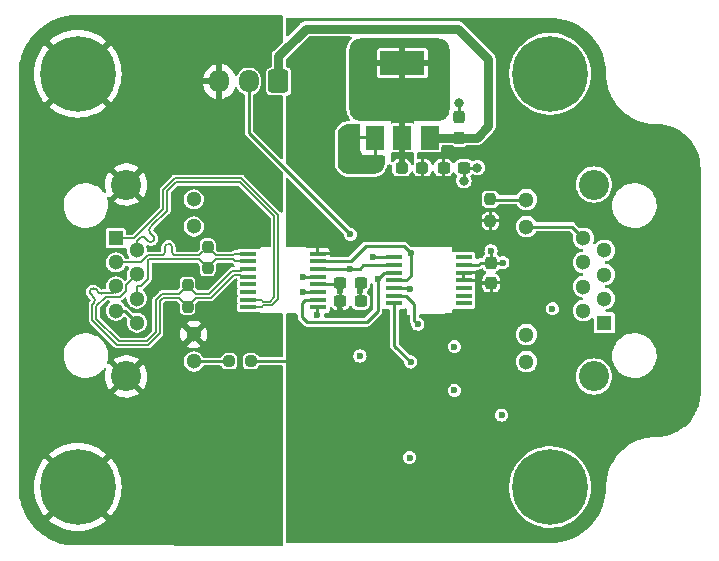
<source format=gbr>
%TF.GenerationSoftware,KiCad,Pcbnew,(6.0.0)*%
%TF.CreationDate,2022-01-23T22:47:39+07:00*%
%TF.ProjectId,NarWhelEncoderV2,4e617257-6865-46c4-956e-636f64657256,rev?*%
%TF.SameCoordinates,Original*%
%TF.FileFunction,Copper,L1,Top*%
%TF.FilePolarity,Positive*%
%FSLAX46Y46*%
G04 Gerber Fmt 4.6, Leading zero omitted, Abs format (unit mm)*
G04 Created by KiCad (PCBNEW (6.0.0)) date 2022-01-23 22:47:39*
%MOMM*%
%LPD*%
G01*
G04 APERTURE LIST*
G04 Aperture macros list*
%AMRoundRect*
0 Rectangle with rounded corners*
0 $1 Rounding radius*
0 $2 $3 $4 $5 $6 $7 $8 $9 X,Y pos of 4 corners*
0 Add a 4 corners polygon primitive as box body*
4,1,4,$2,$3,$4,$5,$6,$7,$8,$9,$2,$3,0*
0 Add four circle primitives for the rounded corners*
1,1,$1+$1,$2,$3*
1,1,$1+$1,$4,$5*
1,1,$1+$1,$6,$7*
1,1,$1+$1,$8,$9*
0 Add four rect primitives between the rounded corners*
20,1,$1+$1,$2,$3,$4,$5,0*
20,1,$1+$1,$4,$5,$6,$7,0*
20,1,$1+$1,$6,$7,$8,$9,0*
20,1,$1+$1,$8,$9,$2,$3,0*%
G04 Aperture macros list end*
%TA.AperFunction,SMDPad,CuDef*%
%ADD10RoundRect,0.237500X0.250000X0.237500X-0.250000X0.237500X-0.250000X-0.237500X0.250000X-0.237500X0*%
%TD*%
%TA.AperFunction,ComponentPad*%
%ADD11C,0.800000*%
%TD*%
%TA.AperFunction,ComponentPad*%
%ADD12C,6.400000*%
%TD*%
%TA.AperFunction,SMDPad,CuDef*%
%ADD13RoundRect,0.237500X-0.287500X-0.237500X0.287500X-0.237500X0.287500X0.237500X-0.287500X0.237500X0*%
%TD*%
%TA.AperFunction,SMDPad,CuDef*%
%ADD14RoundRect,0.237500X-0.300000X-0.237500X0.300000X-0.237500X0.300000X0.237500X-0.300000X0.237500X0*%
%TD*%
%TA.AperFunction,SMDPad,CuDef*%
%ADD15RoundRect,0.237500X0.237500X-0.250000X0.237500X0.250000X-0.237500X0.250000X-0.237500X-0.250000X0*%
%TD*%
%TA.AperFunction,SMDPad,CuDef*%
%ADD16R,1.475000X0.450000*%
%TD*%
%TA.AperFunction,SMDPad,CuDef*%
%ADD17R,1.500000X2.000000*%
%TD*%
%TA.AperFunction,SMDPad,CuDef*%
%ADD18R,3.800000X2.000000*%
%TD*%
%TA.AperFunction,SMDPad,CuDef*%
%ADD19RoundRect,0.237500X-0.237500X0.250000X-0.237500X-0.250000X0.237500X-0.250000X0.237500X0.250000X0*%
%TD*%
%TA.AperFunction,SMDPad,CuDef*%
%ADD20RoundRect,0.237500X0.237500X-0.300000X0.237500X0.300000X-0.237500X0.300000X-0.237500X-0.300000X0*%
%TD*%
%TA.AperFunction,ComponentPad*%
%ADD21R,1.300000X1.300000*%
%TD*%
%TA.AperFunction,ComponentPad*%
%ADD22C,1.300000*%
%TD*%
%TA.AperFunction,ComponentPad*%
%ADD23C,2.550000*%
%TD*%
%TA.AperFunction,ComponentPad*%
%ADD24RoundRect,0.250000X0.600000X0.725000X-0.600000X0.725000X-0.600000X-0.725000X0.600000X-0.725000X0*%
%TD*%
%TA.AperFunction,ComponentPad*%
%ADD25O,1.700000X1.950000*%
%TD*%
%TA.AperFunction,ViaPad*%
%ADD26C,0.600000*%
%TD*%
%TA.AperFunction,ViaPad*%
%ADD27C,0.800000*%
%TD*%
%TA.AperFunction,Conductor*%
%ADD28C,0.250000*%
%TD*%
%TA.AperFunction,Conductor*%
%ADD29C,0.762000*%
%TD*%
%TA.AperFunction,Conductor*%
%ADD30C,0.254000*%
%TD*%
%TA.AperFunction,Conductor*%
%ADD31C,0.200000*%
%TD*%
G04 APERTURE END LIST*
D10*
%TO.P,R2,1*%
%TO.N,+3V3*%
X154662500Y-124350000D03*
%TO.P,R2,2*%
%TO.N,Net-(J2-Pad12)*%
X152837500Y-124350000D03*
%TD*%
D11*
%TO.P,H2,1,1*%
%TO.N,GND*%
X138302944Y-136697056D03*
X141697056Y-136697056D03*
X137600000Y-135000000D03*
X140000000Y-137400000D03*
X138302944Y-133302944D03*
D12*
X140000000Y-135000000D03*
D11*
X142400000Y-135000000D03*
X141697056Y-133302944D03*
X140000000Y-132600000D03*
%TD*%
D13*
%TO.P,FB1,1*%
%TO.N,Net-(FB1-Pad1)*%
X167425000Y-107950000D03*
%TO.P,FB1,2*%
%TO.N,+3V3*%
X169175000Y-107950000D03*
%TD*%
D14*
%TO.P,C4,1*%
%TO.N,+3V3*%
X162237500Y-117700000D03*
%TO.P,C4,2*%
%TO.N,GND*%
X163962500Y-117700000D03*
%TD*%
D15*
%TO.P,R9,1*%
%TO.N,/MOSI_D+*%
X151000000Y-116462500D03*
%TO.P,R9,2*%
%TO.N,/MOSI_D-*%
X151000000Y-114637500D03*
%TD*%
D16*
%TO.P,IC1,1,CSN*%
%TO.N,/CS*%
X166812000Y-115550000D03*
%TO.P,IC1,2,CLK*%
%TO.N,/CLK*%
X166812000Y-116200000D03*
%TO.P,IC1,3,MISO*%
%TO.N,/MISO*%
X166812000Y-116850000D03*
%TO.P,IC1,4,MOSI*%
%TO.N,/MOSI*%
X166812000Y-117500000D03*
%TO.P,IC1,5,TEST*%
%TO.N,GND*%
X166812000Y-118150000D03*
%TO.P,IC1,6,B*%
%TO.N,/B*%
X166812000Y-118800000D03*
%TO.P,IC1,7,A*%
%TO.N,/A*%
X166812000Y-119450000D03*
%TO.P,IC1,8,W/PWM*%
%TO.N,unconnected-(IC1-Pad8)*%
X172688000Y-119450000D03*
%TO.P,IC1,9,V*%
%TO.N,unconnected-(IC1-Pad9)*%
X172688000Y-118800000D03*
%TO.P,IC1,10,U*%
%TO.N,unconnected-(IC1-Pad10)*%
X172688000Y-118150000D03*
%TO.P,IC1,11,VDD*%
%TO.N,+3V3*%
X172688000Y-117500000D03*
%TO.P,IC1,12,VDD3V3*%
X172688000Y-116850000D03*
%TO.P,IC1,13,GND*%
%TO.N,GND*%
X172688000Y-116200000D03*
%TO.P,IC1,14,I/PWM*%
%TO.N,unconnected-(IC1-Pad14)*%
X172688000Y-115550000D03*
%TD*%
D11*
%TO.P,H1,1,1*%
%TO.N,GND*%
X178302944Y-136697056D03*
D12*
X180000000Y-135000000D03*
D11*
X181697056Y-136697056D03*
X177600000Y-135000000D03*
X180000000Y-137400000D03*
X181697056Y-133302944D03*
X182400000Y-135000000D03*
X180000000Y-132600000D03*
X178302944Y-133302944D03*
%TD*%
D12*
%TO.P,H3,1,1*%
%TO.N,GND*%
X140000000Y-100000000D03*
D11*
X142400000Y-100000000D03*
X141697056Y-101697056D03*
X140000000Y-97600000D03*
X140000000Y-102400000D03*
X137600000Y-100000000D03*
X138302944Y-101697056D03*
X138302944Y-98302944D03*
X141697056Y-98302944D03*
%TD*%
D17*
%TO.P,IC3,1,GND*%
%TO.N,GND*%
X165200000Y-105400000D03*
D18*
%TO.P,IC3,2,VO*%
%TO.N,Net-(FB1-Pad1)*%
X167500000Y-99100000D03*
D17*
X167500000Y-105400000D03*
%TO.P,IC3,3,VI*%
%TO.N,/Vin*%
X169800000Y-105400000D03*
%TD*%
D19*
%TO.P,R1,1*%
%TO.N,Net-(J3-Pad12)*%
X174950000Y-110637500D03*
%TO.P,R1,2*%
%TO.N,+3V3*%
X174950000Y-112462500D03*
%TD*%
D11*
%TO.P,H4,1,1*%
%TO.N,GND*%
X178302944Y-101697056D03*
X180000000Y-97600000D03*
X181697056Y-101697056D03*
X177600000Y-100000000D03*
X181697056Y-98302944D03*
X182400000Y-100000000D03*
X180000000Y-102400000D03*
X178302944Y-98302944D03*
D12*
X180000000Y-100000000D03*
%TD*%
D20*
%TO.P,C1,1*%
%TO.N,/Vin*%
X172300000Y-105412500D03*
%TO.P,C1,2*%
%TO.N,GND*%
X172300000Y-103687500D03*
%TD*%
D14*
%TO.P,C5,1*%
%TO.N,+3V3*%
X162237500Y-119250000D03*
%TO.P,C5,2*%
%TO.N,GND*%
X163962500Y-119250000D03*
%TD*%
%TO.P,C3,1*%
%TO.N,+3V3*%
X170975000Y-107950000D03*
%TO.P,C3,2*%
%TO.N,GND*%
X172700000Y-107950000D03*
%TD*%
D19*
%TO.P,R10,1*%
%TO.N,/CLK_D+*%
X149300000Y-117887500D03*
%TO.P,R10,2*%
%TO.N,/CLK_D-*%
X149300000Y-119712500D03*
%TD*%
D16*
%TO.P,IC2,1,RIN1-*%
%TO.N,/MOSI_D-*%
X154462000Y-115225000D03*
%TO.P,IC2,2,RIN1+*%
%TO.N,/MOSI_D+*%
X154462000Y-115875000D03*
%TO.P,IC2,3,RIN2+*%
%TO.N,/CLK_D+*%
X154462000Y-116525000D03*
%TO.P,IC2,4,RIN2-*%
%TO.N,/CLK_D-*%
X154462000Y-117175000D03*
%TO.P,IC2,5,DOUT2-*%
%TO.N,unconnected-(IC2-Pad5)*%
X154462000Y-117825000D03*
%TO.P,IC2,6,DOUT2+*%
%TO.N,unconnected-(IC2-Pad6)*%
X154462000Y-118475000D03*
%TO.P,IC2,7,DOUT1+*%
%TO.N,/MISO_D+*%
X154462000Y-119125000D03*
%TO.P,IC2,8,DOUT1-*%
%TO.N,/MISO_D-*%
X154462000Y-119775000D03*
%TO.P,IC2,9,~{EN}*%
%TO.N,GND*%
X160338000Y-119775000D03*
%TO.P,IC2,10,DIN1*%
%TO.N,/MISO*%
X160338000Y-119125000D03*
%TO.P,IC2,11,DIN2*%
%TO.N,GND*%
X160338000Y-118475000D03*
%TO.P,IC2,12,VCC*%
%TO.N,+3V3*%
X160338000Y-117825000D03*
%TO.P,IC2,13,GND*%
%TO.N,GND*%
X160338000Y-117175000D03*
%TO.P,IC2,14,ROUT2*%
%TO.N,/CLK*%
X160338000Y-116525000D03*
%TO.P,IC2,15,ROUT1*%
%TO.N,/MOSI*%
X160338000Y-115875000D03*
%TO.P,IC2,16,EN*%
%TO.N,+3V3*%
X160338000Y-115225000D03*
%TD*%
D20*
%TO.P,C2,1*%
%TO.N,+3V3*%
X175000000Y-117712500D03*
%TO.P,C2,2*%
%TO.N,GND*%
X175000000Y-115987500D03*
%TD*%
D21*
%TO.P,J3,1,1*%
%TO.N,/MISO_D-*%
X184600000Y-121080000D03*
D22*
%TO.P,J3,2,2*%
%TO.N,/MISO_D+*%
X182820000Y-120060000D03*
%TO.P,J3,3,3*%
%TO.N,/MOSI_D-*%
X184600000Y-119040000D03*
%TO.P,J3,4,4*%
%TO.N,/CLK_D+*%
X182820000Y-118020000D03*
%TO.P,J3,5,5*%
%TO.N,/CLK_D-*%
X184600000Y-117000000D03*
%TO.P,J3,6,6*%
%TO.N,/MOSI_D+*%
X182820000Y-115980000D03*
%TO.P,J3,7,7*%
%TO.N,GND*%
X184600000Y-114960000D03*
%TO.P,J3,8,8*%
%TO.N,Net-(J3-Pad11)*%
X182820000Y-113940000D03*
%TO.P,J3,9,-_1*%
%TO.N,unconnected-(J3-Pad9)*%
X178000000Y-124370000D03*
%TO.P,J3,10,+_1*%
%TO.N,unconnected-(J3-Pad10)*%
X178000000Y-122080000D03*
%TO.P,J3,11,-_2*%
%TO.N,Net-(J3-Pad11)*%
X178000000Y-112940000D03*
%TO.P,J3,12,+_2*%
%TO.N,Net-(J3-Pad12)*%
X178000000Y-110650000D03*
D23*
%TO.P,J3,MH1,MH1*%
%TO.N,GND*%
X183710000Y-125635000D03*
%TO.P,J3,MH2,MH2*%
X183710000Y-109385000D03*
%TD*%
D21*
%TO.P,J2,1,1*%
%TO.N,/MISO_D-*%
X143225000Y-113935000D03*
D22*
%TO.P,J2,2,2*%
%TO.N,/MISO_D+*%
X145005000Y-114955000D03*
%TO.P,J2,3,3*%
%TO.N,/MOSI_D-*%
X143225000Y-115975000D03*
%TO.P,J2,4,4*%
%TO.N,/CLK_D+*%
X145005000Y-116995000D03*
%TO.P,J2,5,5*%
%TO.N,/CLK_D-*%
X143225000Y-118015000D03*
%TO.P,J2,6,6*%
%TO.N,/MOSI_D+*%
X145005000Y-119035000D03*
%TO.P,J2,7,7*%
%TO.N,/Connect_Pin*%
X143225000Y-120055000D03*
%TO.P,J2,8,8*%
X145005000Y-121075000D03*
%TO.P,J2,9,-_1*%
%TO.N,unconnected-(J2-Pad9)*%
X149825000Y-110645000D03*
%TO.P,J2,10,+_1*%
%TO.N,unconnected-(J2-Pad10)*%
X149825000Y-112935000D03*
%TO.P,J2,11,-_2*%
%TO.N,GND*%
X149825000Y-122075000D03*
%TO.P,J2,12,+_2*%
%TO.N,Net-(J2-Pad12)*%
X149825000Y-124365000D03*
D23*
%TO.P,J2,MH1,MH1*%
%TO.N,GND*%
X144115000Y-109380000D03*
%TO.P,J2,MH2,MH2*%
X144115000Y-125630000D03*
%TD*%
D24*
%TO.P,J1,1,Pin_1*%
%TO.N,/Vin*%
X157000000Y-100650000D03*
D25*
%TO.P,J1,2,Pin_2*%
%TO.N,/CS*%
X154500000Y-100650000D03*
%TO.P,J1,3,Pin_3*%
%TO.N,GND*%
X152000000Y-100650000D03*
%TD*%
D26*
%TO.N,GND*%
X152400000Y-116400000D03*
X147400000Y-117300000D03*
X152200000Y-112400000D03*
%TO.N,+3V3*%
X162200000Y-120000000D03*
%TO.N,GND*%
X159100000Y-117200000D03*
D27*
X172300000Y-102450000D03*
X172700000Y-109050000D03*
D26*
X168100000Y-118200000D03*
X175000000Y-115000000D03*
D27*
X173850000Y-107950000D03*
X164000000Y-107500000D03*
D26*
X140900000Y-128900000D03*
D27*
X162900000Y-107500000D03*
D26*
X180200000Y-119900000D03*
X160300000Y-120400000D03*
X171900000Y-126800000D03*
X176000000Y-116000000D03*
X163900000Y-118437500D03*
X163900000Y-123900000D03*
D27*
X165000000Y-107500000D03*
D26*
X147900000Y-132500000D03*
D27*
X162900000Y-106300000D03*
D26*
X159100000Y-118500000D03*
X168100000Y-132500000D03*
D27*
X162900000Y-105100000D03*
D26*
X156000000Y-132500000D03*
X175900000Y-128900000D03*
X171900000Y-123100000D03*
%TO.N,+3V3*%
X160000000Y-123500000D03*
X160000000Y-124500000D03*
X160500000Y-124000000D03*
X162200000Y-118400000D03*
X159500000Y-124000000D03*
X173100000Y-114300000D03*
D27*
%TO.N,Net-(FB1-Pad1)*%
X170000000Y-101000000D03*
X165000000Y-101000000D03*
X165000000Y-102500000D03*
X168500000Y-101000000D03*
X168500000Y-102500000D03*
X166500000Y-102500000D03*
X170000000Y-102500000D03*
X166500000Y-101000000D03*
D26*
%TO.N,/CS*%
X163100000Y-113600000D03*
X165000000Y-115500000D03*
%TO.N,/CLK*%
X163075000Y-116525000D03*
%TO.N,/MISO*%
X165400000Y-117400000D03*
%TO.N,/MOSI*%
X168200000Y-115200000D03*
%TO.N,/B*%
X168800000Y-121200000D03*
%TO.N,/A*%
X168200000Y-124400000D03*
%TD*%
D28*
%TO.N,+3V3*%
X159500000Y-124200000D02*
X159500000Y-124000000D01*
X159650000Y-124350000D02*
X159500000Y-124200000D01*
X154662500Y-124350000D02*
X159650000Y-124350000D01*
X162237500Y-119962500D02*
X162200000Y-120000000D01*
X162237500Y-119250000D02*
X162237500Y-119962500D01*
D29*
%TO.N,/Vin*%
X157000000Y-100650000D02*
X157000000Y-98500000D01*
X172300000Y-105412500D02*
X169812500Y-105412500D01*
X157000000Y-98500000D02*
X159300000Y-96200000D01*
X159300000Y-96200000D02*
X172200000Y-96200000D01*
X174750000Y-98750000D02*
X174750000Y-104450000D01*
X174750000Y-104450000D02*
X173787500Y-105412500D01*
X172200000Y-96200000D02*
X174750000Y-98750000D01*
X169812500Y-105412500D02*
X169800000Y-105400000D01*
X173787500Y-105412500D02*
X172300000Y-105412500D01*
D30*
%TO.N,GND*%
X173900000Y-116200000D02*
X174112500Y-115987500D01*
X172688000Y-116200000D02*
X173900000Y-116200000D01*
X168050000Y-118150000D02*
X168100000Y-118200000D01*
D28*
X163900000Y-119187500D02*
X163900000Y-118437500D01*
D30*
X160338000Y-119775000D02*
X160325000Y-119775000D01*
X160338000Y-118475000D02*
X159125000Y-118475000D01*
X175000000Y-115987500D02*
X175000000Y-115000000D01*
X160325000Y-119775000D02*
X160300000Y-119800000D01*
D28*
X172700000Y-107950000D02*
X172700000Y-109050000D01*
D30*
X159125000Y-117175000D02*
X159100000Y-117200000D01*
X175000000Y-115987500D02*
X175987500Y-115987500D01*
X159125000Y-118475000D02*
X159100000Y-118500000D01*
X175987500Y-115987500D02*
X176000000Y-116000000D01*
X160300000Y-119800000D02*
X160300000Y-120400000D01*
D28*
X163900000Y-117862500D02*
X163900000Y-118437500D01*
D30*
X160338000Y-117175000D02*
X159125000Y-117175000D01*
D28*
X164062500Y-117700000D02*
X163900000Y-117862500D01*
X172700000Y-107950000D02*
X173850000Y-107950000D01*
X172300000Y-103687500D02*
X172300000Y-102450000D01*
D30*
X166812000Y-118150000D02*
X168050000Y-118150000D01*
X174112500Y-115987500D02*
X175000000Y-115987500D01*
D28*
%TO.N,+3V3*%
X162200000Y-117825000D02*
X162200000Y-118400000D01*
X162337500Y-119250000D02*
X162200000Y-119112500D01*
X174000000Y-117500000D02*
X172688000Y-117500000D01*
X162200000Y-119112500D02*
X162200000Y-118400000D01*
X160338000Y-117825000D02*
X162200000Y-117825000D01*
X174212500Y-117712500D02*
X174000000Y-117500000D01*
X175000000Y-117712500D02*
X174212500Y-117712500D01*
D30*
%TO.N,/CS*%
X154500000Y-100650000D02*
X154500000Y-105000000D01*
X166762000Y-115500000D02*
X165000000Y-115500000D01*
X154500000Y-105000000D02*
X163100000Y-113600000D01*
X166812000Y-115550000D02*
X166762000Y-115500000D01*
%TO.N,/CLK*%
X163875000Y-116525000D02*
X164200000Y-116200000D01*
X164200000Y-116200000D02*
X166812000Y-116200000D01*
X163075000Y-116525000D02*
X163875000Y-116525000D01*
X160338000Y-116525000D02*
X163075000Y-116525000D01*
%TO.N,/MISO*%
X159000000Y-120600000D02*
X159000000Y-119400000D01*
X159426501Y-121026501D02*
X159000000Y-120600000D01*
X166812000Y-116850000D02*
X165950000Y-116850000D01*
X165400000Y-120100000D02*
X164473499Y-121026501D01*
X165950000Y-116850000D02*
X165400000Y-117400000D01*
X159275000Y-119125000D02*
X160338000Y-119125000D01*
X159000000Y-119400000D02*
X159275000Y-119125000D01*
X165400000Y-117400000D02*
X165400000Y-120100000D01*
X164473499Y-121026501D02*
X159426501Y-121026501D01*
%TO.N,/MOSI*%
X163125000Y-115875000D02*
X164400000Y-114600000D01*
X167803500Y-117500000D02*
X168200000Y-117103500D01*
X166812000Y-117500000D02*
X167803500Y-117500000D01*
X160338000Y-115875000D02*
X163125000Y-115875000D01*
X168200000Y-117103500D02*
X168200000Y-115200000D01*
X167600000Y-114600000D02*
X168200000Y-115200000D01*
X164400000Y-114600000D02*
X167600000Y-114600000D01*
%TO.N,/B*%
X166812000Y-118800000D02*
X167800000Y-118800000D01*
X167800000Y-118800000D02*
X168500000Y-119500000D01*
X168500000Y-119500000D02*
X168500000Y-120900000D01*
X168500000Y-120900000D02*
X168800000Y-121200000D01*
%TO.N,/A*%
X166812000Y-123012000D02*
X168200000Y-124400000D01*
X166812000Y-119450000D02*
X166812000Y-123012000D01*
D31*
%TO.N,/MOSI_D-*%
X145916312Y-115386500D02*
X147086500Y-115386500D01*
X148336500Y-115386500D02*
X150251000Y-115386500D01*
X147386500Y-115086500D02*
X147386500Y-114686500D01*
X153194249Y-115386500D02*
X151749000Y-115386500D01*
X148286500Y-115386500D02*
X148336500Y-115386500D01*
X144844265Y-115904511D02*
X145398301Y-115904511D01*
X144773776Y-115975000D02*
X144844265Y-115904511D01*
X154462000Y-115225000D02*
X153355749Y-115225000D01*
X147986500Y-114686500D02*
X147986500Y-115086500D01*
X153355749Y-115225000D02*
X153194249Y-115386500D01*
X145398301Y-115904511D02*
X145916312Y-115386500D01*
X150251000Y-115386500D02*
X151000000Y-114637500D01*
X143225000Y-115975000D02*
X144773776Y-115975000D01*
X151749000Y-115386500D02*
X151000000Y-114637500D01*
X147986500Y-114686500D02*
G75*
G03*
X147686500Y-114386500I-300000J0D01*
G01*
X147386500Y-115086500D02*
G75*
G02*
X147086500Y-115386500I-300000J0D01*
G01*
X148286500Y-115386500D02*
G75*
G02*
X147986500Y-115086500I0J300000D01*
G01*
X147686500Y-114386500D02*
G75*
G03*
X147386500Y-114686500I0J-300000D01*
G01*
%TO.N,/MOSI_D+*%
X154462000Y-115875000D02*
X153355749Y-115875000D01*
X145005000Y-117944511D02*
X145005000Y-119035000D01*
X145954511Y-115810737D02*
X145954511Y-117388301D01*
X153194249Y-115713500D02*
X151749000Y-115713500D01*
X150251000Y-115713500D02*
X146051748Y-115713500D01*
X151749000Y-115713500D02*
X151000000Y-116462500D01*
X151000000Y-116462500D02*
X150251000Y-115713500D01*
X145954511Y-117388301D02*
X145398301Y-117944511D01*
X146051748Y-115713500D02*
X145954511Y-115810737D01*
X153355749Y-115875000D02*
X153194249Y-115713500D01*
X145398301Y-117944511D02*
X145005000Y-117944511D01*
%TO.N,/CLK_D+*%
X145005000Y-116995000D02*
X144101511Y-117898489D01*
X141563500Y-119667724D02*
X141563500Y-120732276D01*
X151132276Y-118636500D02*
X153082276Y-116686500D01*
X153949500Y-116525000D02*
X154462000Y-116525000D01*
X144101511Y-118378064D02*
X143588064Y-118891511D01*
X148551000Y-118636500D02*
X149300000Y-117887500D01*
X145832276Y-122636500D02*
X146636500Y-121832276D01*
X143467724Y-122636500D02*
X145832276Y-122636500D01*
X142367724Y-118863500D02*
X141563500Y-119667724D01*
X143588064Y-118891511D02*
X142861936Y-118891511D01*
X142861936Y-118891511D02*
X142833925Y-118863500D01*
X150049000Y-118636500D02*
X151132276Y-118636500D01*
X144101511Y-117898489D02*
X144101511Y-118378064D01*
X149300000Y-117887500D02*
X150049000Y-118636500D01*
X142833925Y-118863500D02*
X142367724Y-118863500D01*
X153082276Y-116686500D02*
X153788000Y-116686500D01*
X141563500Y-120732276D02*
X143467724Y-122636500D01*
X147132276Y-118636500D02*
X148551000Y-118636500D01*
X146636500Y-121832276D02*
X146636500Y-119132276D01*
X146636500Y-119132276D02*
X147132276Y-118636500D01*
X153788000Y-116686500D02*
X153949500Y-116525000D01*
%TO.N,/CLK_D-*%
X147267724Y-118963500D02*
X148551000Y-118963500D01*
X141236500Y-119532276D02*
X141236500Y-120867724D01*
X150049000Y-118963500D02*
X151267724Y-118963500D01*
X143001052Y-118536500D02*
X142232276Y-118536500D01*
X146963500Y-119267724D02*
X147267724Y-118963500D01*
X145967724Y-122963500D02*
X146963500Y-121967724D01*
X149300000Y-119712500D02*
X150049000Y-118963500D01*
X143225000Y-118312552D02*
X143001052Y-118536500D01*
X153788000Y-117013500D02*
X153949500Y-117175000D01*
X141383746Y-119385027D02*
X141383747Y-119385028D01*
X151267724Y-118963500D02*
X153217724Y-117013500D01*
X141808011Y-118536500D02*
X141525168Y-118253657D01*
X148551000Y-118963500D02*
X149300000Y-119712500D01*
X141808010Y-118536500D02*
X141808011Y-118536500D01*
X143332276Y-122963500D02*
X145967724Y-122963500D01*
X153217724Y-117013500D02*
X153788000Y-117013500D01*
X141236500Y-120867724D02*
X143332276Y-122963500D01*
X143225000Y-118015000D02*
X143225000Y-118312552D01*
X153949500Y-117175000D02*
X154462000Y-117175000D01*
X146963500Y-121967724D02*
X146963500Y-119267724D01*
X141100904Y-118677921D02*
X141383746Y-118960763D01*
X141277682Y-119491094D02*
X141236500Y-119532276D01*
X141383747Y-119385028D02*
X141277682Y-119491094D01*
X141383745Y-119385026D02*
G75*
G03*
X141383745Y-118960764I-212131J212131D01*
G01*
X141100905Y-118253658D02*
G75*
G02*
X141525167Y-118253658I212131J-212131D01*
G01*
X141808010Y-118536500D02*
G75*
G03*
X142232276Y-118536500I212133J212134D01*
G01*
X141100905Y-118677920D02*
G75*
G02*
X141100905Y-118253658I212131J212131D01*
G01*
%TO.N,/MISO_D+*%
X147563500Y-109967724D02*
X148367724Y-109163500D01*
X146134139Y-113037082D02*
X146134140Y-113037083D01*
X145005000Y-114955000D02*
X145005000Y-114166224D01*
X146416982Y-113744189D02*
X146134139Y-113461346D01*
X148367724Y-109163500D02*
X153732276Y-109163500D01*
X145005000Y-114166224D02*
X145285612Y-113885612D01*
X146416982Y-113744188D02*
X146416982Y-113744189D01*
X155729751Y-119286500D02*
X155568251Y-119125000D01*
X156636500Y-118932276D02*
X156282276Y-119286500D01*
X146134140Y-113037083D02*
X146240206Y-112931018D01*
X146240206Y-112931018D02*
X147563500Y-111607724D01*
X156282276Y-119286500D02*
X155729751Y-119286500D01*
X153732276Y-109163500D02*
X156636500Y-112067724D01*
X156636500Y-112067724D02*
X156636500Y-118932276D01*
X155568251Y-119125000D02*
X154462000Y-119125000D01*
X145709876Y-113885612D02*
X145992718Y-114168454D01*
X147563500Y-111607724D02*
X147563500Y-109967724D01*
X145709875Y-113885613D02*
G75*
G03*
X145285613Y-113885613I-212131J-212131D01*
G01*
X146416982Y-113744188D02*
G75*
G02*
X146416982Y-114168454I-212134J-212133D01*
G01*
X146134140Y-113037083D02*
G75*
G03*
X146134140Y-113461345I212131J-212131D01*
G01*
X146416981Y-114168453D02*
G75*
G02*
X145992719Y-114168453I-212131J212131D01*
G01*
%TO.N,/MISO_D-*%
X148232276Y-108836500D02*
X147236500Y-109832276D01*
X144773776Y-113935000D02*
X143225000Y-113935000D01*
X156963500Y-111932276D02*
X153867724Y-108836500D01*
X154462000Y-119775000D02*
X155568251Y-119775000D01*
X147236500Y-109832276D02*
X147236500Y-111472276D01*
X156417724Y-119613500D02*
X156963500Y-119067724D01*
X155729751Y-119613500D02*
X156417724Y-119613500D01*
X155568251Y-119775000D02*
X155729751Y-119613500D01*
X153867724Y-108836500D02*
X148232276Y-108836500D01*
X147236500Y-111472276D02*
X144773776Y-113935000D01*
X156963500Y-119067724D02*
X156963500Y-111932276D01*
D28*
%TO.N,/Connect_Pin*%
X143985000Y-120055000D02*
X145005000Y-121075000D01*
X143225000Y-120055000D02*
X143985000Y-120055000D01*
%TO.N,Net-(J2-Pad12)*%
X152822500Y-124365000D02*
X152837500Y-124350000D01*
X149825000Y-124365000D02*
X152822500Y-124365000D01*
%TO.N,Net-(J3-Pad11)*%
X178000000Y-112940000D02*
X181820000Y-112940000D01*
X181820000Y-112940000D02*
X182820000Y-113940000D01*
%TO.N,Net-(J3-Pad12)*%
X174962500Y-110650000D02*
X178000000Y-110650000D01*
X174950000Y-110637500D02*
X174962500Y-110650000D01*
%TD*%
%TA.AperFunction,Conductor*%
%TO.N,GND*%
G36*
X163884121Y-104270002D02*
G01*
X163930614Y-104323658D01*
X163942000Y-104376000D01*
X163942000Y-105254885D01*
X163946475Y-105270124D01*
X163947865Y-105271329D01*
X163955548Y-105273000D01*
X165201000Y-105273000D01*
X165269121Y-105293002D01*
X165315614Y-105346658D01*
X165327000Y-105399000D01*
X165327000Y-106889884D01*
X165331475Y-106905123D01*
X165332865Y-106906328D01*
X165340548Y-106907999D01*
X165874000Y-106907999D01*
X165942121Y-106928001D01*
X165988614Y-106981657D01*
X166000000Y-107033999D01*
X166000000Y-107493813D01*
X165999393Y-107506163D01*
X165982002Y-107682737D01*
X165977185Y-107706957D01*
X165927482Y-107870809D01*
X165918029Y-107893629D01*
X165837319Y-108044628D01*
X165823601Y-108065158D01*
X165714974Y-108197521D01*
X165697521Y-108214974D01*
X165565158Y-108323601D01*
X165544631Y-108337317D01*
X165452417Y-108386607D01*
X165393629Y-108418029D01*
X165370810Y-108427482D01*
X165206957Y-108477185D01*
X165182740Y-108482001D01*
X165006163Y-108499393D01*
X164993813Y-108500000D01*
X163006187Y-108500000D01*
X162993837Y-108499393D01*
X162817260Y-108482001D01*
X162793043Y-108477185D01*
X162629190Y-108427482D01*
X162606371Y-108418029D01*
X162547583Y-108386607D01*
X162455369Y-108337317D01*
X162434842Y-108323601D01*
X162302479Y-108214974D01*
X162285026Y-108197521D01*
X162176399Y-108065158D01*
X162162681Y-108044628D01*
X162081971Y-107893629D01*
X162072518Y-107870809D01*
X162022815Y-107706957D01*
X162017998Y-107682737D01*
X162000607Y-107506163D01*
X162000000Y-107493813D01*
X162000000Y-106444669D01*
X163942001Y-106444669D01*
X163942371Y-106451490D01*
X163947895Y-106502352D01*
X163951521Y-106517604D01*
X163996676Y-106638054D01*
X164005214Y-106653649D01*
X164081715Y-106755724D01*
X164094276Y-106768285D01*
X164196351Y-106844786D01*
X164211946Y-106853324D01*
X164332394Y-106898478D01*
X164347649Y-106902105D01*
X164398514Y-106907631D01*
X164405328Y-106908000D01*
X165054885Y-106908000D01*
X165070124Y-106903525D01*
X165071329Y-106902135D01*
X165073000Y-106894452D01*
X165073000Y-105545115D01*
X165068525Y-105529876D01*
X165067135Y-105528671D01*
X165059452Y-105527000D01*
X163960116Y-105527000D01*
X163944877Y-105531475D01*
X163943672Y-105532865D01*
X163942001Y-105540548D01*
X163942001Y-106444669D01*
X162000000Y-106444669D01*
X162000000Y-105256187D01*
X162000607Y-105243837D01*
X162017998Y-105067263D01*
X162022815Y-105043043D01*
X162072518Y-104879190D01*
X162081971Y-104856371D01*
X162162681Y-104705372D01*
X162176399Y-104684842D01*
X162285026Y-104552479D01*
X162302479Y-104535026D01*
X162434842Y-104426399D01*
X162455369Y-104412683D01*
X162606371Y-104331971D01*
X162629191Y-104322518D01*
X162793043Y-104272815D01*
X162817260Y-104267999D01*
X162993837Y-104250607D01*
X163006187Y-104250000D01*
X163816000Y-104250000D01*
X163884121Y-104270002D01*
G37*
%TD.AperFunction*%
%TD*%
%TA.AperFunction,Conductor*%
%TO.N,+3V3*%
G36*
X179987153Y-95256421D02*
G01*
X180000000Y-95258976D01*
X180012169Y-95256556D01*
X180022654Y-95256556D01*
X180035693Y-95255559D01*
X180358276Y-95269643D01*
X180408146Y-95271820D01*
X180419094Y-95272778D01*
X180818691Y-95325385D01*
X180829495Y-95327291D01*
X181222990Y-95414527D01*
X181233600Y-95417370D01*
X181617985Y-95538566D01*
X181628299Y-95542319D01*
X182000679Y-95696564D01*
X182010623Y-95701202D01*
X182196064Y-95797736D01*
X182368117Y-95887301D01*
X182377637Y-95892797D01*
X182717557Y-96109350D01*
X182726561Y-96115655D01*
X183046304Y-96361003D01*
X183054724Y-96368068D01*
X183351873Y-96640354D01*
X183359642Y-96648123D01*
X183531341Y-96835500D01*
X183631932Y-96945276D01*
X183638997Y-96953696D01*
X183884345Y-97273439D01*
X183890650Y-97282443D01*
X184107203Y-97622363D01*
X184112698Y-97631882D01*
X184294217Y-97980575D01*
X184298794Y-97989368D01*
X184303436Y-97999321D01*
X184445798Y-98343014D01*
X184457678Y-98371694D01*
X184461434Y-98382015D01*
X184574928Y-98741970D01*
X184582630Y-98766399D01*
X184585473Y-98777010D01*
X184672709Y-99170505D01*
X184674615Y-99181309D01*
X184706987Y-99427202D01*
X184727222Y-99580905D01*
X184728180Y-99591854D01*
X184729540Y-99623004D01*
X184744441Y-99964307D01*
X184743444Y-99977345D01*
X184743444Y-99987831D01*
X184741024Y-100000000D01*
X184741587Y-100002830D01*
X184742573Y-100024152D01*
X184758175Y-100361624D01*
X184759622Y-100392929D01*
X184760022Y-100395796D01*
X184806755Y-100730808D01*
X184813966Y-100782505D01*
X184904023Y-101165406D01*
X185029026Y-101538364D01*
X185030205Y-101541034D01*
X185181087Y-101882747D01*
X185187908Y-101898196D01*
X185189315Y-101900723D01*
X185189320Y-101900732D01*
X185329080Y-102151649D01*
X185379313Y-102241835D01*
X185601609Y-102566346D01*
X185672927Y-102652231D01*
X185825793Y-102836321D01*
X185852898Y-102868963D01*
X186131037Y-103147102D01*
X186133270Y-103148956D01*
X186133273Y-103148959D01*
X186220097Y-103221056D01*
X186433654Y-103398391D01*
X186758165Y-103620687D01*
X186760701Y-103622100D01*
X186760705Y-103622102D01*
X187099268Y-103810680D01*
X187099277Y-103810685D01*
X187101804Y-103812092D01*
X187104455Y-103813263D01*
X187104464Y-103813267D01*
X187323999Y-103910201D01*
X187461636Y-103970974D01*
X187834594Y-104095977D01*
X187837427Y-104096643D01*
X187837433Y-104096645D01*
X187998712Y-104134577D01*
X188217495Y-104186034D01*
X188220380Y-104186436D01*
X188220383Y-104186437D01*
X188433194Y-104216123D01*
X188607071Y-104240378D01*
X188609955Y-104240511D01*
X188609962Y-104240512D01*
X188769321Y-104247879D01*
X188997170Y-104258413D01*
X189000000Y-104258976D01*
X189012170Y-104256556D01*
X189024582Y-104256556D01*
X189024582Y-104256560D01*
X189035584Y-104255749D01*
X189246485Y-104266109D01*
X189360994Y-104271735D01*
X189373290Y-104272945D01*
X189724684Y-104325070D01*
X189736805Y-104327480D01*
X189839577Y-104353223D01*
X190081400Y-104413798D01*
X190093232Y-104417387D01*
X190427704Y-104537062D01*
X190439128Y-104541794D01*
X190583725Y-104610183D01*
X190758178Y-104692693D01*
X190760258Y-104693677D01*
X190771158Y-104699504D01*
X190886764Y-104768795D01*
X191075860Y-104882135D01*
X191086141Y-104889005D01*
X191371465Y-105100616D01*
X191381023Y-105108460D01*
X191644235Y-105347021D01*
X191652979Y-105355765D01*
X191891540Y-105618977D01*
X191899384Y-105628535D01*
X192110995Y-105913859D01*
X192117865Y-105924140D01*
X192192440Y-106048560D01*
X192285686Y-106204131D01*
X192300494Y-106228837D01*
X192306323Y-106239742D01*
X192458206Y-106560872D01*
X192462938Y-106572296D01*
X192582613Y-106906768D01*
X192586202Y-106918600D01*
X192599056Y-106969914D01*
X192664281Y-107230302D01*
X192672519Y-107263191D01*
X192674930Y-107275316D01*
X192724142Y-107607071D01*
X192727054Y-107626705D01*
X192728265Y-107639006D01*
X192731933Y-107713660D01*
X192744251Y-107964416D01*
X192743440Y-107975419D01*
X192743444Y-107975419D01*
X192743444Y-107987830D01*
X192741024Y-108000000D01*
X192743579Y-108012844D01*
X192746000Y-108037425D01*
X192746000Y-126962575D01*
X192743579Y-126987153D01*
X192741024Y-127000000D01*
X192743444Y-127012170D01*
X192743444Y-127024581D01*
X192743440Y-127024581D01*
X192744251Y-127035584D01*
X192736397Y-127195474D01*
X192728350Y-127359285D01*
X192728266Y-127360989D01*
X192727055Y-127373290D01*
X192674931Y-127724681D01*
X192672520Y-127736805D01*
X192646777Y-127839577D01*
X192586202Y-128081400D01*
X192582613Y-128093232D01*
X192462938Y-128427704D01*
X192458206Y-128439128D01*
X192306323Y-128760258D01*
X192300496Y-128771158D01*
X192224353Y-128898196D01*
X192117865Y-129075860D01*
X192110995Y-129086141D01*
X191899384Y-129371465D01*
X191891540Y-129381023D01*
X191652979Y-129644235D01*
X191644235Y-129652979D01*
X191381023Y-129891540D01*
X191371465Y-129899384D01*
X191086141Y-130110995D01*
X191075860Y-130117865D01*
X190771163Y-130300494D01*
X190760258Y-130306323D01*
X190439128Y-130458206D01*
X190427704Y-130462938D01*
X190093232Y-130582613D01*
X190081400Y-130586202D01*
X189839577Y-130646777D01*
X189736805Y-130672520D01*
X189724684Y-130674930D01*
X189373290Y-130727055D01*
X189360994Y-130728265D01*
X189246485Y-130733891D01*
X189035584Y-130744251D01*
X189024582Y-130743440D01*
X189024582Y-130743444D01*
X189012170Y-130743444D01*
X189000000Y-130741024D01*
X188997170Y-130741587D01*
X188861268Y-130747870D01*
X188609962Y-130759488D01*
X188609955Y-130759489D01*
X188607071Y-130759622D01*
X188604203Y-130760022D01*
X188604204Y-130760022D01*
X188220383Y-130813563D01*
X188220380Y-130813564D01*
X188217495Y-130813966D01*
X188007827Y-130863279D01*
X187837433Y-130903355D01*
X187837427Y-130903357D01*
X187834594Y-130904023D01*
X187461636Y-131029026D01*
X187458966Y-131030205D01*
X187104464Y-131186733D01*
X187104455Y-131186737D01*
X187101804Y-131187908D01*
X187099277Y-131189315D01*
X187099268Y-131189320D01*
X186760705Y-131377898D01*
X186758165Y-131379313D01*
X186433654Y-131601609D01*
X186431418Y-131603466D01*
X186216069Y-131782289D01*
X186131037Y-131852898D01*
X185852898Y-132131037D01*
X185851044Y-132133270D01*
X185851041Y-132133273D01*
X185846573Y-132138654D01*
X185601609Y-132433654D01*
X185379313Y-132758165D01*
X185377900Y-132760701D01*
X185377898Y-132760705D01*
X185189320Y-133099268D01*
X185189315Y-133099277D01*
X185187908Y-133101804D01*
X185029026Y-133461636D01*
X184904023Y-133834594D01*
X184903357Y-133837427D01*
X184903355Y-133837433D01*
X184891374Y-133888373D01*
X184813966Y-134217495D01*
X184813564Y-134220380D01*
X184813563Y-134220383D01*
X184777567Y-134478431D01*
X184759622Y-134607071D01*
X184759489Y-134609955D01*
X184759488Y-134609962D01*
X184742172Y-134984525D01*
X184741587Y-134997169D01*
X184741024Y-135000000D01*
X184743444Y-135012168D01*
X184743444Y-135022654D01*
X184744441Y-135035693D01*
X184728180Y-135408145D01*
X184727222Y-135419094D01*
X184681491Y-135766463D01*
X184674616Y-135818683D01*
X184672709Y-135829495D01*
X184585475Y-136222984D01*
X184582630Y-136233600D01*
X184506194Y-136476027D01*
X184461437Y-136617977D01*
X184457681Y-136628299D01*
X184385537Y-136802471D01*
X184303440Y-137000670D01*
X184298798Y-137010623D01*
X184112699Y-137368117D01*
X184107203Y-137377637D01*
X183890650Y-137717557D01*
X183884345Y-137726561D01*
X183638997Y-138046304D01*
X183631932Y-138054724D01*
X183372836Y-138337479D01*
X183359646Y-138351873D01*
X183351877Y-138359642D01*
X183249465Y-138453485D01*
X183054724Y-138631932D01*
X183046304Y-138638997D01*
X182726561Y-138884345D01*
X182717557Y-138890650D01*
X182377637Y-139107203D01*
X182368118Y-139112698D01*
X182010623Y-139298798D01*
X182000679Y-139303436D01*
X181628299Y-139457681D01*
X181617985Y-139461434D01*
X181233601Y-139582630D01*
X181222990Y-139585473D01*
X180829495Y-139672709D01*
X180818691Y-139674615D01*
X180428392Y-139725998D01*
X180419095Y-139727222D01*
X180408146Y-139728180D01*
X180358276Y-139730357D01*
X180035693Y-139744441D01*
X180022654Y-139743444D01*
X180012169Y-139743444D01*
X180000000Y-139741024D01*
X179987153Y-139743579D01*
X179962575Y-139746000D01*
X157726000Y-139746000D01*
X157657879Y-139725998D01*
X157611386Y-139672342D01*
X157600000Y-139620000D01*
X157600000Y-134987924D01*
X176540447Y-134987924D01*
X176559378Y-135361624D01*
X176559915Y-135364979D01*
X176559916Y-135364985D01*
X176600979Y-135621349D01*
X176618557Y-135731094D01*
X176717293Y-136092011D01*
X176854430Y-136440154D01*
X177028365Y-136771450D01*
X177030262Y-136774274D01*
X177030265Y-136774278D01*
X177182394Y-137000670D01*
X177237061Y-137082024D01*
X177239256Y-137084630D01*
X177239260Y-137084636D01*
X177258961Y-137108031D01*
X177478079Y-137368241D01*
X177748598Y-137626755D01*
X178045455Y-137854541D01*
X178365176Y-138048935D01*
X178704021Y-138207661D01*
X178707239Y-138208763D01*
X178707242Y-138208764D01*
X179054803Y-138327761D01*
X179054811Y-138327763D01*
X179058026Y-138328864D01*
X179423051Y-138411126D01*
X179510200Y-138421056D01*
X179791442Y-138453100D01*
X179791450Y-138453100D01*
X179794825Y-138453485D01*
X179798229Y-138453503D01*
X179798232Y-138453503D01*
X180001556Y-138454567D01*
X180168999Y-138455444D01*
X180172385Y-138455094D01*
X180172387Y-138455094D01*
X180537805Y-138417332D01*
X180537814Y-138417331D01*
X180541197Y-138416981D01*
X180544530Y-138416267D01*
X180544533Y-138416266D01*
X180808640Y-138359646D01*
X180907063Y-138338546D01*
X181262318Y-138221056D01*
X181602807Y-138065887D01*
X181700707Y-138007758D01*
X181921601Y-137876601D01*
X181921606Y-137876598D01*
X181924546Y-137874852D01*
X181954354Y-137852472D01*
X182026828Y-137798056D01*
X182223771Y-137650187D01*
X182496983Y-137394521D01*
X182740985Y-137110842D01*
X182809857Y-137010632D01*
X182950992Y-136805280D01*
X182950997Y-136805273D01*
X182952922Y-136802471D01*
X182954534Y-136799477D01*
X182954539Y-136799469D01*
X183128694Y-136476027D01*
X183130316Y-136473015D01*
X183271091Y-136126327D01*
X183373601Y-135766463D01*
X183436647Y-135397634D01*
X183438850Y-135361624D01*
X183459380Y-135025948D01*
X183459490Y-135024152D01*
X183459528Y-135013149D01*
X183459568Y-135001821D01*
X183459568Y-135001809D01*
X183459574Y-135000000D01*
X183439339Y-134626368D01*
X183378870Y-134257107D01*
X183278875Y-133896537D01*
X183275627Y-133888373D01*
X183141783Y-133552039D01*
X183141779Y-133552031D01*
X183140523Y-133548874D01*
X182965434Y-133218188D01*
X182963534Y-133215382D01*
X182963530Y-133215375D01*
X182807117Y-132984355D01*
X182755654Y-132908345D01*
X182513639Y-132622970D01*
X182242219Y-132365402D01*
X182239512Y-132363340D01*
X182239504Y-132363333D01*
X181947281Y-132140720D01*
X181944569Y-132138654D01*
X181653273Y-131962932D01*
X181627100Y-131947143D01*
X181627096Y-131947141D01*
X181624172Y-131945377D01*
X181621082Y-131943943D01*
X181621077Y-131943940D01*
X181287871Y-131789272D01*
X181287869Y-131789271D01*
X181284775Y-131787835D01*
X181281540Y-131786740D01*
X181281535Y-131786738D01*
X180933583Y-131668963D01*
X180930348Y-131667868D01*
X180565038Y-131586881D01*
X180432294Y-131572226D01*
X180196500Y-131546193D01*
X180196495Y-131546193D01*
X180193119Y-131545820D01*
X180189720Y-131545814D01*
X180189719Y-131545814D01*
X180012987Y-131545506D01*
X179818940Y-131545167D01*
X179680079Y-131560007D01*
X179450263Y-131584567D01*
X179450257Y-131584568D01*
X179446879Y-131584929D01*
X179081289Y-131664641D01*
X178726446Y-131783369D01*
X178386501Y-131939727D01*
X178383567Y-131941483D01*
X178383565Y-131941484D01*
X178374110Y-131947143D01*
X178065431Y-132131883D01*
X177766991Y-132357591D01*
X177764509Y-132359930D01*
X177764503Y-132359935D01*
X177513598Y-132596377D01*
X177494674Y-132614210D01*
X177251664Y-132898738D01*
X177249736Y-132901565D01*
X177249734Y-132901567D01*
X177113142Y-133101804D01*
X177040804Y-133207847D01*
X177039197Y-133210857D01*
X177039195Y-133210860D01*
X176906719Y-133458966D01*
X176864561Y-133537921D01*
X176863288Y-133541089D01*
X176863287Y-133541090D01*
X176861368Y-133545865D01*
X176724997Y-133885098D01*
X176666300Y-134093918D01*
X176630753Y-134220383D01*
X176623744Y-134245317D01*
X176623182Y-134248674D01*
X176623182Y-134248675D01*
X176563207Y-134607071D01*
X176561986Y-134614365D01*
X176540447Y-134987924D01*
X157600000Y-134987924D01*
X157600000Y-132500000D01*
X167540715Y-132500000D01*
X167559772Y-132644754D01*
X167615645Y-132779642D01*
X167704526Y-132895474D01*
X167711076Y-132900500D01*
X167711079Y-132900503D01*
X167813804Y-132979327D01*
X167820357Y-132984355D01*
X167955246Y-133040228D01*
X168100000Y-133059285D01*
X168108188Y-133058207D01*
X168236566Y-133041306D01*
X168244754Y-133040228D01*
X168379643Y-132984355D01*
X168386196Y-132979327D01*
X168488921Y-132900503D01*
X168488924Y-132900500D01*
X168495474Y-132895474D01*
X168584355Y-132779642D01*
X168640228Y-132644754D01*
X168659285Y-132500000D01*
X168650866Y-132436051D01*
X168641306Y-132363432D01*
X168641305Y-132363430D01*
X168640228Y-132355246D01*
X168584355Y-132220358D01*
X168520308Y-132136890D01*
X168500501Y-132111077D01*
X168500500Y-132111076D01*
X168495474Y-132104526D01*
X168488924Y-132099500D01*
X168488921Y-132099497D01*
X168386196Y-132020673D01*
X168386194Y-132020672D01*
X168379643Y-132015645D01*
X168244754Y-131959772D01*
X168100000Y-131940715D01*
X168091812Y-131941793D01*
X167963432Y-131958694D01*
X167963430Y-131958695D01*
X167955246Y-131959772D01*
X167907430Y-131979578D01*
X167827986Y-132012485D01*
X167827984Y-132012486D01*
X167820358Y-132015645D01*
X167704526Y-132104526D01*
X167615645Y-132220358D01*
X167559772Y-132355246D01*
X167558695Y-132363430D01*
X167558694Y-132363432D01*
X167549134Y-132436051D01*
X167540715Y-132500000D01*
X157600000Y-132500000D01*
X157600000Y-128900000D01*
X175340715Y-128900000D01*
X175359772Y-129044754D01*
X175415645Y-129179642D01*
X175504526Y-129295474D01*
X175511076Y-129300500D01*
X175511079Y-129300503D01*
X175610038Y-129376437D01*
X175620357Y-129384355D01*
X175755246Y-129440228D01*
X175900000Y-129459285D01*
X175908188Y-129458207D01*
X176036566Y-129441306D01*
X176044754Y-129440228D01*
X176179643Y-129384355D01*
X176189962Y-129376437D01*
X176288921Y-129300503D01*
X176288924Y-129300500D01*
X176295474Y-129295474D01*
X176384355Y-129179642D01*
X176440228Y-129044754D01*
X176459285Y-128900000D01*
X176456159Y-128876255D01*
X176441306Y-128763432D01*
X176441305Y-128763430D01*
X176440228Y-128755246D01*
X176384355Y-128620358D01*
X176295474Y-128504526D01*
X176288924Y-128499500D01*
X176288921Y-128499497D01*
X176186196Y-128420673D01*
X176186194Y-128420672D01*
X176179643Y-128415645D01*
X176044754Y-128359772D01*
X175900000Y-128340715D01*
X175891812Y-128341793D01*
X175763432Y-128358694D01*
X175763430Y-128358695D01*
X175755246Y-128359772D01*
X175707430Y-128379578D01*
X175627986Y-128412485D01*
X175627984Y-128412486D01*
X175620358Y-128415645D01*
X175504526Y-128504526D01*
X175415645Y-128620358D01*
X175359772Y-128755246D01*
X175358695Y-128763430D01*
X175358694Y-128763432D01*
X175343841Y-128876255D01*
X175340715Y-128900000D01*
X157600000Y-128900000D01*
X157600000Y-126800000D01*
X171340715Y-126800000D01*
X171359772Y-126944754D01*
X171415645Y-127079642D01*
X171420672Y-127086193D01*
X171484091Y-127168842D01*
X171504526Y-127195474D01*
X171511076Y-127200500D01*
X171511079Y-127200503D01*
X171613804Y-127279327D01*
X171620357Y-127284355D01*
X171755246Y-127340228D01*
X171900000Y-127359285D01*
X171908188Y-127358207D01*
X172036566Y-127341306D01*
X172044754Y-127340228D01*
X172179643Y-127284355D01*
X172186196Y-127279327D01*
X172288921Y-127200503D01*
X172288924Y-127200500D01*
X172295474Y-127195474D01*
X172315910Y-127168842D01*
X172379328Y-127086193D01*
X172384355Y-127079642D01*
X172440228Y-126944754D01*
X172459285Y-126800000D01*
X172456159Y-126776255D01*
X172441306Y-126663432D01*
X172441305Y-126663430D01*
X172440228Y-126655246D01*
X172391165Y-126536798D01*
X172387515Y-126527986D01*
X172387514Y-126527984D01*
X172384355Y-126520358D01*
X172295474Y-126404526D01*
X172288924Y-126399500D01*
X172288921Y-126399497D01*
X172186196Y-126320673D01*
X172186194Y-126320672D01*
X172179643Y-126315645D01*
X172044754Y-126259772D01*
X171900000Y-126240715D01*
X171891812Y-126241793D01*
X171763432Y-126258694D01*
X171763430Y-126258695D01*
X171755246Y-126259772D01*
X171707430Y-126279578D01*
X171627986Y-126312485D01*
X171627984Y-126312486D01*
X171620358Y-126315645D01*
X171504526Y-126404526D01*
X171415645Y-126520358D01*
X171412486Y-126527984D01*
X171412485Y-126527986D01*
X171408835Y-126536798D01*
X171359772Y-126655246D01*
X171358695Y-126663430D01*
X171358694Y-126663432D01*
X171343841Y-126776255D01*
X171340715Y-126800000D01*
X157600000Y-126800000D01*
X157600000Y-125635000D01*
X182175770Y-125635000D01*
X182194659Y-125875006D01*
X182195813Y-125879813D01*
X182195814Y-125879819D01*
X182231165Y-126027064D01*
X182250861Y-126109103D01*
X182252754Y-126113674D01*
X182252755Y-126113676D01*
X182338496Y-126320673D01*
X182342991Y-126331526D01*
X182468782Y-126536798D01*
X182625136Y-126719864D01*
X182808202Y-126876218D01*
X183013474Y-127002009D01*
X183018044Y-127003902D01*
X183018048Y-127003904D01*
X183231324Y-127092245D01*
X183235897Y-127094139D01*
X183317936Y-127113835D01*
X183465181Y-127149186D01*
X183465187Y-127149187D01*
X183469994Y-127150341D01*
X183710000Y-127169230D01*
X183950006Y-127150341D01*
X183954813Y-127149187D01*
X183954819Y-127149186D01*
X184102064Y-127113835D01*
X184184103Y-127094139D01*
X184188676Y-127092245D01*
X184401952Y-127003904D01*
X184401956Y-127003902D01*
X184406526Y-127002009D01*
X184611798Y-126876218D01*
X184794864Y-126719864D01*
X184951218Y-126536798D01*
X185077009Y-126331526D01*
X185081505Y-126320673D01*
X185167245Y-126113676D01*
X185167246Y-126113674D01*
X185169139Y-126109103D01*
X185188835Y-126027064D01*
X185224186Y-125879819D01*
X185224187Y-125879813D01*
X185225341Y-125875006D01*
X185244230Y-125635000D01*
X185225341Y-125394994D01*
X185224187Y-125390187D01*
X185224186Y-125390181D01*
X185170294Y-125165709D01*
X185169139Y-125160897D01*
X185166180Y-125153754D01*
X185078904Y-124943048D01*
X185078902Y-124943044D01*
X185077009Y-124938474D01*
X184951218Y-124733202D01*
X184794864Y-124550136D01*
X184611798Y-124393782D01*
X184406526Y-124267991D01*
X184401956Y-124266098D01*
X184401952Y-124266096D01*
X184188676Y-124177755D01*
X184188674Y-124177754D01*
X184184103Y-124175861D01*
X184102064Y-124156165D01*
X183954819Y-124120814D01*
X183954813Y-124120813D01*
X183950006Y-124119659D01*
X183710000Y-124100770D01*
X183469994Y-124119659D01*
X183465187Y-124120813D01*
X183465181Y-124120814D01*
X183317936Y-124156165D01*
X183235897Y-124175861D01*
X183231326Y-124177754D01*
X183231324Y-124177755D01*
X183018048Y-124266096D01*
X183018044Y-124266098D01*
X183013474Y-124267991D01*
X182808202Y-124393782D01*
X182625136Y-124550136D01*
X182468782Y-124733202D01*
X182342991Y-124938474D01*
X182341098Y-124943044D01*
X182341096Y-124943048D01*
X182253820Y-125153754D01*
X182250861Y-125160897D01*
X182249706Y-125165709D01*
X182195814Y-125390181D01*
X182195813Y-125390187D01*
X182194659Y-125394994D01*
X182175770Y-125635000D01*
X157600000Y-125635000D01*
X157600000Y-123900000D01*
X163340715Y-123900000D01*
X163341793Y-123908188D01*
X163353891Y-124000080D01*
X163359772Y-124044754D01*
X163362931Y-124052380D01*
X163391089Y-124120358D01*
X163415645Y-124179642D01*
X163460085Y-124237558D01*
X163483438Y-124267991D01*
X163504526Y-124295474D01*
X163511076Y-124300500D01*
X163511079Y-124300503D01*
X163601649Y-124370000D01*
X163620357Y-124384355D01*
X163755246Y-124440228D01*
X163763434Y-124441306D01*
X163827623Y-124449756D01*
X163900000Y-124459285D01*
X163908188Y-124458207D01*
X164036566Y-124441306D01*
X164044754Y-124440228D01*
X164179643Y-124384355D01*
X164198351Y-124370000D01*
X164288921Y-124300503D01*
X164288924Y-124300500D01*
X164295474Y-124295474D01*
X164316563Y-124267991D01*
X164339914Y-124237558D01*
X164384355Y-124179642D01*
X164408912Y-124120358D01*
X164437069Y-124052380D01*
X164440228Y-124044754D01*
X164446110Y-124000080D01*
X164458207Y-123908188D01*
X164459285Y-123900000D01*
X164448039Y-123814579D01*
X164441306Y-123763432D01*
X164441305Y-123763430D01*
X164440228Y-123755246D01*
X164391277Y-123637068D01*
X164387515Y-123627986D01*
X164387514Y-123627984D01*
X164384355Y-123620358D01*
X164295474Y-123504526D01*
X164288924Y-123499500D01*
X164288921Y-123499497D01*
X164186196Y-123420673D01*
X164186194Y-123420672D01*
X164179643Y-123415645D01*
X164044754Y-123359772D01*
X163900000Y-123340715D01*
X163891812Y-123341793D01*
X163763432Y-123358694D01*
X163763430Y-123358695D01*
X163755246Y-123359772D01*
X163707430Y-123379578D01*
X163627986Y-123412485D01*
X163627984Y-123412486D01*
X163620358Y-123415645D01*
X163504526Y-123504526D01*
X163415645Y-123620358D01*
X163412486Y-123627984D01*
X163412485Y-123627986D01*
X163408723Y-123637068D01*
X163359772Y-123755246D01*
X163358695Y-123763430D01*
X163358694Y-123763432D01*
X163351961Y-123814579D01*
X163340715Y-123900000D01*
X157600000Y-123900000D01*
X157600000Y-120426000D01*
X157620002Y-120357879D01*
X157673658Y-120311386D01*
X157726000Y-120300000D01*
X158492500Y-120300000D01*
X158560621Y-120320002D01*
X158607114Y-120373658D01*
X158618500Y-120426000D01*
X158618500Y-120545865D01*
X158615914Y-120570164D01*
X158615846Y-120571602D01*
X158613655Y-120581780D01*
X158614879Y-120592120D01*
X158617627Y-120615342D01*
X158617979Y-120621320D01*
X158618072Y-120621312D01*
X158618500Y-120626490D01*
X158618500Y-120631692D01*
X158621124Y-120647453D01*
X158621686Y-120650832D01*
X158622522Y-120656704D01*
X158628582Y-120707907D01*
X158632567Y-120716206D01*
X158634078Y-120725283D01*
X158658558Y-120770651D01*
X158661239Y-120775914D01*
X158680127Y-120815250D01*
X158680130Y-120815254D01*
X158683560Y-120822398D01*
X158687170Y-120826692D01*
X158689102Y-120828624D01*
X158690889Y-120830573D01*
X158690918Y-120830626D01*
X158690788Y-120830745D01*
X158691289Y-120831313D01*
X158694388Y-120837057D01*
X158730203Y-120870164D01*
X158734194Y-120873853D01*
X158737761Y-120877283D01*
X159118461Y-121257984D01*
X159133815Y-121276995D01*
X159134781Y-121278057D01*
X159140430Y-121286805D01*
X159148605Y-121293249D01*
X159148607Y-121293252D01*
X159166973Y-121307730D01*
X159171451Y-121311709D01*
X159171511Y-121311638D01*
X159175468Y-121314991D01*
X159179149Y-121318672D01*
X159183381Y-121321696D01*
X159183383Y-121321698D01*
X159194958Y-121329970D01*
X159199703Y-121333533D01*
X159240171Y-121365435D01*
X159248856Y-121368485D01*
X159256343Y-121373835D01*
X159305748Y-121388610D01*
X159311343Y-121390428D01*
X159360003Y-121407517D01*
X159365592Y-121408001D01*
X159368305Y-121408001D01*
X159370970Y-121408116D01*
X159371033Y-121408135D01*
X159371026Y-121408309D01*
X159371772Y-121408356D01*
X159378025Y-121410226D01*
X159427884Y-121408267D01*
X159432179Y-121408098D01*
X159437126Y-121408001D01*
X164419364Y-121408001D01*
X164443663Y-121410587D01*
X164445101Y-121410655D01*
X164455279Y-121412846D01*
X164488840Y-121408874D01*
X164494819Y-121408522D01*
X164494811Y-121408429D01*
X164499989Y-121408001D01*
X164505191Y-121408001D01*
X164524345Y-121404813D01*
X164530203Y-121403979D01*
X164546817Y-121402013D01*
X164571066Y-121399143D01*
X164571067Y-121399143D01*
X164581406Y-121397919D01*
X164589705Y-121393934D01*
X164598782Y-121392423D01*
X164644150Y-121367943D01*
X164649413Y-121365262D01*
X164688749Y-121346374D01*
X164688753Y-121346371D01*
X164695897Y-121342941D01*
X164700191Y-121339331D01*
X164702123Y-121337399D01*
X164704072Y-121335612D01*
X164704125Y-121335583D01*
X164704244Y-121335713D01*
X164704812Y-121335212D01*
X164710556Y-121332113D01*
X164720184Y-121321698D01*
X164747353Y-121292306D01*
X164750783Y-121288739D01*
X165631483Y-120408040D01*
X165650494Y-120392686D01*
X165651556Y-120391720D01*
X165660304Y-120386071D01*
X165666748Y-120377896D01*
X165666751Y-120377894D01*
X165681229Y-120359528D01*
X165685208Y-120355050D01*
X165685137Y-120354990D01*
X165688490Y-120351033D01*
X165692171Y-120347352D01*
X165703469Y-120331543D01*
X165707032Y-120326798D01*
X165712389Y-120320002D01*
X165738934Y-120286330D01*
X165741984Y-120277645D01*
X165747334Y-120270158D01*
X165762109Y-120220753D01*
X165763930Y-120215150D01*
X165770248Y-120197161D01*
X165781016Y-120166498D01*
X165781500Y-120160909D01*
X165781500Y-120158196D01*
X165781615Y-120155531D01*
X165781634Y-120155468D01*
X165781808Y-120155475D01*
X165781855Y-120154729D01*
X165783725Y-120148476D01*
X165781597Y-120094322D01*
X165781500Y-120089375D01*
X165781500Y-120020453D01*
X165801502Y-119952332D01*
X165855158Y-119905839D01*
X165925432Y-119895735D01*
X165955718Y-119904044D01*
X165964880Y-119907839D01*
X165975199Y-119914734D01*
X166049433Y-119929500D01*
X166304500Y-119929500D01*
X166372621Y-119949502D01*
X166419114Y-120003158D01*
X166430500Y-120055500D01*
X166430500Y-122957865D01*
X166427914Y-122982164D01*
X166427846Y-122983602D01*
X166425655Y-122993780D01*
X166426879Y-123004120D01*
X166429627Y-123027342D01*
X166429979Y-123033320D01*
X166430072Y-123033312D01*
X166430500Y-123038490D01*
X166430500Y-123043692D01*
X166431354Y-123048822D01*
X166433686Y-123062832D01*
X166434523Y-123068711D01*
X166438881Y-123105531D01*
X166440582Y-123119907D01*
X166444567Y-123128206D01*
X166446078Y-123137283D01*
X166470558Y-123182651D01*
X166473239Y-123187914D01*
X166492127Y-123227250D01*
X166492130Y-123227254D01*
X166495560Y-123234398D01*
X166499170Y-123238692D01*
X166501102Y-123240624D01*
X166502889Y-123242573D01*
X166502918Y-123242626D01*
X166502788Y-123242745D01*
X166503289Y-123243313D01*
X166506388Y-123249057D01*
X166545501Y-123285212D01*
X166546208Y-123285866D01*
X166549774Y-123289296D01*
X167607474Y-124346997D01*
X167641500Y-124409309D01*
X167643301Y-124419645D01*
X167646011Y-124440228D01*
X167659772Y-124544754D01*
X167662931Y-124552380D01*
X167686866Y-124610163D01*
X167715645Y-124679642D01*
X167804526Y-124795474D01*
X167811076Y-124800500D01*
X167811079Y-124800503D01*
X167888029Y-124859549D01*
X167920357Y-124884355D01*
X168014789Y-124923470D01*
X168040824Y-124934254D01*
X168055246Y-124940228D01*
X168200000Y-124959285D01*
X168208188Y-124958207D01*
X168336566Y-124941306D01*
X168344754Y-124940228D01*
X168359177Y-124934254D01*
X168385211Y-124923470D01*
X168479643Y-124884355D01*
X168511971Y-124859549D01*
X168588921Y-124800503D01*
X168588924Y-124800500D01*
X168595474Y-124795474D01*
X168684355Y-124679642D01*
X168713135Y-124610163D01*
X168737069Y-124552380D01*
X168740228Y-124544754D01*
X168759285Y-124400000D01*
X168755336Y-124370000D01*
X177090518Y-124370000D01*
X177091208Y-124376565D01*
X177109687Y-124552380D01*
X177110392Y-124559092D01*
X177169147Y-124739920D01*
X177264214Y-124904580D01*
X177268632Y-124909487D01*
X177268633Y-124909488D01*
X177312500Y-124958207D01*
X177391438Y-125045877D01*
X177489962Y-125117459D01*
X177521572Y-125140425D01*
X177545259Y-125157635D01*
X177551287Y-125160319D01*
X177551289Y-125160320D01*
X177712924Y-125232284D01*
X177718955Y-125234969D01*
X177811944Y-125254735D01*
X177898476Y-125273128D01*
X177898480Y-125273128D01*
X177904933Y-125274500D01*
X178095067Y-125274500D01*
X178101520Y-125273128D01*
X178101524Y-125273128D01*
X178188056Y-125254735D01*
X178281045Y-125234969D01*
X178287076Y-125232284D01*
X178448711Y-125160320D01*
X178448713Y-125160319D01*
X178454741Y-125157635D01*
X178478429Y-125140425D01*
X178510038Y-125117459D01*
X178608562Y-125045877D01*
X178687500Y-124958207D01*
X178731367Y-124909488D01*
X178731368Y-124909487D01*
X178735786Y-124904580D01*
X178830853Y-124739920D01*
X178889608Y-124559092D01*
X178890314Y-124552380D01*
X178908792Y-124376565D01*
X178909482Y-124370000D01*
X178900961Y-124288923D01*
X178890298Y-124187471D01*
X178890298Y-124187469D01*
X178889608Y-124180908D01*
X178830853Y-124000080D01*
X178774662Y-123902755D01*
X185255958Y-123902755D01*
X185281864Y-124174280D01*
X185282949Y-124178714D01*
X185282950Y-124178720D01*
X185345610Y-124434788D01*
X185346695Y-124439222D01*
X185386124Y-124536568D01*
X185446728Y-124686193D01*
X185449092Y-124692030D01*
X185451396Y-124695965D01*
X185451399Y-124695971D01*
X185576419Y-124909488D01*
X185586912Y-124927408D01*
X185757266Y-125140425D01*
X185956587Y-125326620D01*
X186048209Y-125390181D01*
X186176945Y-125479489D01*
X186176950Y-125479492D01*
X186180698Y-125482092D01*
X186184783Y-125484124D01*
X186184786Y-125484126D01*
X186359344Y-125570967D01*
X186424905Y-125603583D01*
X186429244Y-125605005D01*
X186429248Y-125605007D01*
X186679750Y-125687125D01*
X186679755Y-125687126D01*
X186684092Y-125688548D01*
X186753324Y-125700569D01*
X186949048Y-125734553D01*
X186949056Y-125734554D01*
X186952829Y-125735209D01*
X186956666Y-125735400D01*
X187037451Y-125739422D01*
X187037459Y-125739422D01*
X187039022Y-125739500D01*
X187209282Y-125739500D01*
X187211550Y-125739335D01*
X187211562Y-125739335D01*
X187342896Y-125729805D01*
X187412043Y-125724788D01*
X187416498Y-125723804D01*
X187416501Y-125723804D01*
X187673927Y-125666970D01*
X187673931Y-125666969D01*
X187678387Y-125665985D01*
X187805920Y-125617667D01*
X187929183Y-125570967D01*
X187929186Y-125570966D01*
X187933453Y-125569349D01*
X188171898Y-125436905D01*
X188320482Y-125323509D01*
X188385093Y-125274199D01*
X188385094Y-125274198D01*
X188388725Y-125271427D01*
X188426990Y-125232284D01*
X188576200Y-125079650D01*
X188576204Y-125079645D01*
X188579394Y-125076382D01*
X188678498Y-124940228D01*
X188737222Y-124859549D01*
X188737222Y-124859548D01*
X188739910Y-124855856D01*
X188866910Y-124614469D01*
X188957734Y-124357276D01*
X188992746Y-124179642D01*
X189009599Y-124094138D01*
X189009600Y-124094132D01*
X189010480Y-124089666D01*
X189012716Y-124044754D01*
X189023815Y-123821814D01*
X189023815Y-123821808D01*
X189024042Y-123817245D01*
X188998136Y-123545720D01*
X188988837Y-123507716D01*
X188934390Y-123285212D01*
X188933305Y-123280778D01*
X188931592Y-123276548D01*
X188832623Y-123032203D01*
X188832620Y-123032198D01*
X188830908Y-123027970D01*
X188828604Y-123024035D01*
X188828601Y-123024029D01*
X188695394Y-122796530D01*
X188695393Y-122796528D01*
X188693088Y-122792592D01*
X188549053Y-122612485D01*
X188525586Y-122583141D01*
X188525585Y-122583139D01*
X188522734Y-122579575D01*
X188323413Y-122393380D01*
X188229727Y-122328387D01*
X188103055Y-122240511D01*
X188103050Y-122240508D01*
X188099302Y-122237908D01*
X188095217Y-122235876D01*
X188095214Y-122235874D01*
X187859186Y-122118452D01*
X187859183Y-122118451D01*
X187855095Y-122116417D01*
X187850756Y-122114995D01*
X187850752Y-122114993D01*
X187600250Y-122032875D01*
X187600245Y-122032874D01*
X187595908Y-122031452D01*
X187526676Y-122019431D01*
X187330952Y-121985447D01*
X187330944Y-121985446D01*
X187327171Y-121984791D01*
X187316385Y-121984254D01*
X187242549Y-121980578D01*
X187242541Y-121980578D01*
X187240978Y-121980500D01*
X187070718Y-121980500D01*
X187068450Y-121980665D01*
X187068438Y-121980665D01*
X186937104Y-121990195D01*
X186867957Y-121995212D01*
X186863502Y-121996196D01*
X186863499Y-121996196D01*
X186606073Y-122053030D01*
X186606069Y-122053031D01*
X186601613Y-122054015D01*
X186550355Y-122073435D01*
X186350817Y-122149033D01*
X186350814Y-122149034D01*
X186346547Y-122150651D01*
X186108102Y-122283095D01*
X185891275Y-122448573D01*
X185888082Y-122451839D01*
X185888080Y-122451841D01*
X185703800Y-122640350D01*
X185703796Y-122640355D01*
X185700606Y-122643618D01*
X185697919Y-122647310D01*
X185697917Y-122647312D01*
X185547490Y-122853977D01*
X185540090Y-122864144D01*
X185413090Y-123105531D01*
X185411571Y-123109832D01*
X185411569Y-123109837D01*
X185370107Y-123227250D01*
X185322266Y-123362724D01*
X185310844Y-123420673D01*
X185277960Y-123587515D01*
X185269520Y-123630334D01*
X185269293Y-123634887D01*
X185269293Y-123634890D01*
X185256503Y-123891812D01*
X185255958Y-123902755D01*
X178774662Y-123902755D01*
X178735786Y-123835420D01*
X178710624Y-123807474D01*
X178612984Y-123699034D01*
X178612983Y-123699033D01*
X178608562Y-123694123D01*
X178498017Y-123613807D01*
X178460083Y-123586246D01*
X178460082Y-123586245D01*
X178454741Y-123582365D01*
X178448713Y-123579681D01*
X178448711Y-123579680D01*
X178287076Y-123507716D01*
X178287075Y-123507716D01*
X178281045Y-123505031D01*
X178188056Y-123485266D01*
X178101524Y-123466872D01*
X178101520Y-123466872D01*
X178095067Y-123465500D01*
X177904933Y-123465500D01*
X177898480Y-123466872D01*
X177898476Y-123466872D01*
X177811944Y-123485266D01*
X177718955Y-123505031D01*
X177712925Y-123507716D01*
X177712924Y-123507716D01*
X177551289Y-123579680D01*
X177551287Y-123579681D01*
X177545259Y-123582365D01*
X177539918Y-123586245D01*
X177539917Y-123586246D01*
X177501983Y-123613807D01*
X177391438Y-123694123D01*
X177387017Y-123699033D01*
X177387016Y-123699034D01*
X177289377Y-123807474D01*
X177264214Y-123835420D01*
X177169147Y-124000080D01*
X177110392Y-124180908D01*
X177109702Y-124187469D01*
X177109702Y-124187471D01*
X177099039Y-124288923D01*
X177090518Y-124370000D01*
X168755336Y-124370000D01*
X168744662Y-124288923D01*
X168741306Y-124263432D01*
X168741305Y-124263430D01*
X168740228Y-124255246D01*
X168709436Y-124180908D01*
X168687515Y-124127986D01*
X168687514Y-124127984D01*
X168684355Y-124120358D01*
X168595474Y-124004526D01*
X168588924Y-123999500D01*
X168588921Y-123999497D01*
X168486196Y-123920673D01*
X168486194Y-123920672D01*
X168479643Y-123915645D01*
X168344754Y-123859772D01*
X168308441Y-123854991D01*
X168219645Y-123843301D01*
X168154717Y-123814579D01*
X168147008Y-123807486D01*
X167439523Y-123100000D01*
X171340715Y-123100000D01*
X171341793Y-123108188D01*
X171358409Y-123234398D01*
X171359772Y-123244754D01*
X171415645Y-123379642D01*
X171504526Y-123495474D01*
X171511076Y-123500500D01*
X171511079Y-123500503D01*
X171613804Y-123579327D01*
X171620357Y-123584355D01*
X171755246Y-123640228D01*
X171900000Y-123659285D01*
X171908188Y-123658207D01*
X172036566Y-123641306D01*
X172044754Y-123640228D01*
X172179643Y-123584355D01*
X172186196Y-123579327D01*
X172288921Y-123500503D01*
X172288924Y-123500500D01*
X172295474Y-123495474D01*
X172384355Y-123379642D01*
X172440228Y-123244754D01*
X172441592Y-123234398D01*
X172458207Y-123108188D01*
X172459285Y-123100000D01*
X172450507Y-123033320D01*
X172441306Y-122963432D01*
X172441305Y-122963430D01*
X172440228Y-122955246D01*
X172405050Y-122870320D01*
X172387515Y-122827986D01*
X172387514Y-122827984D01*
X172384355Y-122820358D01*
X172295474Y-122704526D01*
X172288924Y-122699500D01*
X172288921Y-122699497D01*
X172186196Y-122620673D01*
X172186194Y-122620672D01*
X172179643Y-122615645D01*
X172044754Y-122559772D01*
X171900000Y-122540715D01*
X171891812Y-122541793D01*
X171763432Y-122558694D01*
X171763430Y-122558695D01*
X171755246Y-122559772D01*
X171714963Y-122576458D01*
X171627986Y-122612485D01*
X171627984Y-122612486D01*
X171620358Y-122615645D01*
X171504526Y-122704526D01*
X171415645Y-122820358D01*
X171412486Y-122827984D01*
X171412485Y-122827986D01*
X171394950Y-122870320D01*
X171359772Y-122955246D01*
X171358695Y-122963430D01*
X171358694Y-122963432D01*
X171349493Y-123033320D01*
X171340715Y-123100000D01*
X167439523Y-123100000D01*
X167230403Y-122890880D01*
X167196379Y-122828570D01*
X167193500Y-122801787D01*
X167193500Y-122080000D01*
X177090518Y-122080000D01*
X177091208Y-122086565D01*
X177097774Y-122149033D01*
X177110392Y-122269092D01*
X177169147Y-122449920D01*
X177264214Y-122614580D01*
X177268632Y-122619487D01*
X177268633Y-122619488D01*
X177351100Y-122711077D01*
X177391438Y-122755877D01*
X177545259Y-122867635D01*
X177551287Y-122870319D01*
X177551289Y-122870320D01*
X177712924Y-122942284D01*
X177718955Y-122944969D01*
X177805816Y-122963432D01*
X177898476Y-122983128D01*
X177898480Y-122983128D01*
X177904933Y-122984500D01*
X178095067Y-122984500D01*
X178101520Y-122983128D01*
X178101524Y-122983128D01*
X178194184Y-122963432D01*
X178281045Y-122944969D01*
X178287076Y-122942284D01*
X178448711Y-122870320D01*
X178448713Y-122870319D01*
X178454741Y-122867635D01*
X178608562Y-122755877D01*
X178648900Y-122711077D01*
X178731367Y-122619488D01*
X178731368Y-122619487D01*
X178735786Y-122614580D01*
X178830853Y-122449920D01*
X178889608Y-122269092D01*
X178902227Y-122149033D01*
X178908792Y-122086565D01*
X178909482Y-122080000D01*
X178904529Y-122032875D01*
X178890298Y-121897471D01*
X178890298Y-121897469D01*
X178889608Y-121890908D01*
X178830853Y-121710080D01*
X178735786Y-121545420D01*
X178676560Y-121479642D01*
X178612984Y-121409034D01*
X178612983Y-121409033D01*
X178608562Y-121404123D01*
X178454741Y-121292365D01*
X178448713Y-121289681D01*
X178448711Y-121289680D01*
X178287076Y-121217716D01*
X178287075Y-121217716D01*
X178281045Y-121215031D01*
X178171809Y-121191812D01*
X178101524Y-121176872D01*
X178101520Y-121176872D01*
X178095067Y-121175500D01*
X177904933Y-121175500D01*
X177898480Y-121176872D01*
X177898476Y-121176872D01*
X177828191Y-121191812D01*
X177718955Y-121215031D01*
X177712925Y-121217716D01*
X177712924Y-121217716D01*
X177551289Y-121289680D01*
X177551287Y-121289681D01*
X177545259Y-121292365D01*
X177391438Y-121404123D01*
X177387017Y-121409033D01*
X177387016Y-121409034D01*
X177323441Y-121479642D01*
X177264214Y-121545420D01*
X177169147Y-121710080D01*
X177110392Y-121890908D01*
X177109702Y-121897469D01*
X177109702Y-121897471D01*
X177095471Y-122032875D01*
X177090518Y-122080000D01*
X167193500Y-122080000D01*
X167193500Y-120055499D01*
X167213502Y-119987378D01*
X167267158Y-119940885D01*
X167319500Y-119929499D01*
X167574566Y-119929499D01*
X167610318Y-119922388D01*
X167636626Y-119917156D01*
X167636628Y-119917155D01*
X167648801Y-119914734D01*
X167703999Y-119877851D01*
X167771750Y-119856637D01*
X167840217Y-119875420D01*
X167887661Y-119928237D01*
X167900000Y-119982617D01*
X167900000Y-120400000D01*
X167989185Y-120397653D01*
X168057809Y-120415856D01*
X168105697Y-120468270D01*
X168118500Y-120523609D01*
X168118500Y-120845865D01*
X168115914Y-120870164D01*
X168115846Y-120871602D01*
X168113655Y-120881780D01*
X168114879Y-120892120D01*
X168117627Y-120915342D01*
X168117979Y-120921320D01*
X168118072Y-120921312D01*
X168118500Y-120926490D01*
X168118500Y-120931692D01*
X168119354Y-120936822D01*
X168121686Y-120950832D01*
X168122522Y-120956704D01*
X168128582Y-121007907D01*
X168132567Y-121016206D01*
X168134078Y-121025283D01*
X168158558Y-121070651D01*
X168161239Y-121075914D01*
X168180127Y-121115250D01*
X168180130Y-121115254D01*
X168183560Y-121122398D01*
X168187170Y-121126692D01*
X168189102Y-121128624D01*
X168190889Y-121130573D01*
X168190918Y-121130626D01*
X168190788Y-121130745D01*
X168191289Y-121131313D01*
X168194388Y-121137057D01*
X168202032Y-121144123D01*
X168204251Y-121146174D01*
X168206367Y-121149712D01*
X168208419Y-121152357D01*
X168208098Y-121152606D01*
X168240697Y-121207102D01*
X168243645Y-121222254D01*
X168258582Y-121335713D01*
X168259772Y-121344754D01*
X168268986Y-121366999D01*
X168285770Y-121407517D01*
X168315645Y-121479642D01*
X168404526Y-121595474D01*
X168411076Y-121600500D01*
X168411079Y-121600503D01*
X168513804Y-121679327D01*
X168520357Y-121684355D01*
X168655246Y-121740228D01*
X168800000Y-121759285D01*
X168808188Y-121758207D01*
X168936566Y-121741306D01*
X168944754Y-121740228D01*
X169079643Y-121684355D01*
X169086196Y-121679327D01*
X169188921Y-121600503D01*
X169188924Y-121600500D01*
X169195474Y-121595474D01*
X169284355Y-121479642D01*
X169314231Y-121407517D01*
X169331014Y-121366999D01*
X169340228Y-121344754D01*
X169341419Y-121335713D01*
X169358207Y-121208188D01*
X169359285Y-121200000D01*
X169351246Y-121138935D01*
X169341306Y-121063432D01*
X169341305Y-121063430D01*
X169340228Y-121055246D01*
X169316336Y-120997567D01*
X169287515Y-120927986D01*
X169287514Y-120927984D01*
X169284355Y-120920358D01*
X169215191Y-120830222D01*
X169200501Y-120811077D01*
X169200500Y-120811076D01*
X169195474Y-120804526D01*
X169188924Y-120799500D01*
X169188921Y-120799497D01*
X169086196Y-120720673D01*
X169086194Y-120720672D01*
X169079643Y-120715645D01*
X168959281Y-120665789D01*
X168904001Y-120621242D01*
X168881500Y-120549381D01*
X168881500Y-120496898D01*
X168901502Y-120428777D01*
X168955158Y-120382284D01*
X169004183Y-120370943D01*
X170501365Y-120331543D01*
X171681888Y-120300477D01*
X171681889Y-120300477D01*
X171700000Y-120300000D01*
X171700000Y-120038057D01*
X171720002Y-119969936D01*
X171773658Y-119923443D01*
X171843932Y-119913339D01*
X171851086Y-119915302D01*
X171851199Y-119914734D01*
X171925433Y-119929500D01*
X172687876Y-119929500D01*
X173450566Y-119929499D01*
X173486318Y-119922388D01*
X173512626Y-119917156D01*
X173512628Y-119917155D01*
X173524801Y-119914734D01*
X173535121Y-119907839D01*
X173535122Y-119907838D01*
X173546852Y-119900000D01*
X179640715Y-119900000D01*
X179641793Y-119908188D01*
X179656573Y-120020453D01*
X179659772Y-120044754D01*
X179662931Y-120052380D01*
X179710201Y-120166498D01*
X179715645Y-120179642D01*
X179723797Y-120190266D01*
X179797510Y-120286330D01*
X179804526Y-120295474D01*
X179811076Y-120300500D01*
X179811079Y-120300503D01*
X179913804Y-120379327D01*
X179920357Y-120384355D01*
X180055246Y-120440228D01*
X180200000Y-120459285D01*
X180208188Y-120458207D01*
X180336566Y-120441306D01*
X180344754Y-120440228D01*
X180479643Y-120384355D01*
X180486196Y-120379327D01*
X180588921Y-120300503D01*
X180588924Y-120300500D01*
X180595474Y-120295474D01*
X180602491Y-120286330D01*
X180676203Y-120190266D01*
X180684355Y-120179642D01*
X180689800Y-120166498D01*
X180737069Y-120052380D01*
X180740228Y-120044754D01*
X180743428Y-120020453D01*
X180758207Y-119908188D01*
X180759285Y-119900000D01*
X180740228Y-119755246D01*
X180710865Y-119684357D01*
X180687515Y-119627986D01*
X180687514Y-119627984D01*
X180684355Y-119620358D01*
X180608007Y-119520859D01*
X180600501Y-119511077D01*
X180600500Y-119511076D01*
X180595474Y-119504526D01*
X180588924Y-119499500D01*
X180588921Y-119499497D01*
X180486196Y-119420673D01*
X180486194Y-119420672D01*
X180479643Y-119415645D01*
X180344754Y-119359772D01*
X180200000Y-119340715D01*
X180176255Y-119343841D01*
X180063432Y-119358694D01*
X180063430Y-119358695D01*
X180055246Y-119359772D01*
X180018321Y-119375067D01*
X179927986Y-119412485D01*
X179927984Y-119412486D01*
X179920358Y-119415645D01*
X179804526Y-119504526D01*
X179799503Y-119511072D01*
X179791993Y-119520859D01*
X179715645Y-119620358D01*
X179712486Y-119627984D01*
X179712485Y-119627986D01*
X179689135Y-119684357D01*
X179659772Y-119755246D01*
X179640715Y-119900000D01*
X173546852Y-119900000D01*
X173598668Y-119865377D01*
X173608984Y-119858484D01*
X173665234Y-119774301D01*
X173680000Y-119700067D01*
X173679999Y-119199934D01*
X173669983Y-119149576D01*
X173669984Y-119100421D01*
X173680000Y-119050067D01*
X173679999Y-118549934D01*
X173669983Y-118499576D01*
X173669984Y-118450421D01*
X173680000Y-118400067D01*
X173679999Y-118055605D01*
X174271001Y-118055605D01*
X174271371Y-118062426D01*
X174276676Y-118111273D01*
X174280302Y-118126524D01*
X174323799Y-118242553D01*
X174332333Y-118258139D01*
X174406002Y-118356437D01*
X174418563Y-118368998D01*
X174516861Y-118442667D01*
X174532447Y-118451201D01*
X174648473Y-118494697D01*
X174663729Y-118498325D01*
X174712576Y-118503631D01*
X174719393Y-118504000D01*
X174854885Y-118504000D01*
X174870124Y-118499525D01*
X174871329Y-118498135D01*
X174873000Y-118490452D01*
X174873000Y-118485884D01*
X175127000Y-118485884D01*
X175131475Y-118501123D01*
X175132865Y-118502328D01*
X175140548Y-118503999D01*
X175280605Y-118503999D01*
X175287426Y-118503629D01*
X175336273Y-118498324D01*
X175351524Y-118494698D01*
X175467553Y-118451201D01*
X175483139Y-118442667D01*
X175581437Y-118368998D01*
X175593998Y-118356437D01*
X175667667Y-118258139D01*
X175676201Y-118242553D01*
X175719697Y-118126527D01*
X175723325Y-118111271D01*
X175728631Y-118062424D01*
X175729000Y-118055607D01*
X175729000Y-117857615D01*
X175724525Y-117842376D01*
X175723135Y-117841171D01*
X175715452Y-117839500D01*
X175145115Y-117839500D01*
X175129876Y-117843975D01*
X175128671Y-117845365D01*
X175127000Y-117853048D01*
X175127000Y-118485884D01*
X174873000Y-118485884D01*
X174873000Y-117857615D01*
X174868525Y-117842376D01*
X174867135Y-117841171D01*
X174859452Y-117839500D01*
X174289116Y-117839500D01*
X174273877Y-117843975D01*
X174272672Y-117845365D01*
X174271001Y-117853048D01*
X174271001Y-118055605D01*
X173679999Y-118055605D01*
X173679999Y-117899934D01*
X173669729Y-117848299D01*
X173669729Y-117799139D01*
X173678293Y-117756085D01*
X173679500Y-117743830D01*
X173679500Y-117645115D01*
X173675025Y-117629876D01*
X173673635Y-117628671D01*
X173665952Y-117627000D01*
X172687000Y-117627000D01*
X172618879Y-117606998D01*
X172572386Y-117553342D01*
X172561000Y-117501000D01*
X172561000Y-117354885D01*
X172815000Y-117354885D01*
X172819475Y-117370124D01*
X172820865Y-117371329D01*
X172828548Y-117373000D01*
X173661384Y-117373000D01*
X173676623Y-117368525D01*
X173677828Y-117367135D01*
X173679499Y-117359452D01*
X173679499Y-117256172D01*
X173678292Y-117243915D01*
X173669474Y-117199582D01*
X173669474Y-117150421D01*
X173678293Y-117106085D01*
X173679500Y-117093830D01*
X173679500Y-116995115D01*
X173675025Y-116979876D01*
X173673635Y-116978671D01*
X173665952Y-116977000D01*
X172833115Y-116977000D01*
X172817876Y-116981475D01*
X172816671Y-116982865D01*
X172815000Y-116990548D01*
X172815000Y-117354885D01*
X172561000Y-117354885D01*
X172561000Y-116849000D01*
X172581002Y-116780879D01*
X172634658Y-116734386D01*
X172687000Y-116723000D01*
X173661384Y-116723000D01*
X173676623Y-116718525D01*
X173677828Y-116717135D01*
X173679499Y-116709452D01*
X173679499Y-116707500D01*
X173681137Y-116701920D01*
X173682378Y-116696217D01*
X173682786Y-116696306D01*
X173699501Y-116639379D01*
X173753157Y-116592886D01*
X173805499Y-116581500D01*
X173845865Y-116581500D01*
X173870164Y-116584086D01*
X173871602Y-116584154D01*
X173881780Y-116586345D01*
X173915341Y-116582373D01*
X173921320Y-116582021D01*
X173921312Y-116581928D01*
X173926490Y-116581500D01*
X173931692Y-116581500D01*
X173950846Y-116578312D01*
X173956704Y-116577478D01*
X173973318Y-116575512D01*
X173997567Y-116572642D01*
X173997568Y-116572642D01*
X174007907Y-116571418D01*
X174016206Y-116567433D01*
X174025283Y-116565922D01*
X174070651Y-116541442D01*
X174075914Y-116538761D01*
X174115250Y-116519873D01*
X174115254Y-116519870D01*
X174122398Y-116516440D01*
X174126692Y-116512830D01*
X174128624Y-116510898D01*
X174130573Y-116509111D01*
X174130626Y-116509082D01*
X174130745Y-116509212D01*
X174131313Y-116508711D01*
X174137057Y-116505612D01*
X174144126Y-116497965D01*
X174145535Y-116496872D01*
X174211620Y-116470925D01*
X174281243Y-116484826D01*
X174324733Y-116527528D01*
X174326507Y-116526199D01*
X174411026Y-116638974D01*
X174523801Y-116723493D01*
X174532202Y-116726642D01*
X174532203Y-116726643D01*
X174547254Y-116732285D01*
X174604018Y-116774927D01*
X174628717Y-116841489D01*
X174613509Y-116910838D01*
X174563223Y-116960956D01*
X174547252Y-116968249D01*
X174532449Y-116973798D01*
X174516861Y-116982333D01*
X174418563Y-117056002D01*
X174406002Y-117068563D01*
X174332333Y-117166861D01*
X174323799Y-117182447D01*
X174280303Y-117298473D01*
X174276675Y-117313729D01*
X174271369Y-117362576D01*
X174271000Y-117369393D01*
X174271000Y-117567385D01*
X174275475Y-117582624D01*
X174276865Y-117583829D01*
X174284548Y-117585500D01*
X175710884Y-117585500D01*
X175726123Y-117581025D01*
X175727328Y-117579635D01*
X175728999Y-117571952D01*
X175728999Y-117369395D01*
X175728629Y-117362574D01*
X175723324Y-117313727D01*
X175719698Y-117298476D01*
X175676201Y-117182447D01*
X175667667Y-117166861D01*
X175593998Y-117068563D01*
X175581437Y-117056002D01*
X175483139Y-116982333D01*
X175467551Y-116973798D01*
X175452748Y-116968249D01*
X175395983Y-116925608D01*
X175371283Y-116859046D01*
X175386490Y-116789697D01*
X175436776Y-116739579D01*
X175452746Y-116732285D01*
X175467797Y-116726643D01*
X175467798Y-116726642D01*
X175476199Y-116723493D01*
X175588974Y-116638974D01*
X175649859Y-116557734D01*
X175706717Y-116515219D01*
X175777535Y-116510193D01*
X175798903Y-116516890D01*
X175847616Y-116537068D01*
X175847619Y-116537069D01*
X175855246Y-116540228D01*
X176000000Y-116559285D01*
X176008188Y-116558207D01*
X176011774Y-116557735D01*
X176144754Y-116540228D01*
X176279643Y-116484355D01*
X176296868Y-116471138D01*
X176388921Y-116400503D01*
X176388924Y-116400500D01*
X176395474Y-116395474D01*
X176484355Y-116279642D01*
X176540228Y-116144754D01*
X176545693Y-116103247D01*
X176558207Y-116008188D01*
X176559285Y-116000000D01*
X176542524Y-115872684D01*
X176541306Y-115863432D01*
X176541305Y-115863430D01*
X176540228Y-115855246D01*
X176510978Y-115784630D01*
X176487515Y-115727986D01*
X176487514Y-115727984D01*
X176484355Y-115720358D01*
X176436472Y-115657956D01*
X176400501Y-115611077D01*
X176400500Y-115611076D01*
X176395474Y-115604526D01*
X176388924Y-115599500D01*
X176388921Y-115599497D01*
X176286196Y-115520673D01*
X176286194Y-115520672D01*
X176279643Y-115515645D01*
X176144754Y-115459772D01*
X176079172Y-115451138D01*
X176008188Y-115441793D01*
X176000000Y-115440715D01*
X175991812Y-115441793D01*
X175863432Y-115458694D01*
X175863430Y-115458695D01*
X175855246Y-115459772D01*
X175847617Y-115462932D01*
X175813201Y-115477187D01*
X175742611Y-115484776D01*
X175679124Y-115452996D01*
X175664156Y-115436343D01*
X175588974Y-115336026D01*
X175569597Y-115321504D01*
X175527081Y-115264645D01*
X175522055Y-115193826D01*
X175528750Y-115172463D01*
X175540228Y-115144754D01*
X175559285Y-115000000D01*
X175548296Y-114916530D01*
X175541306Y-114863432D01*
X175541305Y-114863430D01*
X175540228Y-114855246D01*
X175502693Y-114764630D01*
X175487515Y-114727986D01*
X175487514Y-114727984D01*
X175484355Y-114720358D01*
X175412214Y-114626342D01*
X175400501Y-114611077D01*
X175400500Y-114611076D01*
X175395474Y-114604526D01*
X175388924Y-114599500D01*
X175388921Y-114599497D01*
X175286196Y-114520673D01*
X175286194Y-114520672D01*
X175279643Y-114515645D01*
X175144754Y-114459772D01*
X175000000Y-114440715D01*
X174980722Y-114443253D01*
X174863432Y-114458694D01*
X174863430Y-114458695D01*
X174855246Y-114459772D01*
X174833301Y-114468862D01*
X174727986Y-114512485D01*
X174727984Y-114512486D01*
X174720358Y-114515645D01*
X174604526Y-114604526D01*
X174599503Y-114611072D01*
X174587786Y-114626342D01*
X174515645Y-114720358D01*
X174512486Y-114727984D01*
X174512485Y-114727986D01*
X174497307Y-114764630D01*
X174459772Y-114855246D01*
X174458695Y-114863430D01*
X174458694Y-114863432D01*
X174451704Y-114916530D01*
X174440715Y-115000000D01*
X174459772Y-115144754D01*
X174471248Y-115172460D01*
X174478837Y-115243048D01*
X174447058Y-115306535D01*
X174430403Y-115321504D01*
X174411026Y-115336026D01*
X174326507Y-115448801D01*
X174323357Y-115457203D01*
X174323355Y-115457207D01*
X174298230Y-115524229D01*
X174255589Y-115580994D01*
X174189027Y-115605694D01*
X174180248Y-115606000D01*
X174166636Y-115606000D01*
X174142347Y-115603415D01*
X174140900Y-115603347D01*
X174130720Y-115601155D01*
X174097856Y-115605045D01*
X174097160Y-115605127D01*
X174091179Y-115605480D01*
X174091187Y-115605572D01*
X174086008Y-115606000D01*
X174080808Y-115606000D01*
X174075681Y-115606853D01*
X174075673Y-115606854D01*
X174061651Y-115609188D01*
X174055775Y-115610025D01*
X174014931Y-115614859D01*
X174014929Y-115614860D01*
X174004592Y-115616083D01*
X173996295Y-115620067D01*
X173987217Y-115621578D01*
X173978055Y-115626522D01*
X173978051Y-115626523D01*
X173941856Y-115646053D01*
X173936572Y-115648746D01*
X173890102Y-115671060D01*
X173885808Y-115674670D01*
X173884831Y-115675647D01*
X173877372Y-115680464D01*
X173876061Y-115678434D01*
X173822070Y-115702125D01*
X173751955Y-115690974D01*
X173698998Y-115643687D01*
X173680000Y-115577154D01*
X173679999Y-115306123D01*
X173679999Y-115299934D01*
X173665234Y-115225699D01*
X173608984Y-115141516D01*
X173524801Y-115085266D01*
X173450567Y-115070500D01*
X172688124Y-115070500D01*
X171925434Y-115070501D01*
X171851199Y-115085266D01*
X171850334Y-115080917D01*
X171803660Y-115085948D01*
X171740165Y-115054185D01*
X171703922Y-114993136D01*
X171700000Y-114961944D01*
X171700000Y-114700000D01*
X168466936Y-114700000D01*
X168418718Y-114690409D01*
X168352383Y-114662932D01*
X168344754Y-114659772D01*
X168336566Y-114658694D01*
X168219645Y-114643301D01*
X168154718Y-114614578D01*
X168146997Y-114607474D01*
X167908043Y-114368520D01*
X167892684Y-114349504D01*
X167891720Y-114348444D01*
X167886071Y-114339696D01*
X167877896Y-114333252D01*
X167877894Y-114333249D01*
X167859528Y-114318771D01*
X167855053Y-114314794D01*
X167854992Y-114314865D01*
X167851035Y-114311512D01*
X167847352Y-114307829D01*
X167831561Y-114296545D01*
X167826815Y-114292982D01*
X167820444Y-114287959D01*
X167786330Y-114261066D01*
X167777643Y-114258015D01*
X167770157Y-114252666D01*
X167760181Y-114249683D01*
X167760180Y-114249682D01*
X167728798Y-114240297D01*
X167720786Y-114237901D01*
X167715157Y-114236072D01*
X167666498Y-114218984D01*
X167660909Y-114218500D01*
X167658198Y-114218500D01*
X167655531Y-114218385D01*
X167655468Y-114218366D01*
X167655475Y-114218192D01*
X167654729Y-114218145D01*
X167648476Y-114216275D01*
X167602746Y-114218072D01*
X167594322Y-114218403D01*
X167589375Y-114218500D01*
X164454135Y-114218500D01*
X164429836Y-114215914D01*
X164428398Y-114215846D01*
X164418220Y-114213655D01*
X164384656Y-114217627D01*
X164378679Y-114217980D01*
X164378687Y-114218072D01*
X164373511Y-114218500D01*
X164368308Y-114218500D01*
X164349136Y-114221691D01*
X164343297Y-114222522D01*
X164292092Y-114228582D01*
X164283793Y-114232567D01*
X164274717Y-114234078D01*
X164229363Y-114258550D01*
X164224073Y-114261245D01*
X164184748Y-114280128D01*
X164184745Y-114280130D01*
X164177602Y-114283560D01*
X164173308Y-114287170D01*
X164171378Y-114289100D01*
X164169427Y-114290889D01*
X164169374Y-114290918D01*
X164169255Y-114290788D01*
X164168687Y-114291289D01*
X164162943Y-114294388D01*
X164155876Y-114302033D01*
X164126134Y-114334208D01*
X164122704Y-114337774D01*
X163003882Y-115456595D01*
X162941570Y-115490621D01*
X162914787Y-115493500D01*
X161455500Y-115493500D01*
X161387379Y-115473498D01*
X161340886Y-115419842D01*
X161331695Y-115377592D01*
X161325025Y-115354876D01*
X161323635Y-115353671D01*
X161315952Y-115352000D01*
X160337000Y-115352000D01*
X160268879Y-115331998D01*
X160222386Y-115278342D01*
X160211000Y-115226000D01*
X160211000Y-115079885D01*
X160465000Y-115079885D01*
X160469475Y-115095124D01*
X160470865Y-115096329D01*
X160478548Y-115098000D01*
X161311384Y-115098000D01*
X161326623Y-115093525D01*
X161327828Y-115092135D01*
X161329499Y-115084452D01*
X161329499Y-114981172D01*
X161328291Y-114968912D01*
X161317185Y-114913069D01*
X161307867Y-114890573D01*
X161265517Y-114827192D01*
X161248308Y-114809983D01*
X161184925Y-114767632D01*
X161162434Y-114758316D01*
X161106585Y-114747207D01*
X161094330Y-114746000D01*
X160483115Y-114746000D01*
X160467876Y-114750475D01*
X160466671Y-114751865D01*
X160465000Y-114759548D01*
X160465000Y-115079885D01*
X160211000Y-115079885D01*
X160211000Y-114764116D01*
X160206525Y-114748877D01*
X160205135Y-114747672D01*
X160197452Y-114746001D01*
X159581672Y-114746001D01*
X159569412Y-114747209D01*
X159513569Y-114758315D01*
X159491074Y-114767633D01*
X159486078Y-114770971D01*
X159418325Y-114792185D01*
X159349858Y-114773401D01*
X159302416Y-114720584D01*
X159300000Y-114714279D01*
X159300000Y-114700000D01*
X157726000Y-114700000D01*
X157657879Y-114679998D01*
X157611386Y-114626342D01*
X157600000Y-114574000D01*
X157600000Y-108943712D01*
X157620002Y-108875591D01*
X157673658Y-108829098D01*
X157743932Y-108818994D01*
X157808512Y-108848488D01*
X157815095Y-108854617D01*
X162507474Y-113546996D01*
X162541500Y-113609308D01*
X162543301Y-113619645D01*
X162557872Y-113730320D01*
X162559772Y-113744754D01*
X162562931Y-113752380D01*
X162601089Y-113844500D01*
X162615645Y-113879642D01*
X162704526Y-113995474D01*
X162711076Y-114000500D01*
X162711079Y-114000503D01*
X162813804Y-114079327D01*
X162820357Y-114084355D01*
X162955246Y-114140228D01*
X163100000Y-114159285D01*
X163108188Y-114158207D01*
X163236566Y-114141306D01*
X163244754Y-114140228D01*
X163379643Y-114084355D01*
X163386196Y-114079327D01*
X163488921Y-114000503D01*
X163488924Y-114000500D01*
X163495474Y-113995474D01*
X163584355Y-113879642D01*
X163598912Y-113844500D01*
X163637069Y-113752380D01*
X163640228Y-113744754D01*
X163642129Y-113730320D01*
X163658207Y-113608188D01*
X163659285Y-113600000D01*
X163652307Y-113546996D01*
X163641306Y-113463432D01*
X163641305Y-113463430D01*
X163640228Y-113455246D01*
X163610095Y-113382499D01*
X163587515Y-113327986D01*
X163587514Y-113327984D01*
X163584355Y-113320358D01*
X163495474Y-113204526D01*
X163488924Y-113199500D01*
X163488921Y-113199497D01*
X163386196Y-113120673D01*
X163386194Y-113120672D01*
X163379643Y-113115645D01*
X163244754Y-113059772D01*
X163219422Y-113056437D01*
X163119645Y-113043301D01*
X163054718Y-113014578D01*
X163046997Y-113007474D01*
X162795128Y-112755605D01*
X174221001Y-112755605D01*
X174221371Y-112762426D01*
X174226676Y-112811273D01*
X174230302Y-112826524D01*
X174273799Y-112942553D01*
X174282333Y-112958139D01*
X174356002Y-113056437D01*
X174368563Y-113068998D01*
X174466861Y-113142667D01*
X174482447Y-113151201D01*
X174598473Y-113194697D01*
X174613729Y-113198325D01*
X174662576Y-113203631D01*
X174669393Y-113204000D01*
X174804885Y-113204000D01*
X174820124Y-113199525D01*
X174821329Y-113198135D01*
X174823000Y-113190452D01*
X174823000Y-113185884D01*
X175077000Y-113185884D01*
X175081475Y-113201123D01*
X175082865Y-113202328D01*
X175090548Y-113203999D01*
X175230605Y-113203999D01*
X175237426Y-113203629D01*
X175286273Y-113198324D01*
X175301524Y-113194698D01*
X175417553Y-113151201D01*
X175433139Y-113142667D01*
X175531437Y-113068998D01*
X175543998Y-113056437D01*
X175617667Y-112958139D01*
X175626201Y-112942553D01*
X175627158Y-112940000D01*
X177090518Y-112940000D01*
X177091208Y-112946565D01*
X177108979Y-113115645D01*
X177110392Y-113129092D01*
X177169147Y-113309920D01*
X177264214Y-113474580D01*
X177391438Y-113615877D01*
X177545259Y-113727635D01*
X177551287Y-113730319D01*
X177551289Y-113730320D01*
X177583709Y-113744754D01*
X177718955Y-113804969D01*
X177811944Y-113824734D01*
X177898476Y-113843128D01*
X177898480Y-113843128D01*
X177904933Y-113844500D01*
X178095067Y-113844500D01*
X178101520Y-113843128D01*
X178101524Y-113843128D01*
X178188056Y-113824734D01*
X178281045Y-113804969D01*
X178416291Y-113744754D01*
X178448711Y-113730320D01*
X178448713Y-113730319D01*
X178454741Y-113727635D01*
X178608562Y-113615877D01*
X178735786Y-113474580D01*
X178788950Y-113382498D01*
X178840332Y-113333506D01*
X178898068Y-113319500D01*
X181610616Y-113319500D01*
X181678737Y-113339502D01*
X181699711Y-113356405D01*
X181915969Y-113572663D01*
X181949995Y-113634975D01*
X181946707Y-113700693D01*
X181939215Y-113723754D01*
X181930392Y-113750908D01*
X181910518Y-113940000D01*
X181911208Y-113946565D01*
X181925162Y-114079327D01*
X181930392Y-114129092D01*
X181989147Y-114309920D01*
X181992450Y-114315642D01*
X181992451Y-114315643D01*
X182006338Y-114339696D01*
X182084214Y-114474580D01*
X182088632Y-114479487D01*
X182088633Y-114479488D01*
X182203872Y-114607474D01*
X182211438Y-114615877D01*
X182299693Y-114679998D01*
X182331369Y-114703012D01*
X182365259Y-114727635D01*
X182371287Y-114730319D01*
X182371289Y-114730320D01*
X182532924Y-114802284D01*
X182538955Y-114804969D01*
X182643506Y-114827192D01*
X182688486Y-114836753D01*
X182750959Y-114870482D01*
X182785281Y-114932631D01*
X182780553Y-115003470D01*
X182738277Y-115060508D01*
X182688486Y-115083247D01*
X182538955Y-115115031D01*
X182532925Y-115117716D01*
X182532924Y-115117716D01*
X182371289Y-115189680D01*
X182371287Y-115189681D01*
X182365259Y-115192365D01*
X182211438Y-115304123D01*
X182207017Y-115309033D01*
X182207016Y-115309034D01*
X182176248Y-115343206D01*
X182084214Y-115445420D01*
X181989147Y-115610080D01*
X181930392Y-115790908D01*
X181929702Y-115797469D01*
X181929702Y-115797471D01*
X181919904Y-115890700D01*
X181910518Y-115980000D01*
X181911208Y-115986565D01*
X181928636Y-116152380D01*
X181930392Y-116169092D01*
X181989147Y-116349920D01*
X181992450Y-116355642D01*
X181992451Y-116355643D01*
X182013501Y-116392103D01*
X182084214Y-116514580D01*
X182088632Y-116519487D01*
X182088633Y-116519488D01*
X182207016Y-116650966D01*
X182211438Y-116655877D01*
X182304503Y-116723493D01*
X182357487Y-116761988D01*
X182365259Y-116767635D01*
X182371287Y-116770319D01*
X182371289Y-116770320D01*
X182531161Y-116841499D01*
X182538955Y-116844969D01*
X182633391Y-116865042D01*
X182688486Y-116876753D01*
X182750959Y-116910482D01*
X182785281Y-116972631D01*
X182780553Y-117043470D01*
X182738277Y-117100508D01*
X182688486Y-117123247D01*
X182538955Y-117155031D01*
X182532925Y-117157716D01*
X182532924Y-117157716D01*
X182371289Y-117229680D01*
X182371287Y-117229681D01*
X182365259Y-117232365D01*
X182359918Y-117236245D01*
X182359917Y-117236246D01*
X182309962Y-117272541D01*
X182211438Y-117344123D01*
X182207017Y-117349033D01*
X182207016Y-117349034D01*
X182199292Y-117357613D01*
X182084214Y-117485420D01*
X182029819Y-117579635D01*
X182001508Y-117628671D01*
X181989147Y-117650080D01*
X181930392Y-117830908D01*
X181929702Y-117837469D01*
X181929702Y-117837471D01*
X181915087Y-117976530D01*
X181910518Y-118020000D01*
X181911208Y-118026565D01*
X181926052Y-118167795D01*
X181930392Y-118209092D01*
X181989147Y-118389920D01*
X181992450Y-118395642D01*
X181992451Y-118395643D01*
X182003478Y-118414742D01*
X182084214Y-118554580D01*
X182088632Y-118559487D01*
X182088633Y-118559488D01*
X182207016Y-118690966D01*
X182211438Y-118695877D01*
X182283677Y-118748362D01*
X182330594Y-118782449D01*
X182365259Y-118807635D01*
X182371287Y-118810319D01*
X182371289Y-118810320D01*
X182532924Y-118882284D01*
X182538955Y-118884969D01*
X182668263Y-118912454D01*
X182688486Y-118916753D01*
X182750959Y-118950482D01*
X182785281Y-119012631D01*
X182780553Y-119083470D01*
X182738277Y-119140508D01*
X182688486Y-119163247D01*
X182538955Y-119195031D01*
X182532925Y-119197716D01*
X182532924Y-119197716D01*
X182371289Y-119269680D01*
X182371287Y-119269681D01*
X182365259Y-119272365D01*
X182211438Y-119384123D01*
X182207017Y-119389033D01*
X182207016Y-119389034D01*
X182152752Y-119449301D01*
X182084214Y-119525420D01*
X182029401Y-119620358D01*
X182014607Y-119645983D01*
X181989147Y-119690080D01*
X181930392Y-119870908D01*
X181929702Y-119877469D01*
X181929702Y-119877471D01*
X181918979Y-119979500D01*
X181910518Y-120060000D01*
X181911208Y-120066565D01*
X181928684Y-120232838D01*
X181930392Y-120249092D01*
X181989147Y-120429920D01*
X181992450Y-120435642D01*
X181992451Y-120435643D01*
X182017415Y-120478881D01*
X182084214Y-120594580D01*
X182088632Y-120599487D01*
X182088633Y-120599488D01*
X182185800Y-120707403D01*
X182211438Y-120735877D01*
X182259260Y-120770622D01*
X182353285Y-120838935D01*
X182365259Y-120847635D01*
X182371287Y-120850319D01*
X182371289Y-120850320D01*
X182517332Y-120915342D01*
X182538955Y-120924969D01*
X182631944Y-120944735D01*
X182718476Y-120963128D01*
X182718480Y-120963128D01*
X182724933Y-120964500D01*
X182915067Y-120964500D01*
X182921520Y-120963128D01*
X182921524Y-120963128D01*
X183008056Y-120944735D01*
X183101045Y-120924969D01*
X183122668Y-120915342D01*
X183268711Y-120850320D01*
X183268713Y-120850319D01*
X183274741Y-120847635D01*
X183286716Y-120838935D01*
X183380740Y-120770622D01*
X183428562Y-120735877D01*
X183475867Y-120683340D01*
X183536309Y-120646102D01*
X183607293Y-120647453D01*
X183666278Y-120686967D01*
X183694536Y-120752097D01*
X183695500Y-120767652D01*
X183695501Y-121267465D01*
X183695501Y-121755066D01*
X183710266Y-121829301D01*
X183766516Y-121913484D01*
X183850699Y-121969734D01*
X183924933Y-121984500D01*
X184599890Y-121984500D01*
X185275066Y-121984499D01*
X185310818Y-121977388D01*
X185337126Y-121972156D01*
X185337128Y-121972155D01*
X185349301Y-121969734D01*
X185359621Y-121962839D01*
X185359622Y-121962838D01*
X185423168Y-121920377D01*
X185433484Y-121913484D01*
X185489734Y-121829301D01*
X185504500Y-121755067D01*
X185504499Y-120404934D01*
X185495140Y-120357879D01*
X185492156Y-120342874D01*
X185492155Y-120342872D01*
X185489734Y-120330699D01*
X185482587Y-120320002D01*
X185440377Y-120256832D01*
X185433484Y-120246516D01*
X185349301Y-120190266D01*
X185275067Y-120175500D01*
X184807107Y-120175500D01*
X184738986Y-120155498D01*
X184692493Y-120101842D01*
X184682389Y-120031568D01*
X184711883Y-119966988D01*
X184771609Y-119928604D01*
X184780905Y-119926254D01*
X184823715Y-119917155D01*
X184874587Y-119906342D01*
X184874590Y-119906341D01*
X184881045Y-119904969D01*
X184901785Y-119895735D01*
X185048711Y-119830320D01*
X185048713Y-119830319D01*
X185054741Y-119827635D01*
X185083662Y-119806623D01*
X185161560Y-119750026D01*
X185208562Y-119715877D01*
X185217334Y-119706135D01*
X185331367Y-119579488D01*
X185331368Y-119579487D01*
X185335786Y-119574580D01*
X185430853Y-119409920D01*
X185489608Y-119229092D01*
X185496529Y-119163247D01*
X185508792Y-119046565D01*
X185509482Y-119040000D01*
X185501340Y-118962533D01*
X185490298Y-118857471D01*
X185490298Y-118857469D01*
X185489608Y-118850908D01*
X185430853Y-118670080D01*
X185421751Y-118654314D01*
X185366802Y-118559141D01*
X185335786Y-118505420D01*
X185307767Y-118474301D01*
X185212984Y-118369034D01*
X185212983Y-118369033D01*
X185208562Y-118364123D01*
X185054741Y-118252365D01*
X185048713Y-118249681D01*
X185048711Y-118249680D01*
X184887076Y-118177716D01*
X184887075Y-118177716D01*
X184881045Y-118175031D01*
X184731514Y-118143247D01*
X184669041Y-118109518D01*
X184634719Y-118047369D01*
X184639447Y-117976530D01*
X184681723Y-117919492D01*
X184731514Y-117896753D01*
X184751737Y-117892454D01*
X184881045Y-117864969D01*
X184887076Y-117862284D01*
X185048711Y-117790320D01*
X185048713Y-117790319D01*
X185054741Y-117787635D01*
X185208562Y-117675877D01*
X185213403Y-117670501D01*
X185331367Y-117539488D01*
X185331368Y-117539487D01*
X185335786Y-117534580D01*
X185430853Y-117369920D01*
X185489608Y-117189092D01*
X185490307Y-117182447D01*
X185508792Y-117006565D01*
X185509482Y-117000000D01*
X185506420Y-116970869D01*
X185490298Y-116817471D01*
X185490298Y-116817469D01*
X185489608Y-116810908D01*
X185430853Y-116630080D01*
X185418385Y-116608484D01*
X185368895Y-116522766D01*
X185335786Y-116465420D01*
X185220709Y-116337613D01*
X185212984Y-116329034D01*
X185212983Y-116329033D01*
X185208562Y-116324123D01*
X185054741Y-116212365D01*
X185048713Y-116209681D01*
X185048711Y-116209680D01*
X184887076Y-116137716D01*
X184887075Y-116137716D01*
X184881045Y-116135031D01*
X184751737Y-116107546D01*
X184731514Y-116103247D01*
X184669041Y-116069518D01*
X184634719Y-116007369D01*
X184639447Y-115936530D01*
X184681723Y-115879492D01*
X184731514Y-115856753D01*
X184751737Y-115852454D01*
X184881045Y-115824969D01*
X184887316Y-115822177D01*
X185048711Y-115750320D01*
X185048713Y-115750319D01*
X185054741Y-115747635D01*
X185081786Y-115727986D01*
X185132728Y-115690974D01*
X185208562Y-115635877D01*
X185219972Y-115623205D01*
X185331367Y-115499488D01*
X185331368Y-115499487D01*
X185335786Y-115494580D01*
X185430853Y-115329920D01*
X185489608Y-115149092D01*
X185496529Y-115083247D01*
X185508792Y-114966565D01*
X185509482Y-114960000D01*
X185502185Y-114890573D01*
X185490298Y-114777471D01*
X185490298Y-114777469D01*
X185489608Y-114770908D01*
X185430853Y-114590080D01*
X185335786Y-114425420D01*
X185256870Y-114337774D01*
X185212984Y-114289034D01*
X185212983Y-114289033D01*
X185208562Y-114284123D01*
X185054741Y-114172365D01*
X185048713Y-114169681D01*
X185048711Y-114169680D01*
X184887076Y-114097716D01*
X184887075Y-114097716D01*
X184881045Y-114095031D01*
X184788056Y-114075265D01*
X184701524Y-114056872D01*
X184701520Y-114056872D01*
X184695067Y-114055500D01*
X184504933Y-114055500D01*
X184498480Y-114056872D01*
X184498476Y-114056872D01*
X184411944Y-114075265D01*
X184318955Y-114095031D01*
X184312925Y-114097716D01*
X184312924Y-114097716D01*
X184151289Y-114169680D01*
X184151287Y-114169681D01*
X184145259Y-114172365D01*
X183991438Y-114284123D01*
X183987017Y-114289033D01*
X183987016Y-114289034D01*
X183868321Y-114420859D01*
X183807875Y-114458099D01*
X183736892Y-114456747D01*
X183677907Y-114417234D01*
X183649649Y-114352103D01*
X183654852Y-114297613D01*
X183707568Y-114135370D01*
X183709608Y-114129092D01*
X183714839Y-114079327D01*
X183728792Y-113946565D01*
X183729482Y-113940000D01*
X183709608Y-113750908D01*
X183650853Y-113570080D01*
X183637526Y-113546996D01*
X183559087Y-113411138D01*
X183555786Y-113405420D01*
X183428562Y-113264123D01*
X183274741Y-113152365D01*
X183268713Y-113149681D01*
X183268711Y-113149680D01*
X183107076Y-113077716D01*
X183107075Y-113077716D01*
X183101045Y-113075031D01*
X183008056Y-113055266D01*
X182921524Y-113036872D01*
X182921520Y-113036872D01*
X182915067Y-113035500D01*
X182724933Y-113035500D01*
X182718480Y-113036872D01*
X182718476Y-113036872D01*
X182633667Y-113054899D01*
X182566920Y-113069087D01*
X182496130Y-113063685D01*
X182451629Y-113034935D01*
X182126478Y-112709784D01*
X182111336Y-112691036D01*
X182110221Y-112689811D01*
X182104571Y-112681060D01*
X182096393Y-112674613D01*
X182096391Y-112674611D01*
X182078200Y-112660271D01*
X182073759Y-112656325D01*
X182073697Y-112656398D01*
X182069733Y-112653039D01*
X182066056Y-112649362D01*
X182050308Y-112638108D01*
X182045638Y-112634602D01*
X182005353Y-112602844D01*
X181996719Y-112599812D01*
X181989266Y-112594486D01*
X181940150Y-112579797D01*
X181934508Y-112577964D01*
X181893633Y-112563610D01*
X181893632Y-112563610D01*
X181886149Y-112560982D01*
X181880584Y-112560500D01*
X181877876Y-112560500D01*
X181875242Y-112560386D01*
X181875144Y-112560357D01*
X181875151Y-112560193D01*
X181874447Y-112560149D01*
X181868222Y-112558287D01*
X181814365Y-112560403D01*
X181809418Y-112560500D01*
X178898068Y-112560500D01*
X178829947Y-112540498D01*
X178788949Y-112497501D01*
X178735786Y-112405420D01*
X178671326Y-112333829D01*
X178612984Y-112269034D01*
X178612983Y-112269033D01*
X178608562Y-112264123D01*
X178468795Y-112162576D01*
X178460083Y-112156246D01*
X178460082Y-112156245D01*
X178454741Y-112152365D01*
X178448713Y-112149681D01*
X178448711Y-112149680D01*
X178287076Y-112077716D01*
X178287075Y-112077716D01*
X178281045Y-112075031D01*
X178188056Y-112055266D01*
X178101524Y-112036872D01*
X178101520Y-112036872D01*
X178095067Y-112035500D01*
X177904933Y-112035500D01*
X177898480Y-112036872D01*
X177898476Y-112036872D01*
X177811944Y-112055266D01*
X177718955Y-112075031D01*
X177712925Y-112077716D01*
X177712924Y-112077716D01*
X177551289Y-112149680D01*
X177551287Y-112149681D01*
X177545259Y-112152365D01*
X177539918Y-112156245D01*
X177539917Y-112156246D01*
X177531205Y-112162576D01*
X177391438Y-112264123D01*
X177387017Y-112269033D01*
X177387016Y-112269034D01*
X177328675Y-112333829D01*
X177264214Y-112405420D01*
X177260913Y-112411138D01*
X177175720Y-112558696D01*
X177169147Y-112570080D01*
X177110392Y-112750908D01*
X177109702Y-112757469D01*
X177109702Y-112757471D01*
X177094196Y-112905007D01*
X177090518Y-112940000D01*
X175627158Y-112940000D01*
X175669697Y-112826527D01*
X175673325Y-112811271D01*
X175678631Y-112762424D01*
X175679000Y-112755607D01*
X175679000Y-112607615D01*
X175674525Y-112592376D01*
X175673135Y-112591171D01*
X175665452Y-112589500D01*
X175095115Y-112589500D01*
X175079876Y-112593975D01*
X175078671Y-112595365D01*
X175077000Y-112603048D01*
X175077000Y-113185884D01*
X174823000Y-113185884D01*
X174823000Y-112607615D01*
X174818525Y-112592376D01*
X174817135Y-112591171D01*
X174809452Y-112589500D01*
X174239116Y-112589500D01*
X174223877Y-112593975D01*
X174222672Y-112595365D01*
X174221001Y-112603048D01*
X174221001Y-112755605D01*
X162795128Y-112755605D01*
X162356908Y-112317385D01*
X174221000Y-112317385D01*
X174225475Y-112332624D01*
X174226865Y-112333829D01*
X174234548Y-112335500D01*
X174804885Y-112335500D01*
X174820124Y-112331025D01*
X174821329Y-112329635D01*
X174823000Y-112321952D01*
X174823000Y-112317385D01*
X175077000Y-112317385D01*
X175081475Y-112332624D01*
X175082865Y-112333829D01*
X175090548Y-112335500D01*
X175660884Y-112335500D01*
X175676123Y-112331025D01*
X175677328Y-112329635D01*
X175678999Y-112321952D01*
X175678999Y-112169395D01*
X175678629Y-112162574D01*
X175673324Y-112113727D01*
X175669698Y-112098476D01*
X175626201Y-111982447D01*
X175617667Y-111966861D01*
X175543998Y-111868563D01*
X175531437Y-111856002D01*
X175433139Y-111782333D01*
X175417553Y-111773799D01*
X175301527Y-111730303D01*
X175286271Y-111726675D01*
X175237424Y-111721369D01*
X175230607Y-111721000D01*
X175095115Y-111721000D01*
X175079876Y-111725475D01*
X175078671Y-111726865D01*
X175077000Y-111734548D01*
X175077000Y-112317385D01*
X174823000Y-112317385D01*
X174823000Y-111739116D01*
X174818525Y-111723877D01*
X174817135Y-111722672D01*
X174809452Y-111721001D01*
X174669395Y-111721001D01*
X174662574Y-111721371D01*
X174613727Y-111726676D01*
X174598476Y-111730302D01*
X174482447Y-111773799D01*
X174466861Y-111782333D01*
X174368563Y-111856002D01*
X174356002Y-111868563D01*
X174282333Y-111966861D01*
X174273799Y-111982447D01*
X174230303Y-112098473D01*
X174226675Y-112113729D01*
X174221369Y-112162576D01*
X174221000Y-112169393D01*
X174221000Y-112317385D01*
X162356908Y-112317385D01*
X160973593Y-110934070D01*
X174220500Y-110934070D01*
X174227036Y-110994236D01*
X174236665Y-111019920D01*
X174270910Y-111111268D01*
X174276507Y-111126199D01*
X174361026Y-111238974D01*
X174473801Y-111323493D01*
X174482202Y-111326643D01*
X174482205Y-111326644D01*
X174560613Y-111356037D01*
X174605764Y-111372964D01*
X174665930Y-111379500D01*
X175234070Y-111379500D01*
X175294236Y-111372964D01*
X175339387Y-111356037D01*
X175417795Y-111326644D01*
X175417798Y-111326643D01*
X175426199Y-111323493D01*
X175538974Y-111238974D01*
X175623493Y-111126199D01*
X175628558Y-111112689D01*
X175629091Y-111111268D01*
X175671734Y-111054504D01*
X175738296Y-111029806D01*
X175747072Y-111029500D01*
X177101932Y-111029500D01*
X177170053Y-111049502D01*
X177211050Y-111092498D01*
X177264214Y-111184580D01*
X177268632Y-111189487D01*
X177268633Y-111189488D01*
X177387016Y-111320966D01*
X177391438Y-111325877D01*
X177545259Y-111437635D01*
X177551287Y-111440319D01*
X177551289Y-111440320D01*
X177712924Y-111512284D01*
X177718955Y-111514969D01*
X177811944Y-111534734D01*
X177898476Y-111553128D01*
X177898480Y-111553128D01*
X177904933Y-111554500D01*
X178095067Y-111554500D01*
X178101520Y-111553128D01*
X178101524Y-111553128D01*
X178188056Y-111534734D01*
X178281045Y-111514969D01*
X178287076Y-111512284D01*
X178448711Y-111440320D01*
X178448713Y-111440319D01*
X178454741Y-111437635D01*
X178608562Y-111325877D01*
X178612984Y-111320966D01*
X178719421Y-111202755D01*
X185255958Y-111202755D01*
X185281864Y-111474280D01*
X185282949Y-111478714D01*
X185282950Y-111478720D01*
X185325550Y-111652810D01*
X185346695Y-111739222D01*
X185348407Y-111743448D01*
X185348408Y-111743452D01*
X185445211Y-111982447D01*
X185449092Y-111992030D01*
X185451396Y-111995965D01*
X185451399Y-111995971D01*
X185552944Y-112169395D01*
X185586912Y-112227408D01*
X185703095Y-112372688D01*
X185733845Y-112411138D01*
X185757266Y-112440425D01*
X185956587Y-112626620D01*
X186035062Y-112681060D01*
X186176945Y-112779489D01*
X186176950Y-112779492D01*
X186180698Y-112782092D01*
X186184783Y-112784124D01*
X186184786Y-112784126D01*
X186359344Y-112870967D01*
X186424905Y-112903583D01*
X186429244Y-112905005D01*
X186429248Y-112905007D01*
X186679750Y-112987125D01*
X186679755Y-112987126D01*
X186684092Y-112988548D01*
X186753324Y-113000569D01*
X186949048Y-113034553D01*
X186949056Y-113034554D01*
X186952829Y-113035209D01*
X186963615Y-113035746D01*
X187037451Y-113039422D01*
X187037459Y-113039422D01*
X187039022Y-113039500D01*
X187209282Y-113039500D01*
X187211550Y-113039335D01*
X187211562Y-113039335D01*
X187342896Y-113029805D01*
X187412043Y-113024788D01*
X187416498Y-113023804D01*
X187416501Y-113023804D01*
X187673927Y-112966970D01*
X187673931Y-112966969D01*
X187678387Y-112965985D01*
X187805920Y-112917667D01*
X187929183Y-112870967D01*
X187929186Y-112870966D01*
X187933453Y-112869349D01*
X188171898Y-112736905D01*
X188359180Y-112593975D01*
X188385093Y-112574199D01*
X188385094Y-112574198D01*
X188388725Y-112571427D01*
X188391920Y-112568159D01*
X188576200Y-112379650D01*
X188576204Y-112379645D01*
X188579394Y-112376382D01*
X188611245Y-112332624D01*
X188730055Y-112169395D01*
X188739910Y-112155856D01*
X188866910Y-111914469D01*
X188957734Y-111657276D01*
X188986312Y-111512284D01*
X189009599Y-111394138D01*
X189009600Y-111394132D01*
X189010480Y-111389666D01*
X189010986Y-111379500D01*
X189023815Y-111121814D01*
X189023815Y-111121808D01*
X189024042Y-111117245D01*
X188998136Y-110845720D01*
X188996515Y-110839092D01*
X188934390Y-110585212D01*
X188933305Y-110580778D01*
X188888381Y-110469864D01*
X188832623Y-110332203D01*
X188832620Y-110332198D01*
X188830908Y-110327970D01*
X188828604Y-110324035D01*
X188828601Y-110324029D01*
X188695394Y-110096530D01*
X188695393Y-110096528D01*
X188693088Y-110092592D01*
X188522734Y-109879575D01*
X188323413Y-109693380D01*
X188217740Y-109620072D01*
X188103055Y-109540511D01*
X188103050Y-109540508D01*
X188099302Y-109537908D01*
X188095217Y-109535876D01*
X188095214Y-109535874D01*
X187859186Y-109418452D01*
X187859183Y-109418451D01*
X187855095Y-109416417D01*
X187850756Y-109414995D01*
X187850752Y-109414993D01*
X187600250Y-109332875D01*
X187600245Y-109332874D01*
X187595908Y-109331452D01*
X187526676Y-109319431D01*
X187330952Y-109285447D01*
X187330944Y-109285446D01*
X187327171Y-109284791D01*
X187316385Y-109284254D01*
X187242549Y-109280578D01*
X187242541Y-109280578D01*
X187240978Y-109280500D01*
X187070718Y-109280500D01*
X187068450Y-109280665D01*
X187068438Y-109280665D01*
X186937104Y-109290195D01*
X186867957Y-109295212D01*
X186863502Y-109296196D01*
X186863499Y-109296196D01*
X186606073Y-109353030D01*
X186606069Y-109353031D01*
X186601613Y-109354015D01*
X186584309Y-109360571D01*
X186350817Y-109449033D01*
X186350814Y-109449034D01*
X186346547Y-109450651D01*
X186108102Y-109583095D01*
X186104470Y-109585867D01*
X185895302Y-109745500D01*
X185891275Y-109748573D01*
X185888082Y-109751839D01*
X185888080Y-109751841D01*
X185703800Y-109940350D01*
X185703796Y-109940355D01*
X185700606Y-109943618D01*
X185697919Y-109947310D01*
X185697917Y-109947312D01*
X185575555Y-110115420D01*
X185540090Y-110164144D01*
X185413090Y-110405531D01*
X185322266Y-110662724D01*
X185321386Y-110667190D01*
X185271709Y-110919230D01*
X185269520Y-110930334D01*
X185269293Y-110934887D01*
X185269293Y-110934890D01*
X185256863Y-111184580D01*
X185255958Y-111202755D01*
X178719421Y-111202755D01*
X178731367Y-111189488D01*
X178731368Y-111189487D01*
X178735786Y-111184580D01*
X178830853Y-111019920D01*
X178889608Y-110839092D01*
X178898562Y-110753904D01*
X178908792Y-110656565D01*
X178909482Y-110650000D01*
X178901762Y-110576548D01*
X178890298Y-110467471D01*
X178890298Y-110467469D01*
X178889608Y-110460908D01*
X178830853Y-110280080D01*
X178735786Y-110115420D01*
X178718778Y-110096530D01*
X178612984Y-109979034D01*
X178612983Y-109979033D01*
X178608562Y-109974123D01*
X178483337Y-109883141D01*
X178460083Y-109866246D01*
X178460082Y-109866245D01*
X178454741Y-109862365D01*
X178448713Y-109859681D01*
X178448711Y-109859680D01*
X178287076Y-109787716D01*
X178287075Y-109787716D01*
X178281045Y-109785031D01*
X178188056Y-109765265D01*
X178101524Y-109746872D01*
X178101520Y-109746872D01*
X178095067Y-109745500D01*
X177904933Y-109745500D01*
X177898480Y-109746872D01*
X177898476Y-109746872D01*
X177811944Y-109765265D01*
X177718955Y-109785031D01*
X177712925Y-109787716D01*
X177712924Y-109787716D01*
X177551289Y-109859680D01*
X177551287Y-109859681D01*
X177545259Y-109862365D01*
X177539918Y-109866245D01*
X177539917Y-109866246D01*
X177516663Y-109883141D01*
X177391438Y-109974123D01*
X177387017Y-109979033D01*
X177387016Y-109979034D01*
X177281223Y-110096530D01*
X177264214Y-110115420D01*
X177217205Y-110196842D01*
X177211051Y-110207501D01*
X177159668Y-110256494D01*
X177101932Y-110270500D01*
X175756444Y-110270500D01*
X175688323Y-110250498D01*
X175641830Y-110196842D01*
X175638462Y-110188730D01*
X175626644Y-110157205D01*
X175626642Y-110157202D01*
X175623493Y-110148801D01*
X175538974Y-110036026D01*
X175426199Y-109951507D01*
X175417798Y-109948357D01*
X175417795Y-109948356D01*
X175339387Y-109918963D01*
X175294236Y-109902036D01*
X175234070Y-109895500D01*
X174665930Y-109895500D01*
X174605764Y-109902036D01*
X174560613Y-109918963D01*
X174482205Y-109948356D01*
X174482202Y-109948357D01*
X174473801Y-109951507D01*
X174361026Y-110036026D01*
X174276507Y-110148801D01*
X174273357Y-110157202D01*
X174273356Y-110157205D01*
X174261538Y-110188730D01*
X174227036Y-110280764D01*
X174220500Y-110340930D01*
X174220500Y-110934070D01*
X160973593Y-110934070D01*
X157636905Y-107597382D01*
X157602879Y-107535070D01*
X157600000Y-107508287D01*
X157600000Y-101997361D01*
X157620002Y-101929240D01*
X157673658Y-101882747D01*
X157696853Y-101874779D01*
X157701598Y-101873651D01*
X157709448Y-101872798D01*
X157716841Y-101870026D01*
X157716843Y-101870026D01*
X157755046Y-101855704D01*
X157844764Y-101822071D01*
X157851943Y-101816691D01*
X157851946Y-101816689D01*
X157953224Y-101740785D01*
X157960404Y-101735404D01*
X157975713Y-101714977D01*
X158041689Y-101626946D01*
X158041691Y-101626943D01*
X158047071Y-101619764D01*
X158097798Y-101484448D01*
X158104500Y-101422756D01*
X158104500Y-99877244D01*
X158097798Y-99815552D01*
X158047071Y-99680236D01*
X158041691Y-99673057D01*
X158041689Y-99673054D01*
X157965785Y-99571776D01*
X157960404Y-99564596D01*
X157939977Y-99549287D01*
X157851946Y-99483311D01*
X157851943Y-99483309D01*
X157844764Y-99477929D01*
X157717270Y-99430134D01*
X157660506Y-99387494D01*
X157635806Y-99320933D01*
X157635500Y-99312153D01*
X157635500Y-98815422D01*
X157655502Y-98747301D01*
X157672405Y-98726327D01*
X159526327Y-96872405D01*
X159588639Y-96838379D01*
X159615422Y-96835500D01*
X163097699Y-96835500D01*
X163165820Y-96855502D01*
X163212313Y-96909158D01*
X163222417Y-96979432D01*
X163192923Y-97044012D01*
X163177633Y-97058899D01*
X163142546Y-97087694D01*
X163142533Y-97087705D01*
X163141344Y-97088681D01*
X163122874Y-97105421D01*
X163105421Y-97122874D01*
X163088681Y-97141344D01*
X163087711Y-97142526D01*
X163087698Y-97142541D01*
X162981029Y-97272518D01*
X162981014Y-97272537D01*
X162980054Y-97273707D01*
X162965207Y-97293725D01*
X162951489Y-97314255D01*
X162938673Y-97335638D01*
X162857963Y-97486637D01*
X162847309Y-97509160D01*
X162846727Y-97510566D01*
X162846719Y-97510583D01*
X162838440Y-97530568D01*
X162838433Y-97530586D01*
X162837856Y-97531979D01*
X162829455Y-97555459D01*
X162779752Y-97719312D01*
X162773693Y-97743501D01*
X162768877Y-97767718D01*
X162765222Y-97792360D01*
X162765070Y-97793902D01*
X162765068Y-97793919D01*
X162760260Y-97842732D01*
X162760260Y-97842736D01*
X162753521Y-97911162D01*
X162747830Y-97968941D01*
X162746913Y-97981368D01*
X162746306Y-97993718D01*
X162746000Y-98006187D01*
X162746000Y-102993813D01*
X162746306Y-103006282D01*
X162746913Y-103018632D01*
X162747830Y-103031059D01*
X162747909Y-103031857D01*
X162747911Y-103031885D01*
X162765070Y-103206105D01*
X162765073Y-103206125D01*
X162765221Y-103207633D01*
X162768877Y-103232283D01*
X162773694Y-103256503D01*
X162779752Y-103280688D01*
X162807757Y-103373010D01*
X162821202Y-103417332D01*
X162829455Y-103444540D01*
X162837855Y-103468016D01*
X162838444Y-103469438D01*
X162838451Y-103469456D01*
X162845952Y-103487563D01*
X162847308Y-103490836D01*
X162857963Y-103513363D01*
X162938673Y-103664362D01*
X162951489Y-103685745D01*
X162965207Y-103706275D01*
X162980054Y-103726293D01*
X162981030Y-103727482D01*
X163035857Y-103794290D01*
X163063610Y-103859637D01*
X163051628Y-103929616D01*
X163003715Y-103982007D01*
X162950808Y-103999616D01*
X162910704Y-104003566D01*
X162793884Y-104015072D01*
X162793876Y-104015073D01*
X162792363Y-104015222D01*
X162790866Y-104015444D01*
X162790858Y-104015445D01*
X162769235Y-104018652D01*
X162767718Y-104018877D01*
X162743501Y-104023693D01*
X162731370Y-104026732D01*
X162720824Y-104029373D01*
X162720814Y-104029376D01*
X162719312Y-104029752D01*
X162626990Y-104057757D01*
X162556952Y-104079002D01*
X162556937Y-104079007D01*
X162555460Y-104079455D01*
X162531984Y-104087855D01*
X162530562Y-104088444D01*
X162530544Y-104088451D01*
X162516580Y-104094236D01*
X162509164Y-104097308D01*
X162507785Y-104097960D01*
X162507772Y-104097966D01*
X162495390Y-104103823D01*
X162486637Y-104107963D01*
X162335635Y-104188675D01*
X162314252Y-104201491D01*
X162293725Y-104215207D01*
X162273707Y-104230054D01*
X162272537Y-104231014D01*
X162272518Y-104231029D01*
X162142541Y-104337698D01*
X162142526Y-104337711D01*
X162141344Y-104338681D01*
X162122874Y-104355421D01*
X162105421Y-104372874D01*
X162088681Y-104391344D01*
X162087711Y-104392526D01*
X162087698Y-104392541D01*
X161981029Y-104522518D01*
X161981014Y-104522537D01*
X161980054Y-104523707D01*
X161965207Y-104543725D01*
X161951489Y-104564255D01*
X161950685Y-104565596D01*
X161950684Y-104565598D01*
X161942643Y-104579015D01*
X161938673Y-104585638D01*
X161894660Y-104667982D01*
X161864354Y-104724681D01*
X161857963Y-104736637D01*
X161847309Y-104759160D01*
X161846727Y-104760566D01*
X161846719Y-104760583D01*
X161838440Y-104780568D01*
X161838433Y-104780586D01*
X161837856Y-104781979D01*
X161829455Y-104805459D01*
X161779752Y-104969312D01*
X161773694Y-104993497D01*
X161768877Y-105017717D01*
X161765221Y-105042367D01*
X161765073Y-105043875D01*
X161765070Y-105043895D01*
X161747911Y-105218115D01*
X161747830Y-105218941D01*
X161746913Y-105231368D01*
X161746306Y-105243718D01*
X161746000Y-105256187D01*
X161746000Y-107493813D01*
X161746306Y-107506282D01*
X161746913Y-107518632D01*
X161747830Y-107531059D01*
X161747909Y-107531857D01*
X161747911Y-107531885D01*
X161765070Y-107706105D01*
X161765073Y-107706125D01*
X161765221Y-107707633D01*
X161768877Y-107732283D01*
X161773694Y-107756503D01*
X161779752Y-107780688D01*
X161806623Y-107869271D01*
X161823439Y-107924706D01*
X161829455Y-107944540D01*
X161837855Y-107968016D01*
X161838444Y-107969438D01*
X161838451Y-107969456D01*
X161845492Y-107986453D01*
X161847308Y-107990836D01*
X161857963Y-108013363D01*
X161938673Y-108164362D01*
X161951489Y-108185745D01*
X161965207Y-108206275D01*
X161980054Y-108226293D01*
X161981014Y-108227463D01*
X161981029Y-108227482D01*
X162087698Y-108357459D01*
X162087711Y-108357474D01*
X162088681Y-108358656D01*
X162105421Y-108377126D01*
X162122874Y-108394579D01*
X162141344Y-108411319D01*
X162142526Y-108412289D01*
X162142541Y-108412302D01*
X162272518Y-108518971D01*
X162272537Y-108518986D01*
X162273707Y-108519946D01*
X162293725Y-108534793D01*
X162314252Y-108548509D01*
X162315560Y-108549293D01*
X162315579Y-108549305D01*
X162332401Y-108559387D01*
X162335633Y-108561324D01*
X162410383Y-108601279D01*
X162427843Y-108610612D01*
X162427851Y-108610616D01*
X162485297Y-108641321D01*
X162485306Y-108641326D01*
X162486639Y-108642038D01*
X162509160Y-108652691D01*
X162510566Y-108653273D01*
X162510583Y-108653281D01*
X162530568Y-108661560D01*
X162530586Y-108661567D01*
X162531979Y-108662144D01*
X162555459Y-108670545D01*
X162719312Y-108720248D01*
X162720814Y-108720624D01*
X162720824Y-108720627D01*
X162731370Y-108723268D01*
X162743501Y-108726307D01*
X162767718Y-108731123D01*
X162769234Y-108731348D01*
X162769235Y-108731348D01*
X162790858Y-108734555D01*
X162790866Y-108734556D01*
X162792363Y-108734778D01*
X162793881Y-108734928D01*
X162793885Y-108734928D01*
X162968147Y-108752092D01*
X162968155Y-108752093D01*
X162968940Y-108752170D01*
X162981368Y-108753087D01*
X162990968Y-108753559D01*
X162992902Y-108753654D01*
X162992911Y-108753654D01*
X162993718Y-108753694D01*
X162996561Y-108753764D01*
X163005449Y-108753982D01*
X163005458Y-108753982D01*
X163006187Y-108754000D01*
X164993813Y-108754000D01*
X164994542Y-108753982D01*
X164994551Y-108753982D01*
X165003439Y-108753764D01*
X165006282Y-108753694D01*
X165007089Y-108753654D01*
X165007098Y-108753654D01*
X165009032Y-108753559D01*
X165018632Y-108753087D01*
X165031060Y-108752170D01*
X165031845Y-108752093D01*
X165031853Y-108752092D01*
X165206115Y-108734928D01*
X165206119Y-108734928D01*
X165207637Y-108734778D01*
X165209134Y-108734556D01*
X165209142Y-108734555D01*
X165230765Y-108731348D01*
X165230766Y-108731348D01*
X165232282Y-108731123D01*
X165256499Y-108726307D01*
X165268630Y-108723268D01*
X165279176Y-108720627D01*
X165279186Y-108720624D01*
X165280688Y-108720248D01*
X165444541Y-108670545D01*
X165468021Y-108662144D01*
X165469414Y-108661567D01*
X165469432Y-108661560D01*
X165489417Y-108653281D01*
X165489434Y-108653273D01*
X165490840Y-108652691D01*
X165513361Y-108642038D01*
X165514694Y-108641326D01*
X165514703Y-108641321D01*
X165572149Y-108610616D01*
X165572157Y-108610612D01*
X165589617Y-108601279D01*
X165664367Y-108561324D01*
X165667599Y-108559387D01*
X165684421Y-108549305D01*
X165684440Y-108549293D01*
X165685748Y-108548509D01*
X165706275Y-108534793D01*
X165726293Y-108519946D01*
X165727463Y-108518986D01*
X165727482Y-108518971D01*
X165857459Y-108412302D01*
X165857474Y-108412289D01*
X165858656Y-108411319D01*
X165877126Y-108394579D01*
X165894579Y-108377126D01*
X165911319Y-108358656D01*
X165912289Y-108357474D01*
X165912302Y-108357459D01*
X166018971Y-108227482D01*
X166018986Y-108227463D01*
X166019946Y-108226293D01*
X166034793Y-108206275D01*
X166048511Y-108185745D01*
X166061327Y-108164362D01*
X166142037Y-108013363D01*
X166152692Y-107990836D01*
X166154508Y-107986453D01*
X166161549Y-107969456D01*
X166161556Y-107969438D01*
X166162145Y-107968016D01*
X166170545Y-107944540D01*
X166176562Y-107924706D01*
X166193377Y-107869271D01*
X166220248Y-107780688D01*
X166226306Y-107756503D01*
X166226333Y-107756368D01*
X166260725Y-107694397D01*
X166323269Y-107660800D01*
X166394049Y-107666350D01*
X166414961Y-107677269D01*
X166415002Y-107677194D01*
X166420438Y-107680166D01*
X166474837Y-107709910D01*
X166474846Y-107709914D01*
X166477296Y-107711254D01*
X166479855Y-107712369D01*
X166479864Y-107712374D01*
X166510545Y-107725749D01*
X166510548Y-107725750D01*
X166518804Y-107729349D01*
X166535275Y-107731427D01*
X166600356Y-107759801D01*
X166639765Y-107818855D01*
X166645500Y-107856436D01*
X166645500Y-108234070D01*
X166652036Y-108294236D01*
X166654810Y-108301635D01*
X166698266Y-108417553D01*
X166701507Y-108426199D01*
X166786026Y-108538974D01*
X166898801Y-108623493D01*
X166907202Y-108626643D01*
X166907205Y-108626644D01*
X166974928Y-108652032D01*
X167030764Y-108672964D01*
X167090930Y-108679500D01*
X167759070Y-108679500D01*
X167819236Y-108672964D01*
X167875072Y-108652032D01*
X167942795Y-108626644D01*
X167942798Y-108626643D01*
X167951199Y-108623493D01*
X168063974Y-108538974D01*
X168148493Y-108426199D01*
X168151735Y-108417553D01*
X168182285Y-108336060D01*
X168224927Y-108279296D01*
X168291489Y-108254596D01*
X168360837Y-108269804D01*
X168410955Y-108320090D01*
X168418249Y-108336060D01*
X168448799Y-108417553D01*
X168457333Y-108433139D01*
X168531002Y-108531437D01*
X168543563Y-108543998D01*
X168641861Y-108617667D01*
X168657447Y-108626201D01*
X168773473Y-108669697D01*
X168788729Y-108673325D01*
X168837576Y-108678631D01*
X168844393Y-108679000D01*
X169029885Y-108679000D01*
X169045124Y-108674525D01*
X169046329Y-108673135D01*
X169048000Y-108665452D01*
X169048000Y-108660884D01*
X169302000Y-108660884D01*
X169306475Y-108676123D01*
X169307865Y-108677328D01*
X169315548Y-108678999D01*
X169505605Y-108678999D01*
X169512426Y-108678629D01*
X169561273Y-108673324D01*
X169576524Y-108669698D01*
X169692553Y-108626201D01*
X169708139Y-108617667D01*
X169806437Y-108543998D01*
X169818998Y-108531437D01*
X169892667Y-108433139D01*
X169901201Y-108417553D01*
X169944698Y-108301526D01*
X169946167Y-108295346D01*
X169981384Y-108233699D01*
X170044339Y-108200878D01*
X170115044Y-108207304D01*
X170171051Y-108250935D01*
X170191333Y-108295346D01*
X170192802Y-108301526D01*
X170236299Y-108417553D01*
X170244833Y-108433139D01*
X170318502Y-108531437D01*
X170331063Y-108543998D01*
X170429361Y-108617667D01*
X170444947Y-108626201D01*
X170560973Y-108669697D01*
X170576229Y-108673325D01*
X170625076Y-108678631D01*
X170631893Y-108679000D01*
X170829885Y-108679000D01*
X170845124Y-108674525D01*
X170846329Y-108673135D01*
X170848000Y-108665452D01*
X170848000Y-108660884D01*
X171102000Y-108660884D01*
X171106475Y-108676123D01*
X171107865Y-108677328D01*
X171115548Y-108678999D01*
X171318105Y-108678999D01*
X171324926Y-108678629D01*
X171373773Y-108673324D01*
X171389024Y-108669698D01*
X171505053Y-108626201D01*
X171520639Y-108617667D01*
X171618937Y-108543998D01*
X171631498Y-108531437D01*
X171705167Y-108433139D01*
X171713702Y-108417551D01*
X171719251Y-108402748D01*
X171761892Y-108345983D01*
X171828454Y-108321283D01*
X171897803Y-108336490D01*
X171947921Y-108386776D01*
X171955214Y-108402744D01*
X171964007Y-108426199D01*
X172048526Y-108538974D01*
X172055706Y-108544355D01*
X172055708Y-108544357D01*
X172089148Y-108569419D01*
X172131663Y-108626279D01*
X172136688Y-108697097D01*
X172124628Y-108729785D01*
X172123316Y-108732232D01*
X172118950Y-108738444D01*
X172116192Y-108745519D01*
X172116191Y-108745520D01*
X172065479Y-108875591D01*
X172061406Y-108886037D01*
X172060414Y-108893570D01*
X172060414Y-108893571D01*
X172057500Y-108915709D01*
X172040729Y-109043096D01*
X172058113Y-109200553D01*
X172060723Y-109207684D01*
X172060723Y-109207686D01*
X172106015Y-109331452D01*
X172112553Y-109349319D01*
X172200908Y-109480805D01*
X172206527Y-109485918D01*
X172206528Y-109485919D01*
X172217903Y-109496269D01*
X172318076Y-109587419D01*
X172457293Y-109663008D01*
X172610522Y-109703207D01*
X172694477Y-109704526D01*
X172761319Y-109705576D01*
X172761322Y-109705576D01*
X172768916Y-109705695D01*
X172923332Y-109670329D01*
X173023258Y-109620072D01*
X173058072Y-109602563D01*
X173058075Y-109602561D01*
X173064855Y-109599151D01*
X173070626Y-109594222D01*
X173070629Y-109594220D01*
X173179536Y-109501204D01*
X173179536Y-109501203D01*
X173185314Y-109496269D01*
X173265269Y-109385000D01*
X182175770Y-109385000D01*
X182194659Y-109625006D01*
X182195813Y-109629813D01*
X182195814Y-109629819D01*
X182231165Y-109777064D01*
X182250861Y-109859103D01*
X182252754Y-109863674D01*
X182252755Y-109863676D01*
X182321916Y-110030645D01*
X182342991Y-110081526D01*
X182468782Y-110286798D01*
X182625136Y-110469864D01*
X182808202Y-110626218D01*
X183013474Y-110752009D01*
X183018044Y-110753902D01*
X183018048Y-110753904D01*
X183231324Y-110842245D01*
X183235897Y-110844139D01*
X183261443Y-110850272D01*
X183465181Y-110899186D01*
X183465187Y-110899187D01*
X183469994Y-110900341D01*
X183710000Y-110919230D01*
X183950006Y-110900341D01*
X183954813Y-110899187D01*
X183954819Y-110899186D01*
X184158557Y-110850272D01*
X184184103Y-110844139D01*
X184188676Y-110842245D01*
X184401952Y-110753904D01*
X184401956Y-110753902D01*
X184406526Y-110752009D01*
X184611798Y-110626218D01*
X184794864Y-110469864D01*
X184951218Y-110286798D01*
X185077009Y-110081526D01*
X185098085Y-110030645D01*
X185167245Y-109863676D01*
X185167246Y-109863674D01*
X185169139Y-109859103D01*
X185188835Y-109777064D01*
X185224186Y-109629819D01*
X185224187Y-109629813D01*
X185225341Y-109625006D01*
X185244230Y-109385000D01*
X185225341Y-109144994D01*
X185224187Y-109140187D01*
X185224186Y-109140181D01*
X185170294Y-108915709D01*
X185169139Y-108910897D01*
X185167245Y-108906324D01*
X185078904Y-108693048D01*
X185078902Y-108693044D01*
X185077009Y-108688474D01*
X184951218Y-108483202D01*
X184794864Y-108300136D01*
X184611798Y-108143782D01*
X184406526Y-108017991D01*
X184401956Y-108016098D01*
X184401952Y-108016096D01*
X184188676Y-107927755D01*
X184188674Y-107927754D01*
X184184103Y-107925861D01*
X184102064Y-107906165D01*
X183954819Y-107870814D01*
X183954813Y-107870813D01*
X183950006Y-107869659D01*
X183710000Y-107850770D01*
X183469994Y-107869659D01*
X183465187Y-107870813D01*
X183465181Y-107870814D01*
X183317936Y-107906165D01*
X183235897Y-107925861D01*
X183231326Y-107927754D01*
X183231324Y-107927755D01*
X183018048Y-108016096D01*
X183018044Y-108016098D01*
X183013474Y-108017991D01*
X182808202Y-108143782D01*
X182625136Y-108300136D01*
X182468782Y-108483202D01*
X182342991Y-108688474D01*
X182341098Y-108693044D01*
X182341096Y-108693048D01*
X182252755Y-108906324D01*
X182250861Y-108910897D01*
X182249706Y-108915709D01*
X182195814Y-109140181D01*
X182195813Y-109140187D01*
X182194659Y-109144994D01*
X182175770Y-109385000D01*
X173265269Y-109385000D01*
X173277755Y-109367624D01*
X173336842Y-109220641D01*
X173359162Y-109063807D01*
X173359307Y-109050000D01*
X173340276Y-108892733D01*
X173284280Y-108744546D01*
X173279979Y-108738288D01*
X173276459Y-108731555D01*
X173278650Y-108730409D01*
X173260270Y-108674299D01*
X173278155Y-108605592D01*
X173310645Y-108569574D01*
X173344292Y-108544357D01*
X173344294Y-108544355D01*
X173351474Y-108538974D01*
X173356855Y-108531794D01*
X173358222Y-108530427D01*
X173420534Y-108496401D01*
X173491349Y-108501466D01*
X173507429Y-108508786D01*
X173607293Y-108563008D01*
X173760522Y-108603207D01*
X173844477Y-108604526D01*
X173911319Y-108605576D01*
X173911322Y-108605576D01*
X173918916Y-108605695D01*
X174073332Y-108570329D01*
X174152669Y-108530427D01*
X174208072Y-108502563D01*
X174208075Y-108502561D01*
X174214855Y-108499151D01*
X174220626Y-108494222D01*
X174220629Y-108494220D01*
X174329536Y-108401204D01*
X174329536Y-108401203D01*
X174335314Y-108396269D01*
X174427755Y-108267624D01*
X174486842Y-108120641D01*
X174501451Y-108017991D01*
X174508581Y-107967891D01*
X174508581Y-107967888D01*
X174509162Y-107963807D01*
X174509307Y-107950000D01*
X174490276Y-107792733D01*
X174434280Y-107644546D01*
X174402616Y-107598474D01*
X174348855Y-107520251D01*
X174348854Y-107520249D01*
X174344553Y-107513992D01*
X174335900Y-107506282D01*
X174231946Y-107413664D01*
X174226275Y-107408611D01*
X174218889Y-107404700D01*
X174150638Y-107368563D01*
X174086274Y-107334484D01*
X173932633Y-107295892D01*
X173925034Y-107295852D01*
X173925033Y-107295852D01*
X173859181Y-107295507D01*
X173774221Y-107295062D01*
X173766841Y-107296834D01*
X173766839Y-107296834D01*
X173627563Y-107330271D01*
X173627560Y-107330272D01*
X173620184Y-107332043D01*
X173564031Y-107361026D01*
X173504444Y-107391781D01*
X173434737Y-107405250D01*
X173368813Y-107378895D01*
X173357559Y-107368910D01*
X173356855Y-107368206D01*
X173351474Y-107361026D01*
X173238699Y-107276507D01*
X173230298Y-107273357D01*
X173230295Y-107273356D01*
X173126774Y-107234548D01*
X173106736Y-107227036D01*
X173046570Y-107220500D01*
X172353430Y-107220500D01*
X172293264Y-107227036D01*
X172273226Y-107234548D01*
X172169705Y-107273356D01*
X172169702Y-107273357D01*
X172161301Y-107276507D01*
X172048526Y-107361026D01*
X171964007Y-107473801D01*
X171960858Y-107482202D01*
X171960857Y-107482203D01*
X171955215Y-107497254D01*
X171912573Y-107554018D01*
X171846011Y-107578717D01*
X171776662Y-107563509D01*
X171726544Y-107513223D01*
X171719251Y-107497252D01*
X171713702Y-107482449D01*
X171705167Y-107466861D01*
X171631498Y-107368563D01*
X171618937Y-107356002D01*
X171520639Y-107282333D01*
X171505053Y-107273799D01*
X171389027Y-107230303D01*
X171373771Y-107226675D01*
X171324924Y-107221369D01*
X171318107Y-107221000D01*
X171120115Y-107221000D01*
X171104876Y-107225475D01*
X171103671Y-107226865D01*
X171102000Y-107234548D01*
X171102000Y-108660884D01*
X170848000Y-108660884D01*
X170848000Y-107239116D01*
X170843525Y-107223877D01*
X170842135Y-107222672D01*
X170834452Y-107221001D01*
X170631895Y-107221001D01*
X170625074Y-107221371D01*
X170576227Y-107226676D01*
X170560976Y-107230302D01*
X170444947Y-107273799D01*
X170429361Y-107282333D01*
X170331063Y-107356002D01*
X170318502Y-107368563D01*
X170244833Y-107466861D01*
X170236299Y-107482447D01*
X170192802Y-107598474D01*
X170191333Y-107604654D01*
X170156116Y-107666301D01*
X170093161Y-107699122D01*
X170022456Y-107692696D01*
X169966449Y-107649065D01*
X169946167Y-107604654D01*
X169944698Y-107598474D01*
X169901201Y-107482447D01*
X169892667Y-107466861D01*
X169818998Y-107368563D01*
X169806437Y-107356002D01*
X169708139Y-107282333D01*
X169692553Y-107273799D01*
X169576527Y-107230303D01*
X169561271Y-107226675D01*
X169512424Y-107221369D01*
X169505607Y-107221000D01*
X169320115Y-107221000D01*
X169304876Y-107225475D01*
X169303671Y-107226865D01*
X169302000Y-107234548D01*
X169302000Y-108660884D01*
X169048000Y-108660884D01*
X169048000Y-107239116D01*
X169043525Y-107223877D01*
X169042135Y-107222672D01*
X169034452Y-107221001D01*
X168880000Y-107221001D01*
X168811879Y-107200999D01*
X168765386Y-107147343D01*
X168754000Y-107095001D01*
X168754000Y-106762712D01*
X168753285Y-106751217D01*
X168769019Y-106681985D01*
X168819684Y-106632251D01*
X168889195Y-106617803D01*
X168927635Y-106631180D01*
X168928915Y-106628090D01*
X168940379Y-106632839D01*
X168950699Y-106639734D01*
X169024933Y-106654500D01*
X169799874Y-106654500D01*
X170575066Y-106654499D01*
X170610818Y-106647388D01*
X170637126Y-106642156D01*
X170637128Y-106642155D01*
X170649301Y-106639734D01*
X170659621Y-106632839D01*
X170659622Y-106632838D01*
X170723168Y-106590377D01*
X170733484Y-106583484D01*
X170789734Y-106499301D01*
X170804500Y-106425067D01*
X170804500Y-106174000D01*
X170824502Y-106105879D01*
X170878158Y-106059386D01*
X170930500Y-106048000D01*
X171647736Y-106048000D01*
X171715857Y-106068002D01*
X171723300Y-106073173D01*
X171823801Y-106148493D01*
X171832202Y-106151643D01*
X171832205Y-106151644D01*
X171891840Y-106174000D01*
X171955764Y-106197964D01*
X172015930Y-106204500D01*
X172584070Y-106204500D01*
X172644236Y-106197964D01*
X172708160Y-106174000D01*
X172767795Y-106151644D01*
X172767798Y-106151643D01*
X172776199Y-106148493D01*
X172876699Y-106073173D01*
X172943206Y-106048326D01*
X172952264Y-106048000D01*
X173708480Y-106048000D01*
X173719714Y-106048530D01*
X173727219Y-106050208D01*
X173795512Y-106048062D01*
X173799469Y-106048000D01*
X173827483Y-106048000D01*
X173831408Y-106047504D01*
X173831409Y-106047504D01*
X173831504Y-106047492D01*
X173843349Y-106046559D01*
X173873170Y-106045622D01*
X173879782Y-106045414D01*
X173879783Y-106045414D01*
X173887705Y-106045165D01*
X173907249Y-106039487D01*
X173926612Y-106035477D01*
X173938940Y-106033920D01*
X173938942Y-106033920D01*
X173946799Y-106032927D01*
X173954163Y-106030011D01*
X173954168Y-106030010D01*
X173988056Y-106016593D01*
X173999285Y-106012748D01*
X174015965Y-106007902D01*
X174041893Y-106000369D01*
X174048720Y-105996331D01*
X174048723Y-105996330D01*
X174059406Y-105990012D01*
X174077164Y-105981312D01*
X174088715Y-105976739D01*
X174088721Y-105976735D01*
X174096088Y-105973819D01*
X174131991Y-105947734D01*
X174141910Y-105941219D01*
X174173268Y-105922674D01*
X174173272Y-105922671D01*
X174180098Y-105918634D01*
X174194482Y-105904250D01*
X174209516Y-105891409D01*
X174219573Y-105884102D01*
X174225987Y-105879442D01*
X174254273Y-105845250D01*
X174262263Y-105836469D01*
X175143488Y-104955245D01*
X175151807Y-104947675D01*
X175158303Y-104943553D01*
X175205086Y-104893734D01*
X175207840Y-104890893D01*
X175227639Y-104871094D01*
X175230068Y-104867963D01*
X175230072Y-104867958D01*
X175230139Y-104867872D01*
X175237847Y-104858847D01*
X175262792Y-104832283D01*
X175268217Y-104826506D01*
X175272035Y-104819561D01*
X175272038Y-104819557D01*
X175278026Y-104808666D01*
X175288878Y-104792145D01*
X175296492Y-104782329D01*
X175296492Y-104782328D01*
X175301350Y-104776066D01*
X175318974Y-104735338D01*
X175324196Y-104724681D01*
X175341748Y-104692754D01*
X175341749Y-104692751D01*
X175345569Y-104685803D01*
X175350632Y-104666085D01*
X175357034Y-104647386D01*
X175365117Y-104628707D01*
X175366356Y-104620883D01*
X175366358Y-104620877D01*
X175372060Y-104584880D01*
X175374466Y-104573260D01*
X175383528Y-104537963D01*
X175383528Y-104537962D01*
X175385500Y-104530282D01*
X175385500Y-104509934D01*
X175387051Y-104490223D01*
X175388995Y-104477949D01*
X175390235Y-104470120D01*
X175386059Y-104425944D01*
X175385500Y-104414086D01*
X175385500Y-99987924D01*
X176540447Y-99987924D01*
X176559378Y-100361624D01*
X176559915Y-100364979D01*
X176559916Y-100364985D01*
X176563929Y-100390038D01*
X176618557Y-100731094D01*
X176717293Y-101092011D01*
X176854430Y-101440154D01*
X177028365Y-101771450D01*
X177030262Y-101774274D01*
X177030265Y-101774278D01*
X177191346Y-102013992D01*
X177237061Y-102082024D01*
X177239256Y-102084630D01*
X177239260Y-102084636D01*
X177295691Y-102151649D01*
X177478079Y-102368241D01*
X177748598Y-102626755D01*
X178045455Y-102854541D01*
X178365176Y-103048935D01*
X178704021Y-103207661D01*
X178707239Y-103208763D01*
X178707242Y-103208764D01*
X179054803Y-103327761D01*
X179054811Y-103327763D01*
X179058026Y-103328864D01*
X179423051Y-103411126D01*
X179510200Y-103421056D01*
X179791442Y-103453100D01*
X179791450Y-103453100D01*
X179794825Y-103453485D01*
X179798229Y-103453503D01*
X179798232Y-103453503D01*
X180001556Y-103454567D01*
X180168999Y-103455444D01*
X180172385Y-103455094D01*
X180172387Y-103455094D01*
X180537805Y-103417332D01*
X180537814Y-103417331D01*
X180541197Y-103416981D01*
X180544530Y-103416267D01*
X180544533Y-103416266D01*
X180724820Y-103377616D01*
X180907063Y-103338546D01*
X181262318Y-103221056D01*
X181602807Y-103065887D01*
X181725433Y-102993077D01*
X181921601Y-102876601D01*
X181921606Y-102876598D01*
X181924546Y-102874852D01*
X181929645Y-102871024D01*
X182067360Y-102767624D01*
X182223771Y-102650187D01*
X182496983Y-102394521D01*
X182740985Y-102110842D01*
X182762737Y-102079192D01*
X182950992Y-101805280D01*
X182950997Y-101805273D01*
X182952922Y-101802471D01*
X182954534Y-101799477D01*
X182954539Y-101799469D01*
X183128694Y-101476027D01*
X183130316Y-101473015D01*
X183271091Y-101126327D01*
X183373601Y-100766463D01*
X183436647Y-100397634D01*
X183438511Y-100367172D01*
X183459380Y-100025948D01*
X183459490Y-100024152D01*
X183459574Y-100000000D01*
X183439339Y-99626368D01*
X183378870Y-99257107D01*
X183278875Y-98896537D01*
X183275627Y-98888373D01*
X183141783Y-98552039D01*
X183141779Y-98552031D01*
X183140523Y-98548874D01*
X183134880Y-98538215D01*
X183093642Y-98460332D01*
X182965434Y-98218188D01*
X182963534Y-98215382D01*
X182963530Y-98215375D01*
X182813456Y-97993718D01*
X182755654Y-97908345D01*
X182513639Y-97622970D01*
X182242219Y-97365402D01*
X182239512Y-97363340D01*
X182239504Y-97363333D01*
X181947281Y-97140720D01*
X181944569Y-97138654D01*
X181715089Y-97000222D01*
X181627100Y-96947143D01*
X181627096Y-96947141D01*
X181624172Y-96945377D01*
X181621082Y-96943943D01*
X181621077Y-96943940D01*
X181287871Y-96789272D01*
X181287869Y-96789271D01*
X181284775Y-96787835D01*
X181281540Y-96786740D01*
X181281535Y-96786738D01*
X180933583Y-96668963D01*
X180930348Y-96667868D01*
X180565038Y-96586881D01*
X180432294Y-96572226D01*
X180196500Y-96546193D01*
X180196495Y-96546193D01*
X180193119Y-96545820D01*
X180189720Y-96545814D01*
X180189719Y-96545814D01*
X180012987Y-96545506D01*
X179818940Y-96545167D01*
X179680079Y-96560007D01*
X179450263Y-96584567D01*
X179450257Y-96584568D01*
X179446879Y-96584929D01*
X179081289Y-96664641D01*
X178726446Y-96783369D01*
X178386501Y-96939727D01*
X178383567Y-96941483D01*
X178383565Y-96941484D01*
X178366845Y-96951491D01*
X178065431Y-97131883D01*
X177766991Y-97357591D01*
X177764509Y-97359930D01*
X177764503Y-97359935D01*
X177581935Y-97531979D01*
X177494674Y-97614210D01*
X177492462Y-97616800D01*
X177492461Y-97616801D01*
X177404908Y-97719312D01*
X177251664Y-97898738D01*
X177249736Y-97901565D01*
X177249734Y-97901567D01*
X177063939Y-98173933D01*
X177040804Y-98207847D01*
X177039197Y-98210857D01*
X177039195Y-98210860D01*
X176883090Y-98503219D01*
X176864561Y-98537921D01*
X176863288Y-98541089D01*
X176863287Y-98541090D01*
X176751101Y-98820163D01*
X176724997Y-98885098D01*
X176688980Y-99013233D01*
X176641734Y-99181317D01*
X176623744Y-99245317D01*
X176623182Y-99248674D01*
X176623182Y-99248675D01*
X176570315Y-99564596D01*
X176561986Y-99614365D01*
X176540447Y-99987924D01*
X175385500Y-99987924D01*
X175385500Y-98829032D01*
X175386030Y-98817793D01*
X175387709Y-98810281D01*
X175386664Y-98777016D01*
X175385562Y-98741970D01*
X175385500Y-98738012D01*
X175385500Y-98710017D01*
X175384992Y-98705994D01*
X175384059Y-98694152D01*
X175382914Y-98657720D01*
X175382665Y-98649795D01*
X175376987Y-98630251D01*
X175372977Y-98610888D01*
X175371420Y-98598560D01*
X175371420Y-98598558D01*
X175370427Y-98590701D01*
X175367511Y-98583337D01*
X175367510Y-98583332D01*
X175354093Y-98549444D01*
X175350248Y-98538215D01*
X175340080Y-98503219D01*
X175337869Y-98495607D01*
X175327510Y-98478091D01*
X175318813Y-98460341D01*
X175311319Y-98441412D01*
X175285238Y-98405514D01*
X175278722Y-98395594D01*
X175260173Y-98364229D01*
X175260171Y-98364226D01*
X175256135Y-98357402D01*
X175241747Y-98343014D01*
X175228906Y-98327980D01*
X175221602Y-98317927D01*
X175216942Y-98311513D01*
X175182750Y-98283227D01*
X175173971Y-98275238D01*
X172705250Y-95806517D01*
X172697674Y-95798191D01*
X172693553Y-95791697D01*
X172643734Y-95744914D01*
X172640893Y-95742160D01*
X172621094Y-95722361D01*
X172617969Y-95719937D01*
X172617960Y-95719929D01*
X172617874Y-95719863D01*
X172608849Y-95712155D01*
X172582285Y-95687210D01*
X172576506Y-95681783D01*
X172558669Y-95671977D01*
X172542153Y-95661127D01*
X172526067Y-95648650D01*
X172485334Y-95631024D01*
X172474686Y-95625807D01*
X172445787Y-95609920D01*
X172435803Y-95604431D01*
X172428128Y-95602460D01*
X172428122Y-95602458D01*
X172416089Y-95599369D01*
X172397387Y-95592966D01*
X172378708Y-95584883D01*
X172338913Y-95578580D01*
X172334873Y-95577940D01*
X172323260Y-95575535D01*
X172280282Y-95564500D01*
X172259935Y-95564500D01*
X172240224Y-95562949D01*
X172227950Y-95561005D01*
X172220121Y-95559765D01*
X172212229Y-95560511D01*
X172175944Y-95563941D01*
X172164086Y-95564500D01*
X159379020Y-95564500D01*
X159367786Y-95563970D01*
X159360281Y-95562292D01*
X159292571Y-95564420D01*
X159291988Y-95564438D01*
X159288031Y-95564500D01*
X159260017Y-95564500D01*
X159256092Y-95564996D01*
X159256091Y-95564996D01*
X159255996Y-95565008D01*
X159244151Y-95565941D01*
X159214330Y-95566878D01*
X159207718Y-95567086D01*
X159207717Y-95567086D01*
X159199795Y-95567335D01*
X159180252Y-95573013D01*
X159160888Y-95577023D01*
X159148560Y-95578580D01*
X159148558Y-95578580D01*
X159140701Y-95579573D01*
X159133337Y-95582489D01*
X159133332Y-95582490D01*
X159099444Y-95595907D01*
X159088215Y-95599752D01*
X159078902Y-95602458D01*
X159045607Y-95612131D01*
X159038781Y-95616168D01*
X159028091Y-95622490D01*
X159010341Y-95631187D01*
X158991412Y-95638681D01*
X158984996Y-95643342D01*
X158984995Y-95643343D01*
X158955519Y-95664759D01*
X158945595Y-95671278D01*
X158914224Y-95689830D01*
X158914219Y-95689834D01*
X158907401Y-95693866D01*
X158893014Y-95708253D01*
X158877980Y-95721094D01*
X158861513Y-95733058D01*
X158856460Y-95739166D01*
X158833228Y-95767249D01*
X158825238Y-95776029D01*
X157815095Y-96786172D01*
X157752783Y-96820198D01*
X157681968Y-96815133D01*
X157625132Y-96772586D01*
X157600321Y-96706066D01*
X157600000Y-96697077D01*
X157600000Y-95380000D01*
X157620002Y-95311879D01*
X157673658Y-95265386D01*
X157726000Y-95254000D01*
X179962575Y-95254000D01*
X179987153Y-95256421D01*
G37*
%TD.AperFunction*%
%TA.AperFunction,Conductor*%
G36*
X164963012Y-117745594D02*
G01*
X164980463Y-117764115D01*
X164992463Y-117779754D01*
X165018063Y-117845975D01*
X165018500Y-117856457D01*
X165018500Y-119889787D01*
X164998498Y-119957908D01*
X164981595Y-119978883D01*
X164352380Y-120608097D01*
X164290068Y-120642122D01*
X164263285Y-120645001D01*
X160970706Y-120645001D01*
X160902585Y-120624999D01*
X160856092Y-120571343D01*
X160845784Y-120502555D01*
X160858207Y-120408189D01*
X160858207Y-120408187D01*
X160859285Y-120400000D01*
X160858207Y-120391812D01*
X160858207Y-120383554D01*
X160860970Y-120383554D01*
X160869826Y-120326789D01*
X160916957Y-120273694D01*
X160983805Y-120254499D01*
X161100566Y-120254499D01*
X161140703Y-120246516D01*
X161162626Y-120242156D01*
X161162628Y-120242155D01*
X161174801Y-120239734D01*
X161185121Y-120232839D01*
X161185122Y-120232838D01*
X161248668Y-120190377D01*
X161258984Y-120183484D01*
X161315234Y-120099301D01*
X161330000Y-120025067D01*
X161330000Y-119874744D01*
X161350002Y-119806623D01*
X161403658Y-119760130D01*
X161473932Y-119750026D01*
X161538512Y-119779520D01*
X161556827Y-119799180D01*
X161581002Y-119831437D01*
X161593563Y-119843998D01*
X161691861Y-119917667D01*
X161707447Y-119926201D01*
X161823473Y-119969697D01*
X161838729Y-119973325D01*
X161887576Y-119978631D01*
X161894393Y-119979000D01*
X162092385Y-119979000D01*
X162107624Y-119974525D01*
X162108829Y-119973135D01*
X162110500Y-119965452D01*
X162110500Y-119249000D01*
X162130502Y-119180879D01*
X162184158Y-119134386D01*
X162236500Y-119123000D01*
X162238500Y-119123000D01*
X162306621Y-119143002D01*
X162353114Y-119196658D01*
X162364500Y-119249000D01*
X162364500Y-119960884D01*
X162368975Y-119976123D01*
X162370365Y-119977328D01*
X162378048Y-119978999D01*
X162580605Y-119978999D01*
X162587426Y-119978629D01*
X162636273Y-119973324D01*
X162651524Y-119969698D01*
X162767553Y-119926201D01*
X162783139Y-119917667D01*
X162881437Y-119843998D01*
X162893998Y-119831437D01*
X162967667Y-119733139D01*
X162976202Y-119717551D01*
X162981751Y-119702748D01*
X163024392Y-119645983D01*
X163090954Y-119621283D01*
X163160303Y-119636490D01*
X163210421Y-119686776D01*
X163217714Y-119702744D01*
X163226507Y-119726199D01*
X163311026Y-119838974D01*
X163423801Y-119923493D01*
X163432202Y-119926643D01*
X163432205Y-119926644D01*
X163510613Y-119956037D01*
X163555764Y-119972964D01*
X163615930Y-119979500D01*
X164309070Y-119979500D01*
X164369236Y-119972964D01*
X164414387Y-119956037D01*
X164492795Y-119926644D01*
X164492798Y-119926643D01*
X164501199Y-119923493D01*
X164613974Y-119838974D01*
X164698493Y-119726199D01*
X164707285Y-119702748D01*
X164745190Y-119601635D01*
X164747964Y-119594236D01*
X164754500Y-119534070D01*
X164754500Y-118965930D01*
X164747964Y-118905764D01*
X164713272Y-118813223D01*
X164701644Y-118782205D01*
X164701643Y-118782202D01*
X164698493Y-118773801D01*
X164613974Y-118661026D01*
X164505370Y-118579633D01*
X164462854Y-118522774D01*
X164456012Y-118462360D01*
X164457125Y-118453911D01*
X164485848Y-118388985D01*
X164506479Y-118369536D01*
X164613974Y-118288974D01*
X164698493Y-118176199D01*
X164707285Y-118152748D01*
X164737824Y-118071283D01*
X164747964Y-118044236D01*
X164754500Y-117984070D01*
X164754500Y-117840818D01*
X164774502Y-117772697D01*
X164828158Y-117726204D01*
X164898432Y-117716100D01*
X164963012Y-117745594D01*
G37*
%TD.AperFunction*%
%TD*%
%TA.AperFunction,Conductor*%
%TO.N,Net-(FB1-Pad1)*%
G36*
X170506163Y-97000607D02*
G01*
X170682740Y-97017999D01*
X170706957Y-97022815D01*
X170870809Y-97072518D01*
X170893629Y-97081971D01*
X171044631Y-97162683D01*
X171065158Y-97176399D01*
X171197521Y-97285026D01*
X171214974Y-97302479D01*
X171323601Y-97434842D01*
X171337319Y-97455372D01*
X171418029Y-97606371D01*
X171427482Y-97629190D01*
X171477185Y-97793043D01*
X171482001Y-97817260D01*
X171486963Y-97867632D01*
X171499393Y-97993837D01*
X171500000Y-98006187D01*
X171500000Y-102993813D01*
X171499393Y-103006163D01*
X171482002Y-103182737D01*
X171477185Y-103206957D01*
X171427482Y-103370809D01*
X171418029Y-103393629D01*
X171337319Y-103544628D01*
X171323601Y-103565158D01*
X171214974Y-103697521D01*
X171197521Y-103714974D01*
X171065158Y-103823601D01*
X171044631Y-103837317D01*
X170952417Y-103886607D01*
X170893629Y-103918029D01*
X170870810Y-103927482D01*
X170706957Y-103977185D01*
X170682740Y-103982001D01*
X170506163Y-103999393D01*
X170493813Y-104000000D01*
X168500000Y-104000000D01*
X168500000Y-104340362D01*
X168495242Y-104330961D01*
X168491683Y-104313065D01*
X168482367Y-104290573D01*
X168440017Y-104227192D01*
X168422808Y-104209983D01*
X168359425Y-104167632D01*
X168336934Y-104158316D01*
X168281085Y-104147207D01*
X168268830Y-104146000D01*
X167772115Y-104146000D01*
X167756876Y-104150475D01*
X167755671Y-104151865D01*
X167754000Y-104159548D01*
X167754000Y-106635884D01*
X167758475Y-106651123D01*
X167759865Y-106652328D01*
X167767548Y-106653999D01*
X168268828Y-106653999D01*
X168281088Y-106652791D01*
X168349106Y-106639263D01*
X168349986Y-106643686D01*
X168396532Y-106638743D01*
X168459978Y-106670604D01*
X168496126Y-106731709D01*
X168500000Y-106762712D01*
X168500000Y-107472473D01*
X168492882Y-107514222D01*
X168452399Y-107629500D01*
X168451676Y-107637145D01*
X168450030Y-107644648D01*
X168448672Y-107644350D01*
X168425392Y-107702661D01*
X168367600Y-107743898D01*
X168296687Y-107747345D01*
X168235168Y-107711905D01*
X168202575Y-107648832D01*
X168201012Y-107638474D01*
X168198324Y-107613726D01*
X168194698Y-107598476D01*
X168151201Y-107482447D01*
X168142667Y-107466861D01*
X168068998Y-107368563D01*
X168056437Y-107356002D01*
X167958139Y-107282333D01*
X167942553Y-107273799D01*
X167826527Y-107230303D01*
X167811271Y-107226675D01*
X167762424Y-107221369D01*
X167755607Y-107221000D01*
X167697115Y-107221000D01*
X167681876Y-107225475D01*
X167680671Y-107226865D01*
X167679000Y-107234548D01*
X167679000Y-108078000D01*
X167658998Y-108146121D01*
X167605342Y-108192614D01*
X167553000Y-108204000D01*
X167297000Y-108204000D01*
X167228879Y-108183998D01*
X167182386Y-108130342D01*
X167171000Y-108078000D01*
X167171000Y-107239116D01*
X167166525Y-107223877D01*
X167165135Y-107222672D01*
X167157452Y-107221001D01*
X167094395Y-107221001D01*
X167087574Y-107221371D01*
X167038727Y-107226676D01*
X167023476Y-107230302D01*
X166907447Y-107273799D01*
X166891861Y-107282333D01*
X166793563Y-107356002D01*
X166781001Y-107368564D01*
X166726826Y-107440850D01*
X166669967Y-107483365D01*
X166599149Y-107488391D01*
X166536855Y-107454331D01*
X166502865Y-107392000D01*
X166500000Y-107365285D01*
X166500000Y-106762712D01*
X166520002Y-106694591D01*
X166573658Y-106648098D01*
X166643932Y-106637994D01*
X166650772Y-106639874D01*
X166650894Y-106639263D01*
X166718915Y-106652793D01*
X166731170Y-106654000D01*
X167227885Y-106654000D01*
X167243124Y-106649525D01*
X167244329Y-106648135D01*
X167246000Y-106640452D01*
X167246000Y-104164116D01*
X167241525Y-104148877D01*
X167240135Y-104147672D01*
X167232452Y-104146001D01*
X166731172Y-104146001D01*
X166718912Y-104147209D01*
X166663069Y-104158315D01*
X166640573Y-104167633D01*
X166577192Y-104209983D01*
X166559983Y-104227192D01*
X166517632Y-104290575D01*
X166508316Y-104313067D01*
X166504756Y-104330963D01*
X166500000Y-104340055D01*
X166500000Y-104000000D01*
X164006187Y-104000000D01*
X163993837Y-103999393D01*
X163817260Y-103982001D01*
X163793043Y-103977185D01*
X163629190Y-103927482D01*
X163606371Y-103918029D01*
X163547583Y-103886607D01*
X163455369Y-103837317D01*
X163434842Y-103823601D01*
X163302479Y-103714974D01*
X163285026Y-103697521D01*
X163176399Y-103565158D01*
X163162681Y-103544628D01*
X163081971Y-103393629D01*
X163072518Y-103370809D01*
X163022815Y-103206957D01*
X163017998Y-103182737D01*
X163000607Y-103006163D01*
X163000000Y-102993813D01*
X163000000Y-100118828D01*
X165346001Y-100118828D01*
X165347209Y-100131088D01*
X165358315Y-100186931D01*
X165367633Y-100209427D01*
X165409983Y-100272808D01*
X165427192Y-100290017D01*
X165490575Y-100332368D01*
X165513066Y-100341684D01*
X165568915Y-100352793D01*
X165581170Y-100354000D01*
X167227885Y-100354000D01*
X167243124Y-100349525D01*
X167244329Y-100348135D01*
X167246000Y-100340452D01*
X167246000Y-100335884D01*
X167754000Y-100335884D01*
X167758475Y-100351123D01*
X167759865Y-100352328D01*
X167767548Y-100353999D01*
X169418828Y-100353999D01*
X169431088Y-100352791D01*
X169486931Y-100341685D01*
X169509427Y-100332367D01*
X169572808Y-100290017D01*
X169590017Y-100272808D01*
X169632368Y-100209425D01*
X169641684Y-100186934D01*
X169652793Y-100131085D01*
X169654000Y-100118830D01*
X169654000Y-99372115D01*
X169649525Y-99356876D01*
X169648135Y-99355671D01*
X169640452Y-99354000D01*
X167772115Y-99354000D01*
X167756876Y-99358475D01*
X167755671Y-99359865D01*
X167754000Y-99367548D01*
X167754000Y-100335884D01*
X167246000Y-100335884D01*
X167246000Y-99372115D01*
X167241525Y-99356876D01*
X167240135Y-99355671D01*
X167232452Y-99354000D01*
X165364116Y-99354000D01*
X165348877Y-99358475D01*
X165347672Y-99359865D01*
X165346001Y-99367548D01*
X165346001Y-100118828D01*
X163000000Y-100118828D01*
X163000000Y-98827885D01*
X165346000Y-98827885D01*
X165350475Y-98843124D01*
X165351865Y-98844329D01*
X165359548Y-98846000D01*
X167227885Y-98846000D01*
X167243124Y-98841525D01*
X167244329Y-98840135D01*
X167246000Y-98832452D01*
X167246000Y-98827885D01*
X167754000Y-98827885D01*
X167758475Y-98843124D01*
X167759865Y-98844329D01*
X167767548Y-98846000D01*
X169635884Y-98846000D01*
X169651123Y-98841525D01*
X169652328Y-98840135D01*
X169653999Y-98832452D01*
X169653999Y-98081172D01*
X169652791Y-98068912D01*
X169641685Y-98013069D01*
X169632367Y-97990573D01*
X169590017Y-97927192D01*
X169572808Y-97909983D01*
X169509425Y-97867632D01*
X169486934Y-97858316D01*
X169431085Y-97847207D01*
X169418830Y-97846000D01*
X167772115Y-97846000D01*
X167756876Y-97850475D01*
X167755671Y-97851865D01*
X167754000Y-97859548D01*
X167754000Y-98827885D01*
X167246000Y-98827885D01*
X167246000Y-97864116D01*
X167241525Y-97848877D01*
X167240135Y-97847672D01*
X167232452Y-97846001D01*
X165581172Y-97846001D01*
X165568912Y-97847209D01*
X165513069Y-97858315D01*
X165490573Y-97867633D01*
X165427192Y-97909983D01*
X165409983Y-97927192D01*
X165367632Y-97990575D01*
X165358316Y-98013066D01*
X165347207Y-98068915D01*
X165346000Y-98081170D01*
X165346000Y-98827885D01*
X163000000Y-98827885D01*
X163000000Y-98006187D01*
X163000607Y-97993837D01*
X163013037Y-97867632D01*
X163017999Y-97817260D01*
X163022815Y-97793043D01*
X163072518Y-97629190D01*
X163081971Y-97606371D01*
X163162681Y-97455372D01*
X163176399Y-97434842D01*
X163285026Y-97302479D01*
X163302479Y-97285026D01*
X163434842Y-97176399D01*
X163455369Y-97162683D01*
X163606371Y-97081971D01*
X163629191Y-97072518D01*
X163793043Y-97022815D01*
X163817260Y-97017999D01*
X163993837Y-97000607D01*
X164006187Y-97000000D01*
X170493813Y-97000000D01*
X170506163Y-97000607D01*
G37*
%TD.AperFunction*%
%TD*%
%TA.AperFunction,Conductor*%
%TO.N,GND*%
G36*
X157342121Y-95020502D02*
G01*
X157388614Y-95074158D01*
X157400000Y-95126500D01*
X157400000Y-97225444D01*
X157379998Y-97293565D01*
X157363095Y-97314539D01*
X156621611Y-98056023D01*
X156609219Y-98066891D01*
X156591818Y-98080243D01*
X156591815Y-98080246D01*
X156585269Y-98085269D01*
X156561868Y-98115766D01*
X156561865Y-98115769D01*
X156492060Y-98206741D01*
X156488900Y-98214371D01*
X156438741Y-98335466D01*
X156433467Y-98348198D01*
X156413482Y-98500000D01*
X156414560Y-98508188D01*
X156417422Y-98529928D01*
X156418500Y-98546374D01*
X156418500Y-99354294D01*
X156398498Y-99422415D01*
X156344842Y-99468908D01*
X156320950Y-99476884D01*
X156314631Y-99477481D01*
X156307388Y-99480025D01*
X156307386Y-99480025D01*
X156276200Y-99490977D01*
X156186816Y-99522366D01*
X156179246Y-99527958D01*
X156179243Y-99527959D01*
X156120528Y-99571327D01*
X156077850Y-99602850D01*
X156072258Y-99610421D01*
X156002959Y-99704243D01*
X156002958Y-99704246D01*
X155997366Y-99711816D01*
X155952481Y-99839631D01*
X155949500Y-99871166D01*
X155949500Y-101428834D01*
X155952481Y-101460369D01*
X155997366Y-101588184D01*
X156002958Y-101595754D01*
X156002959Y-101595757D01*
X156051246Y-101661131D01*
X156077850Y-101697150D01*
X156085421Y-101702742D01*
X156179243Y-101772041D01*
X156179246Y-101772042D01*
X156186816Y-101777634D01*
X156314631Y-101822519D01*
X156322277Y-101823242D01*
X156322278Y-101823242D01*
X156328248Y-101823806D01*
X156346166Y-101825500D01*
X157274000Y-101825500D01*
X157342121Y-101845502D01*
X157388614Y-101899158D01*
X157400000Y-101951500D01*
X157400000Y-107132656D01*
X157379998Y-107200777D01*
X157326342Y-107247270D01*
X157256068Y-107257374D01*
X157191488Y-107227880D01*
X157184905Y-107221751D01*
X154864405Y-104901251D01*
X154830379Y-104838939D01*
X154827500Y-104812156D01*
X154827500Y-101865504D01*
X154847502Y-101797383D01*
X154896866Y-101756471D01*
X154895428Y-101753720D01*
X155003636Y-101697150D01*
X155077998Y-101658274D01*
X155082799Y-101654414D01*
X155082802Y-101654412D01*
X155233746Y-101533050D01*
X155233747Y-101533050D01*
X155238553Y-101529185D01*
X155370976Y-101371370D01*
X155373944Y-101365972D01*
X155373947Y-101365967D01*
X155467257Y-101196235D01*
X155470224Y-101190838D01*
X155532516Y-100994468D01*
X155534136Y-100980030D01*
X155550107Y-100837636D01*
X155550500Y-100834136D01*
X155550500Y-100473159D01*
X155535480Y-100319970D01*
X155475935Y-100122749D01*
X155379218Y-99940849D01*
X155290756Y-99832384D01*
X155252906Y-99785975D01*
X155252903Y-99785972D01*
X155249011Y-99781200D01*
X155220578Y-99757678D01*
X155095025Y-99653811D01*
X155095021Y-99653809D01*
X155090275Y-99649882D01*
X154909055Y-99551897D01*
X154712254Y-99490977D01*
X154706129Y-99490333D01*
X154706128Y-99490333D01*
X154513498Y-99470087D01*
X154513496Y-99470087D01*
X154507369Y-99469443D01*
X154420529Y-99477346D01*
X154308342Y-99487555D01*
X154308339Y-99487556D01*
X154302203Y-99488114D01*
X154104572Y-99546280D01*
X153922002Y-99641726D01*
X153917201Y-99645586D01*
X153917198Y-99645588D01*
X153844246Y-99704243D01*
X153761447Y-99770815D01*
X153629024Y-99928630D01*
X153626056Y-99934028D01*
X153626053Y-99934033D01*
X153556551Y-100060458D01*
X153529776Y-100109162D01*
X153528566Y-100112978D01*
X153483824Y-100167134D01*
X153416193Y-100188732D01*
X153347620Y-100170337D01*
X153299879Y-100117790D01*
X153291271Y-100094421D01*
X153286870Y-100077465D01*
X153283335Y-100067425D01*
X153193063Y-99867030D01*
X153187894Y-99857744D01*
X153065150Y-99675425D01*
X153058481Y-99667130D01*
X152906772Y-99508100D01*
X152898814Y-99501059D01*
X152722475Y-99369859D01*
X152713438Y-99364255D01*
X152517516Y-99264643D01*
X152507665Y-99260643D01*
X152297760Y-99195466D01*
X152287376Y-99193183D01*
X152271957Y-99191139D01*
X152257793Y-99193335D01*
X152254000Y-99206522D01*
X152254000Y-102091192D01*
X152257973Y-102104723D01*
X152268580Y-102106248D01*
X152386421Y-102081523D01*
X152396617Y-102078463D01*
X152601029Y-101997737D01*
X152610561Y-101993006D01*
X152798462Y-101878984D01*
X152807052Y-101872720D01*
X152973052Y-101728673D01*
X152980472Y-101721042D01*
X153119826Y-101551089D01*
X153125850Y-101542322D01*
X153234576Y-101351318D01*
X153239041Y-101341654D01*
X153293564Y-101191447D01*
X153335609Y-101134239D01*
X153401908Y-101108843D01*
X153471412Y-101123323D01*
X153522055Y-101173081D01*
X153524060Y-101177235D01*
X153524065Y-101177251D01*
X153620782Y-101359151D01*
X153675198Y-101425871D01*
X153747094Y-101514025D01*
X153747097Y-101514028D01*
X153750989Y-101518800D01*
X153755736Y-101522727D01*
X153755738Y-101522729D01*
X153904975Y-101646189D01*
X153904979Y-101646191D01*
X153909725Y-101650118D01*
X153915146Y-101653049D01*
X154085527Y-101745174D01*
X154085531Y-101745176D01*
X154090945Y-101748103D01*
X154095653Y-101749560D01*
X154150370Y-101794124D01*
X154172500Y-101865447D01*
X154172500Y-104980206D01*
X154172020Y-104991189D01*
X154168713Y-105028984D01*
X154171566Y-105039631D01*
X154178534Y-105065635D01*
X154180913Y-105076367D01*
X154187503Y-105113739D01*
X154193014Y-105123285D01*
X154194240Y-105126653D01*
X154195754Y-105129899D01*
X154198606Y-105140543D01*
X154220377Y-105171635D01*
X154226275Y-105180894D01*
X154245250Y-105213760D01*
X154253695Y-105220846D01*
X154274329Y-105238160D01*
X154282433Y-105245587D01*
X157363095Y-108326249D01*
X157397121Y-108388561D01*
X157400000Y-108415344D01*
X157400000Y-111635195D01*
X157379998Y-111703316D01*
X157326342Y-111749809D01*
X157256068Y-111759913D01*
X157192368Y-111730821D01*
X157189968Y-111726928D01*
X157168180Y-111710360D01*
X157155361Y-111699166D01*
X154117243Y-108661048D01*
X154115487Y-108659014D01*
X154113149Y-108654231D01*
X154077247Y-108620927D01*
X154073842Y-108617647D01*
X154060447Y-108604252D01*
X154056477Y-108601528D01*
X154053829Y-108599203D01*
X154039605Y-108586008D01*
X154039602Y-108586006D01*
X154031078Y-108578099D01*
X154020274Y-108573789D01*
X154016285Y-108571267D01*
X154005497Y-108565506D01*
X154001172Y-108563589D01*
X153991578Y-108557008D01*
X153980259Y-108554322D01*
X153980257Y-108554321D01*
X153967597Y-108551317D01*
X153950000Y-108545752D01*
X153935362Y-108539912D01*
X153935359Y-108539911D01*
X153927102Y-108536617D01*
X153920809Y-108536000D01*
X153917730Y-108536000D01*
X153914657Y-108535850D01*
X153914668Y-108535634D01*
X153903293Y-108534302D01*
X153893978Y-108533846D01*
X153882658Y-108531160D01*
X153871129Y-108532729D01*
X153871128Y-108532729D01*
X153855551Y-108534849D01*
X153838560Y-108536000D01*
X148284642Y-108536000D01*
X148281969Y-108535804D01*
X148276934Y-108534075D01*
X148265312Y-108534511D01*
X148265310Y-108534511D01*
X148228021Y-108535911D01*
X148223295Y-108536000D01*
X148204328Y-108536000D01*
X148199593Y-108536882D01*
X148196067Y-108537110D01*
X148192327Y-108537251D01*
X148165068Y-108538274D01*
X148154383Y-108542864D01*
X148149783Y-108543901D01*
X148138062Y-108547462D01*
X148133659Y-108549161D01*
X148122223Y-108551291D01*
X148101237Y-108564227D01*
X148084865Y-108572731D01*
X148070388Y-108578951D01*
X148070384Y-108578953D01*
X148062213Y-108582464D01*
X148057327Y-108586478D01*
X148055142Y-108588663D01*
X148052879Y-108590715D01*
X148052734Y-108590555D01*
X148043727Y-108597675D01*
X148036832Y-108603927D01*
X148026928Y-108610032D01*
X148010360Y-108631820D01*
X147999166Y-108644639D01*
X147061048Y-109582757D01*
X147059014Y-109584513D01*
X147054231Y-109586851D01*
X147046319Y-109595380D01*
X147046318Y-109595381D01*
X147020927Y-109622753D01*
X147017647Y-109626158D01*
X147004252Y-109639553D01*
X147001528Y-109643523D01*
X146999203Y-109646171D01*
X146986008Y-109660395D01*
X146986006Y-109660398D01*
X146978099Y-109668922D01*
X146973789Y-109679726D01*
X146971267Y-109683715D01*
X146965506Y-109694503D01*
X146963589Y-109698828D01*
X146957008Y-109708422D01*
X146954322Y-109719741D01*
X146954321Y-109719743D01*
X146951317Y-109732403D01*
X146945752Y-109750000D01*
X146939912Y-109764638D01*
X146936617Y-109772898D01*
X146936000Y-109779191D01*
X146936000Y-109782270D01*
X146935850Y-109785343D01*
X146935634Y-109785332D01*
X146934302Y-109796707D01*
X146933846Y-109806022D01*
X146931160Y-109817342D01*
X146932729Y-109828871D01*
X146932729Y-109828872D01*
X146934849Y-109844449D01*
X146936000Y-109861440D01*
X146936000Y-111295614D01*
X146915998Y-111363735D01*
X146899095Y-111384709D01*
X144686210Y-113597595D01*
X144623898Y-113631620D01*
X144597115Y-113634500D01*
X144201500Y-113634500D01*
X144133379Y-113614498D01*
X144086886Y-113560842D01*
X144075500Y-113508500D01*
X144075500Y-113265252D01*
X144063867Y-113206769D01*
X144019552Y-113140448D01*
X143978179Y-113112803D01*
X143963547Y-113103026D01*
X143953231Y-113096133D01*
X143941062Y-113093712D01*
X143941061Y-113093712D01*
X143900816Y-113085707D01*
X143894748Y-113084500D01*
X142555252Y-113084500D01*
X142549184Y-113085707D01*
X142508939Y-113093712D01*
X142508938Y-113093712D01*
X142496769Y-113096133D01*
X142486453Y-113103026D01*
X142471821Y-113112803D01*
X142430448Y-113140448D01*
X142386133Y-113206769D01*
X142374500Y-113265252D01*
X142374500Y-114604748D01*
X142386133Y-114663231D01*
X142430448Y-114729552D01*
X142496769Y-114773867D01*
X142508938Y-114776288D01*
X142508939Y-114776288D01*
X142546509Y-114783761D01*
X142555252Y-114785500D01*
X143894748Y-114785500D01*
X143903491Y-114783761D01*
X143941061Y-114776288D01*
X143941062Y-114776288D01*
X143953231Y-114773867D01*
X143963547Y-114766974D01*
X143975017Y-114762223D01*
X143975677Y-114763817D01*
X144029495Y-114746965D01*
X144097962Y-114765747D01*
X144145406Y-114818564D01*
X144157055Y-114886116D01*
X144149815Y-114955000D01*
X144150505Y-114961565D01*
X144167775Y-115125872D01*
X144168503Y-115132803D01*
X144170543Y-115139080D01*
X144170543Y-115139082D01*
X144177437Y-115160299D01*
X144223750Y-115302835D01*
X144227053Y-115308557D01*
X144227054Y-115308558D01*
X144247734Y-115344377D01*
X144313141Y-115457665D01*
X144317559Y-115462572D01*
X144317560Y-115462573D01*
X144319017Y-115464191D01*
X144319564Y-115465331D01*
X144321442Y-115467916D01*
X144320969Y-115468259D01*
X144349733Y-115528200D01*
X144340967Y-115598653D01*
X144295503Y-115653183D01*
X144225379Y-115674500D01*
X144106325Y-115674500D01*
X144038204Y-115654498D01*
X143997206Y-115611500D01*
X143920162Y-115478056D01*
X143916859Y-115472335D01*
X143908069Y-115462573D01*
X143801645Y-115344377D01*
X143801643Y-115344376D01*
X143797230Y-115339474D01*
X143652593Y-115234388D01*
X143646565Y-115231704D01*
X143646563Y-115231703D01*
X143495298Y-115164356D01*
X143495297Y-115164356D01*
X143489267Y-115161671D01*
X143401829Y-115143086D01*
X143320848Y-115125872D01*
X143320844Y-115125872D01*
X143314391Y-115124500D01*
X143135609Y-115124500D01*
X143129156Y-115125872D01*
X143129152Y-115125872D01*
X143048171Y-115143086D01*
X142960733Y-115161671D01*
X142954703Y-115164356D01*
X142954702Y-115164356D01*
X142803438Y-115231703D01*
X142803436Y-115231704D01*
X142797408Y-115234388D01*
X142652770Y-115339474D01*
X142648357Y-115344376D01*
X142648355Y-115344377D01*
X142541931Y-115462573D01*
X142533141Y-115472335D01*
X142529838Y-115478056D01*
X142464904Y-115590526D01*
X142443750Y-115627165D01*
X142388503Y-115797197D01*
X142369815Y-115975000D01*
X142370505Y-115981565D01*
X142379262Y-116064877D01*
X142388503Y-116152803D01*
X142390543Y-116159080D01*
X142390543Y-116159082D01*
X142415983Y-116237378D01*
X142443750Y-116322835D01*
X142447053Y-116328557D01*
X142447054Y-116328558D01*
X142492571Y-116407395D01*
X142533141Y-116477665D01*
X142537559Y-116482572D01*
X142537560Y-116482573D01*
X142548425Y-116494639D01*
X142652770Y-116610526D01*
X142797407Y-116715612D01*
X142803435Y-116718296D01*
X142803437Y-116718297D01*
X142918999Y-116769748D01*
X142960733Y-116788329D01*
X143048171Y-116806914D01*
X143129152Y-116824128D01*
X143129156Y-116824128D01*
X143135609Y-116825500D01*
X143314391Y-116825500D01*
X143320844Y-116824128D01*
X143320848Y-116824128D01*
X143401829Y-116806914D01*
X143489267Y-116788329D01*
X143531001Y-116769748D01*
X143646563Y-116718297D01*
X143646565Y-116718296D01*
X143652593Y-116715612D01*
X143797230Y-116610526D01*
X143901576Y-116494639D01*
X143912440Y-116482573D01*
X143912441Y-116482572D01*
X143916859Y-116477665D01*
X143957429Y-116407395D01*
X143997206Y-116338500D01*
X144048588Y-116289507D01*
X144106325Y-116275500D01*
X144225379Y-116275500D01*
X144293500Y-116295502D01*
X144339993Y-116349158D01*
X144350097Y-116419432D01*
X144320934Y-116481715D01*
X144321442Y-116482084D01*
X144319527Y-116484720D01*
X144319017Y-116485809D01*
X144313141Y-116492335D01*
X144309838Y-116498056D01*
X144244904Y-116610526D01*
X144223750Y-116647165D01*
X144168503Y-116817197D01*
X144167813Y-116823760D01*
X144167813Y-116823761D01*
X144157722Y-116919768D01*
X144149815Y-116995000D01*
X144150505Y-117001565D01*
X144167775Y-117165872D01*
X144168503Y-117172803D01*
X144201961Y-117275776D01*
X144203989Y-117346742D01*
X144171223Y-117403806D01*
X144079842Y-117495187D01*
X144017530Y-117529213D01*
X143946715Y-117524148D01*
X143897111Y-117490402D01*
X143801650Y-117384381D01*
X143801641Y-117384373D01*
X143797230Y-117379474D01*
X143721275Y-117324289D01*
X143657935Y-117278269D01*
X143657933Y-117278268D01*
X143652593Y-117274388D01*
X143646565Y-117271704D01*
X143646563Y-117271703D01*
X143495298Y-117204356D01*
X143495297Y-117204356D01*
X143489267Y-117201671D01*
X143382980Y-117179079D01*
X143320848Y-117165872D01*
X143320844Y-117165872D01*
X143314391Y-117164500D01*
X143135609Y-117164500D01*
X143129156Y-117165872D01*
X143129152Y-117165872D01*
X143067020Y-117179079D01*
X142960733Y-117201671D01*
X142954703Y-117204356D01*
X142954702Y-117204356D01*
X142803438Y-117271703D01*
X142803436Y-117271704D01*
X142797408Y-117274388D01*
X142652770Y-117379474D01*
X142648357Y-117384376D01*
X142648355Y-117384377D01*
X142537560Y-117507427D01*
X142533141Y-117512335D01*
X142529838Y-117518056D01*
X142461553Y-117636330D01*
X142443750Y-117667165D01*
X142388503Y-117837197D01*
X142369815Y-118015000D01*
X142377261Y-118085838D01*
X142378416Y-118096829D01*
X142365644Y-118166667D01*
X142317142Y-118218514D01*
X142253106Y-118236000D01*
X142250908Y-118236000D01*
X142239927Y-118235521D01*
X142216658Y-118233485D01*
X142216657Y-118233485D01*
X142205682Y-118232525D01*
X142195039Y-118235377D01*
X142195037Y-118235377D01*
X142170960Y-118241828D01*
X142161420Y-118243991D01*
X142145608Y-118246936D01*
X142122223Y-118251291D01*
X142112318Y-118257397D01*
X142111092Y-118257870D01*
X142103321Y-118259952D01*
X142094288Y-118266277D01*
X142084542Y-118270821D01*
X142014350Y-118281479D01*
X141949538Y-118252497D01*
X141942201Y-118245719D01*
X141764045Y-118067563D01*
X141749926Y-118050738D01*
X141747252Y-118046919D01*
X141740932Y-118037893D01*
X141731905Y-118031572D01*
X141731663Y-118031330D01*
X141726953Y-118027808D01*
X141634542Y-117954114D01*
X141512623Y-117895401D01*
X141380696Y-117865290D01*
X141245376Y-117865290D01*
X141113449Y-117895401D01*
X140991530Y-117954114D01*
X140899119Y-118027808D01*
X140894409Y-118031330D01*
X140894167Y-118031572D01*
X140885140Y-118037893D01*
X140878820Y-118046919D01*
X140878577Y-118047162D01*
X140875055Y-118051872D01*
X140801361Y-118144283D01*
X140742648Y-118266202D01*
X140712537Y-118398129D01*
X140712537Y-118533449D01*
X140742648Y-118665376D01*
X140801361Y-118787295D01*
X140838763Y-118834196D01*
X140844426Y-118842299D01*
X140846868Y-118847984D01*
X140850882Y-118852870D01*
X140859567Y-118861555D01*
X140868979Y-118872086D01*
X140875039Y-118879685D01*
X140878576Y-118884415D01*
X140878819Y-118884658D01*
X140885140Y-118893685D01*
X140894166Y-118900005D01*
X140897985Y-118902679D01*
X140914810Y-118916798D01*
X141081814Y-119083802D01*
X141115840Y-119146114D01*
X141110775Y-119216929D01*
X141081816Y-119261989D01*
X141061039Y-119282766D01*
X141059017Y-119284512D01*
X141054231Y-119286851D01*
X141046319Y-119295380D01*
X141046318Y-119295381D01*
X141020927Y-119322753D01*
X141017647Y-119326158D01*
X141004252Y-119339553D01*
X141001528Y-119343523D01*
X140999203Y-119346171D01*
X140986008Y-119360395D01*
X140986006Y-119360398D01*
X140978099Y-119368922D01*
X140973789Y-119379726D01*
X140971267Y-119383715D01*
X140965506Y-119394503D01*
X140963589Y-119398828D01*
X140957008Y-119408422D01*
X140954322Y-119419741D01*
X140954321Y-119419743D01*
X140951317Y-119432403D01*
X140945752Y-119450000D01*
X140936617Y-119472898D01*
X140936000Y-119479191D01*
X140936000Y-119482270D01*
X140935850Y-119485343D01*
X140935634Y-119485332D01*
X140934302Y-119496707D01*
X140933846Y-119506022D01*
X140931160Y-119517342D01*
X140932729Y-119528871D01*
X140932729Y-119528872D01*
X140934849Y-119544449D01*
X140936000Y-119561440D01*
X140936000Y-120815358D01*
X140935804Y-120818031D01*
X140934075Y-120823066D01*
X140934511Y-120834688D01*
X140934511Y-120834690D01*
X140935911Y-120871979D01*
X140936000Y-120876705D01*
X140936000Y-120895672D01*
X140936882Y-120900407D01*
X140937110Y-120903933D01*
X140938274Y-120934932D01*
X140942864Y-120945617D01*
X140943901Y-120950217D01*
X140947462Y-120961938D01*
X140949161Y-120966341D01*
X140951291Y-120977777D01*
X140957395Y-120987679D01*
X140964227Y-120998763D01*
X140972731Y-121015135D01*
X140978951Y-121029612D01*
X140978953Y-121029616D01*
X140982464Y-121037787D01*
X140986478Y-121042673D01*
X140988663Y-121044858D01*
X140990715Y-121047121D01*
X140990555Y-121047266D01*
X140997675Y-121056273D01*
X141003927Y-121063168D01*
X141010032Y-121073072D01*
X141031820Y-121089640D01*
X141044639Y-121100834D01*
X143082757Y-123138952D01*
X143084513Y-123140986D01*
X143086851Y-123145769D01*
X143095380Y-123153681D01*
X143095381Y-123153682D01*
X143122753Y-123179073D01*
X143126158Y-123182353D01*
X143139553Y-123195748D01*
X143143523Y-123198472D01*
X143146171Y-123200797D01*
X143149594Y-123203972D01*
X143168922Y-123221901D01*
X143179729Y-123226213D01*
X143183714Y-123228732D01*
X143194523Y-123234504D01*
X143198828Y-123236411D01*
X143208422Y-123242993D01*
X143232375Y-123248677D01*
X143232412Y-123248686D01*
X143250008Y-123254251D01*
X143272898Y-123263383D01*
X143279191Y-123264000D01*
X143282273Y-123264000D01*
X143285343Y-123264150D01*
X143285332Y-123264366D01*
X143296707Y-123265698D01*
X143306021Y-123266153D01*
X143317342Y-123268840D01*
X143328871Y-123267271D01*
X143328872Y-123267271D01*
X143344449Y-123265151D01*
X143361440Y-123264000D01*
X145915358Y-123264000D01*
X145918031Y-123264196D01*
X145923066Y-123265925D01*
X145934688Y-123265489D01*
X145934690Y-123265489D01*
X145971979Y-123264089D01*
X145976705Y-123264000D01*
X145995672Y-123264000D01*
X146000407Y-123263118D01*
X146003933Y-123262890D01*
X146007673Y-123262749D01*
X146034932Y-123261726D01*
X146045617Y-123257136D01*
X146050217Y-123256099D01*
X146061938Y-123252538D01*
X146066341Y-123250839D01*
X146077777Y-123248709D01*
X146098765Y-123235772D01*
X146115135Y-123227269D01*
X146129612Y-123221049D01*
X146129616Y-123221047D01*
X146137787Y-123217536D01*
X146142673Y-123213522D01*
X146144858Y-123211337D01*
X146147121Y-123209285D01*
X146147266Y-123209445D01*
X146156273Y-123202325D01*
X146163168Y-123196073D01*
X146173072Y-123189968D01*
X146189640Y-123168180D01*
X146200834Y-123155361D01*
X146303851Y-123052344D01*
X149212016Y-123052344D01*
X149221898Y-123064834D01*
X149265279Y-123093820D01*
X149275389Y-123099310D01*
X149460318Y-123178762D01*
X149471261Y-123182317D01*
X149667567Y-123226737D01*
X149678975Y-123228239D01*
X149880096Y-123236140D01*
X149891580Y-123235538D01*
X150090774Y-123206657D01*
X150101957Y-123203972D01*
X150292547Y-123139276D01*
X150303060Y-123134595D01*
X150429766Y-123063635D01*
X150439631Y-123053557D01*
X150436675Y-123045885D01*
X149837812Y-122447022D01*
X149823868Y-122439408D01*
X149822035Y-122439539D01*
X149815420Y-122443790D01*
X149218212Y-123040998D01*
X149212016Y-123052344D01*
X146303851Y-123052344D01*
X147138952Y-122217243D01*
X147140986Y-122215487D01*
X147145769Y-122213149D01*
X147179073Y-122177247D01*
X147182353Y-122173842D01*
X147195748Y-122160447D01*
X147198472Y-122156477D01*
X147200797Y-122153829D01*
X147213992Y-122139605D01*
X147213994Y-122139602D01*
X147221901Y-122131078D01*
X147226211Y-122120274D01*
X147228733Y-122116285D01*
X147234494Y-122105497D01*
X147236411Y-122101172D01*
X147242992Y-122091578D01*
X147246048Y-122078704D01*
X147248683Y-122067597D01*
X147254146Y-122050323D01*
X148662816Y-122050323D01*
X148675979Y-122251159D01*
X148677780Y-122262529D01*
X148727323Y-122457604D01*
X148731164Y-122468451D01*
X148815429Y-122651238D01*
X148821178Y-122661195D01*
X148834912Y-122680628D01*
X148845501Y-122689016D01*
X148858802Y-122681988D01*
X149452978Y-122087812D01*
X149459356Y-122076132D01*
X150189408Y-122076132D01*
X150189539Y-122077965D01*
X150193790Y-122084580D01*
X150791971Y-122682761D01*
X150804351Y-122689521D01*
X150810931Y-122684595D01*
X150884595Y-122553060D01*
X150889276Y-122542547D01*
X150953972Y-122351957D01*
X150956657Y-122340774D01*
X150985834Y-122139539D01*
X150986464Y-122132157D01*
X150987864Y-122078704D01*
X150987621Y-122071305D01*
X150969016Y-121868824D01*
X150966918Y-121857503D01*
X150912287Y-121663797D01*
X150908163Y-121653050D01*
X150819141Y-121472534D01*
X150815617Y-121466784D01*
X150805595Y-121459262D01*
X150793176Y-121466034D01*
X150197022Y-122062188D01*
X150189408Y-122076132D01*
X149459356Y-122076132D01*
X149460592Y-122073868D01*
X149460461Y-122072035D01*
X149456210Y-122065420D01*
X148856520Y-121465730D01*
X148844140Y-121458970D01*
X148838174Y-121463436D01*
X148753257Y-121624836D01*
X148748848Y-121635479D01*
X148689167Y-121827684D01*
X148686773Y-121838946D01*
X148663117Y-122038821D01*
X148662816Y-122050323D01*
X147254146Y-122050323D01*
X147254248Y-122050000D01*
X147260088Y-122035362D01*
X147260089Y-122035359D01*
X147263383Y-122027102D01*
X147264000Y-122020809D01*
X147264000Y-122017730D01*
X147264150Y-122014657D01*
X147264366Y-122014668D01*
X147265698Y-122003293D01*
X147266154Y-121993978D01*
X147268840Y-121982658D01*
X147265151Y-121955551D01*
X147264000Y-121938560D01*
X147264000Y-121097196D01*
X149211307Y-121097196D01*
X149214793Y-121105583D01*
X149812188Y-121702978D01*
X149826132Y-121710592D01*
X149827965Y-121710461D01*
X149834580Y-121706210D01*
X150431533Y-121109257D01*
X150438293Y-121096877D01*
X150432263Y-121088822D01*
X150357857Y-121041875D01*
X150347609Y-121036654D01*
X150160663Y-120962070D01*
X150149635Y-120958803D01*
X149952230Y-120919537D01*
X149940784Y-120918334D01*
X149739537Y-120915700D01*
X149728057Y-120916603D01*
X149529701Y-120950687D01*
X149518581Y-120953667D01*
X149329748Y-121023331D01*
X149319370Y-121028281D01*
X149220906Y-121086861D01*
X149211307Y-121097196D01*
X147264000Y-121097196D01*
X147264000Y-119444385D01*
X147284002Y-119376264D01*
X147300905Y-119355290D01*
X147355290Y-119300905D01*
X147417602Y-119266879D01*
X147444385Y-119264000D01*
X148374339Y-119264000D01*
X148442460Y-119284002D01*
X148463434Y-119300905D01*
X148587595Y-119425066D01*
X148621621Y-119487378D01*
X148624500Y-119514161D01*
X148624501Y-119771731D01*
X148624501Y-120014832D01*
X148624780Y-120017781D01*
X148624780Y-120017787D01*
X148625539Y-120025816D01*
X148627399Y-120045500D01*
X148629944Y-120052748D01*
X148629945Y-120052751D01*
X148664604Y-120151443D01*
X148671039Y-120169768D01*
X148676634Y-120177343D01*
X148676635Y-120177345D01*
X148712749Y-120226239D01*
X148749289Y-120275711D01*
X148756860Y-120281303D01*
X148847655Y-120348365D01*
X148847657Y-120348366D01*
X148855232Y-120353961D01*
X148864119Y-120357082D01*
X148864121Y-120357083D01*
X148972252Y-120395056D01*
X148972254Y-120395057D01*
X148979500Y-120397601D01*
X148987144Y-120398324D01*
X148987146Y-120398324D01*
X148995121Y-120399078D01*
X149010167Y-120400500D01*
X149299853Y-120400500D01*
X149589832Y-120400499D01*
X149592782Y-120400220D01*
X149592787Y-120400220D01*
X149612850Y-120398324D01*
X149612851Y-120398324D01*
X149620500Y-120397601D01*
X149627748Y-120395056D01*
X149627751Y-120395055D01*
X149735879Y-120357083D01*
X149735881Y-120357082D01*
X149744768Y-120353961D01*
X149752343Y-120348366D01*
X149752345Y-120348365D01*
X149843140Y-120281303D01*
X149850711Y-120275711D01*
X149887251Y-120226239D01*
X149923365Y-120177345D01*
X149923366Y-120177343D01*
X149928961Y-120169768D01*
X149935397Y-120151443D01*
X149970056Y-120052748D01*
X149970057Y-120052746D01*
X149972601Y-120045500D01*
X149975500Y-120014833D01*
X149975499Y-119514161D01*
X149995501Y-119446041D01*
X150012404Y-119425067D01*
X150136566Y-119300905D01*
X150198878Y-119266879D01*
X150225661Y-119264000D01*
X151215358Y-119264000D01*
X151218031Y-119264196D01*
X151223066Y-119265925D01*
X151234688Y-119265489D01*
X151234690Y-119265489D01*
X151271979Y-119264089D01*
X151276705Y-119264000D01*
X151295672Y-119264000D01*
X151300407Y-119263118D01*
X151303933Y-119262890D01*
X151307673Y-119262749D01*
X151334932Y-119261726D01*
X151345617Y-119257136D01*
X151350217Y-119256099D01*
X151361938Y-119252538D01*
X151366341Y-119250839D01*
X151377777Y-119248709D01*
X151398765Y-119235772D01*
X151415135Y-119227269D01*
X151429612Y-119221049D01*
X151429616Y-119221047D01*
X151437787Y-119217536D01*
X151442673Y-119213522D01*
X151444858Y-119211337D01*
X151447121Y-119209285D01*
X151447266Y-119209445D01*
X151456273Y-119202325D01*
X151463168Y-119196073D01*
X151473072Y-119189968D01*
X151489640Y-119168180D01*
X151500834Y-119155361D01*
X153305290Y-117350905D01*
X153367602Y-117316879D01*
X153394385Y-117314000D01*
X153399995Y-117314000D01*
X153468116Y-117334002D01*
X153514609Y-117387658D01*
X153523294Y-117419887D01*
X153524000Y-117419747D01*
X153524000Y-117419748D01*
X153535074Y-117475421D01*
X153535074Y-117524579D01*
X153524000Y-117580252D01*
X153524000Y-118069748D01*
X153535074Y-118125421D01*
X153535074Y-118174579D01*
X153524000Y-118230252D01*
X153524000Y-118719748D01*
X153535074Y-118775421D01*
X153535074Y-118824579D01*
X153524000Y-118880252D01*
X153524000Y-119369748D01*
X153535074Y-119425421D01*
X153535074Y-119474579D01*
X153524000Y-119530252D01*
X153524000Y-120019748D01*
X153525207Y-120025816D01*
X153527602Y-120037854D01*
X153535633Y-120078231D01*
X153579948Y-120144552D01*
X153646269Y-120188867D01*
X153658438Y-120191288D01*
X153658439Y-120191288D01*
X153698684Y-120199293D01*
X153704752Y-120200500D01*
X155219248Y-120200500D01*
X155225316Y-120199293D01*
X155265561Y-120191288D01*
X155265562Y-120191288D01*
X155277731Y-120188867D01*
X155288045Y-120181975D01*
X155288048Y-120181974D01*
X155303996Y-120171317D01*
X155371749Y-120150101D01*
X155440216Y-120168883D01*
X155487660Y-120221699D01*
X155500000Y-120276081D01*
X155500000Y-120300000D01*
X157274000Y-120300000D01*
X157342121Y-120320002D01*
X157388614Y-120373658D01*
X157400000Y-120426000D01*
X157400000Y-123898500D01*
X157379998Y-123966621D01*
X157326342Y-124013114D01*
X157274000Y-124024500D01*
X155435141Y-124024500D01*
X155367020Y-124004498D01*
X155320527Y-123950842D01*
X155316258Y-123940248D01*
X155307083Y-123914122D01*
X155303961Y-123905232D01*
X155294800Y-123892828D01*
X155231303Y-123806860D01*
X155225711Y-123799289D01*
X155218140Y-123793697D01*
X155127345Y-123726635D01*
X155127343Y-123726634D01*
X155119768Y-123721039D01*
X155110881Y-123717918D01*
X155110879Y-123717917D01*
X155002748Y-123679944D01*
X155002746Y-123679943D01*
X154995500Y-123677399D01*
X154987856Y-123676676D01*
X154987854Y-123676676D01*
X154979879Y-123675922D01*
X154964833Y-123674500D01*
X154662653Y-123674500D01*
X154360168Y-123674501D01*
X154357218Y-123674780D01*
X154357213Y-123674780D01*
X154337150Y-123676676D01*
X154337149Y-123676676D01*
X154329500Y-123677399D01*
X154322252Y-123679944D01*
X154322249Y-123679945D01*
X154214121Y-123717917D01*
X154214119Y-123717918D01*
X154205232Y-123721039D01*
X154197657Y-123726634D01*
X154197655Y-123726635D01*
X154106860Y-123793697D01*
X154099289Y-123799289D01*
X154093697Y-123806860D01*
X154030201Y-123892828D01*
X154021039Y-123905232D01*
X154017919Y-123914117D01*
X154017917Y-123914121D01*
X153980911Y-124019498D01*
X153977399Y-124029500D01*
X153976676Y-124037144D01*
X153976676Y-124037146D01*
X153976462Y-124039412D01*
X153974500Y-124060167D01*
X153974501Y-124639832D01*
X153977399Y-124670500D01*
X153979944Y-124677748D01*
X153979945Y-124677751D01*
X154014010Y-124774752D01*
X154021039Y-124794768D01*
X154026633Y-124802342D01*
X154026635Y-124802345D01*
X154072617Y-124864600D01*
X154099289Y-124900711D01*
X154106860Y-124906303D01*
X154197655Y-124973365D01*
X154197657Y-124973366D01*
X154205232Y-124978961D01*
X154214119Y-124982082D01*
X154214121Y-124982083D01*
X154322252Y-125020056D01*
X154322254Y-125020057D01*
X154329500Y-125022601D01*
X154337144Y-125023324D01*
X154337146Y-125023324D01*
X154345121Y-125024078D01*
X154360167Y-125025500D01*
X154662347Y-125025500D01*
X154964832Y-125025499D01*
X154967782Y-125025220D01*
X154967787Y-125025220D01*
X154987850Y-125023324D01*
X154987851Y-125023324D01*
X154995500Y-125022601D01*
X155002748Y-125020056D01*
X155002751Y-125020055D01*
X155110879Y-124982083D01*
X155110881Y-124982082D01*
X155119768Y-124978961D01*
X155127343Y-124973366D01*
X155127345Y-124973365D01*
X155218140Y-124906303D01*
X155225711Y-124900711D01*
X155252383Y-124864600D01*
X155298367Y-124802342D01*
X155298367Y-124802341D01*
X155303961Y-124794768D01*
X155311201Y-124774152D01*
X155316258Y-124759752D01*
X155357701Y-124702106D01*
X155423731Y-124676018D01*
X155435141Y-124675500D01*
X157274000Y-124675500D01*
X157342121Y-124695502D01*
X157388614Y-124749158D01*
X157400000Y-124801500D01*
X157400000Y-139873436D01*
X157379998Y-139941557D01*
X157326342Y-139988050D01*
X157273438Y-139999435D01*
X139128169Y-139918429D01*
X139102875Y-139915748D01*
X138946538Y-139882968D01*
X138945153Y-139882669D01*
X138749704Y-139839339D01*
X138741036Y-139837092D01*
X138536388Y-139776165D01*
X138534540Y-139775598D01*
X138343379Y-139715325D01*
X138335466Y-139712537D01*
X138136805Y-139635019D01*
X138134389Y-139634048D01*
X138018679Y-139586120D01*
X137949052Y-139557279D01*
X137941953Y-139554077D01*
X137750431Y-139460448D01*
X137747600Y-139459019D01*
X137569619Y-139366368D01*
X137563322Y-139362858D01*
X137380221Y-139253753D01*
X137377030Y-139251786D01*
X137207771Y-139143956D01*
X137202255Y-139140234D01*
X137028852Y-139016427D01*
X137025364Y-139013845D01*
X136866119Y-138891652D01*
X136861389Y-138887838D01*
X136698804Y-138750136D01*
X136695114Y-138746884D01*
X136658045Y-138712916D01*
X136547124Y-138611276D01*
X136543153Y-138607474D01*
X136392526Y-138456847D01*
X136388724Y-138452876D01*
X136253116Y-138304886D01*
X136249864Y-138301196D01*
X136178662Y-138217127D01*
X136112159Y-138138607D01*
X136108348Y-138133881D01*
X135986150Y-137974629D01*
X135983573Y-137971148D01*
X135859766Y-137797745D01*
X135859524Y-137797386D01*
X137567759Y-137797386D01*
X137575216Y-137807753D01*
X137814935Y-138001874D01*
X137820272Y-138005751D01*
X138140685Y-138213830D01*
X138146394Y-138217127D01*
X138486811Y-138390578D01*
X138492836Y-138393260D01*
X138849502Y-138530171D01*
X138855784Y-138532212D01*
X139224816Y-138631094D01*
X139231266Y-138632465D01*
X139608629Y-138692234D01*
X139615167Y-138692920D01*
X139996699Y-138712916D01*
X140003301Y-138712916D01*
X140384833Y-138692920D01*
X140391371Y-138692234D01*
X140768734Y-138632465D01*
X140775184Y-138631094D01*
X141144216Y-138532212D01*
X141150498Y-138530171D01*
X141507164Y-138393260D01*
X141513189Y-138390578D01*
X141853606Y-138217127D01*
X141859315Y-138213830D01*
X142179728Y-138005751D01*
X142185065Y-138001874D01*
X142423835Y-137808522D01*
X142432300Y-137796267D01*
X142425966Y-137785176D01*
X140012812Y-135372022D01*
X139998868Y-135364408D01*
X139997035Y-135364539D01*
X139990420Y-135368790D01*
X137574900Y-137784310D01*
X137567759Y-137797386D01*
X135859524Y-137797386D01*
X135856044Y-137792229D01*
X135748214Y-137622970D01*
X135746240Y-137619768D01*
X135637142Y-137436678D01*
X135633632Y-137430381D01*
X135540981Y-137252400D01*
X135539547Y-137249559D01*
X135445928Y-137058059D01*
X135442716Y-137050938D01*
X135365952Y-136865611D01*
X135364981Y-136863195D01*
X135287463Y-136664534D01*
X135284675Y-136656621D01*
X135224411Y-136465489D01*
X135223817Y-136463552D01*
X135162912Y-136258974D01*
X135160661Y-136250294D01*
X135117339Y-136054883D01*
X135117034Y-136053468D01*
X135073171Y-135844277D01*
X135071567Y-135834866D01*
X135045526Y-135637062D01*
X135045416Y-135636201D01*
X135018896Y-135423444D01*
X135018048Y-135413355D01*
X135009489Y-135217328D01*
X135009477Y-135217039D01*
X135000637Y-135003301D01*
X136287084Y-135003301D01*
X136307080Y-135384833D01*
X136307766Y-135391371D01*
X136367535Y-135768734D01*
X136368906Y-135775184D01*
X136467788Y-136144216D01*
X136469829Y-136150498D01*
X136606740Y-136507164D01*
X136609422Y-136513189D01*
X136782872Y-136853603D01*
X136786169Y-136859313D01*
X136994253Y-137179735D01*
X136998123Y-137185061D01*
X137191478Y-137423835D01*
X137203733Y-137432300D01*
X137214824Y-137425966D01*
X139627978Y-135012812D01*
X139634356Y-135001132D01*
X140364408Y-135001132D01*
X140364539Y-135002965D01*
X140368790Y-135009580D01*
X142784310Y-137425100D01*
X142797386Y-137432241D01*
X142807753Y-137424784D01*
X143001877Y-137185061D01*
X143005747Y-137179735D01*
X143213831Y-136859313D01*
X143217128Y-136853603D01*
X143390578Y-136513189D01*
X143393260Y-136507164D01*
X143530171Y-136150498D01*
X143532212Y-136144216D01*
X143631094Y-135775184D01*
X143632465Y-135768734D01*
X143692234Y-135391371D01*
X143692920Y-135384833D01*
X143712916Y-135003301D01*
X143712916Y-134996699D01*
X143692920Y-134615167D01*
X143692234Y-134608629D01*
X143632465Y-134231266D01*
X143631094Y-134224816D01*
X143532212Y-133855784D01*
X143530171Y-133849502D01*
X143393260Y-133492836D01*
X143390578Y-133486811D01*
X143217128Y-133146397D01*
X143213831Y-133140687D01*
X143005747Y-132820265D01*
X143001877Y-132814939D01*
X142808522Y-132576165D01*
X142796267Y-132567700D01*
X142785176Y-132574034D01*
X140372022Y-134987188D01*
X140364408Y-135001132D01*
X139634356Y-135001132D01*
X139635592Y-134998868D01*
X139635461Y-134997035D01*
X139631210Y-134990420D01*
X137215690Y-132574900D01*
X137202614Y-132567759D01*
X137192247Y-132575216D01*
X136998123Y-132814939D01*
X136994253Y-132820265D01*
X136786169Y-133140687D01*
X136782872Y-133146397D01*
X136609422Y-133486811D01*
X136606740Y-133492836D01*
X136469829Y-133849502D01*
X136467788Y-133855784D01*
X136368906Y-134224816D01*
X136367535Y-134231266D01*
X136307766Y-134608629D01*
X136307080Y-134615167D01*
X136287084Y-134996699D01*
X136287084Y-135003301D01*
X135000637Y-135003301D01*
X135000608Y-135002604D01*
X135000500Y-134997397D01*
X135000500Y-132203733D01*
X137567700Y-132203733D01*
X137574034Y-132214824D01*
X139987188Y-134627978D01*
X140001132Y-134635592D01*
X140002965Y-134635461D01*
X140009580Y-134631210D01*
X142425100Y-132215690D01*
X142432241Y-132202614D01*
X142424784Y-132192247D01*
X142185065Y-131998126D01*
X142179728Y-131994249D01*
X141859315Y-131786170D01*
X141853606Y-131782873D01*
X141513189Y-131609422D01*
X141507164Y-131606740D01*
X141150498Y-131469829D01*
X141144216Y-131467788D01*
X140775184Y-131368906D01*
X140768734Y-131367535D01*
X140391371Y-131307766D01*
X140384833Y-131307080D01*
X140003301Y-131287084D01*
X139996699Y-131287084D01*
X139615167Y-131307080D01*
X139608629Y-131307766D01*
X139231266Y-131367535D01*
X139224816Y-131368906D01*
X138855784Y-131467788D01*
X138849502Y-131469829D01*
X138492836Y-131606740D01*
X138486811Y-131609422D01*
X138146397Y-131782872D01*
X138140687Y-131786169D01*
X137820265Y-131994253D01*
X137814939Y-131998123D01*
X137576165Y-132191478D01*
X137567700Y-132203733D01*
X135000500Y-132203733D01*
X135000500Y-127057020D01*
X143052725Y-127057020D01*
X143061438Y-127068540D01*
X143163737Y-127143548D01*
X143171636Y-127148484D01*
X143397902Y-127267528D01*
X143406451Y-127271245D01*
X143647816Y-127355533D01*
X143656825Y-127357947D01*
X143908004Y-127405635D01*
X143917261Y-127406689D01*
X144172732Y-127416728D01*
X144182046Y-127416402D01*
X144436184Y-127388570D01*
X144445361Y-127386869D01*
X144692593Y-127321778D01*
X144701413Y-127318741D01*
X144936313Y-127217820D01*
X144944585Y-127213513D01*
X145161982Y-127078984D01*
X145169529Y-127073500D01*
X145171820Y-127071561D01*
X145180257Y-127058758D01*
X145174193Y-127048403D01*
X144127812Y-126002022D01*
X144113868Y-125994408D01*
X144112035Y-125994539D01*
X144105420Y-125998790D01*
X143059383Y-127044827D01*
X143052725Y-127057020D01*
X135000500Y-127057020D01*
X135000500Y-123897664D01*
X138804967Y-123897664D01*
X138830818Y-124168611D01*
X138831903Y-124173045D01*
X138831904Y-124173051D01*
X138842024Y-124214406D01*
X138895511Y-124432989D01*
X138897223Y-124437215D01*
X138897224Y-124437219D01*
X138994649Y-124677751D01*
X138997690Y-124685259D01*
X138999994Y-124689194D01*
X138999996Y-124689198D01*
X139043887Y-124764158D01*
X139135217Y-124920137D01*
X139138070Y-124923704D01*
X139285693Y-125108297D01*
X139305209Y-125132701D01*
X139504105Y-125318499D01*
X139727739Y-125473640D01*
X139852876Y-125535895D01*
X139967339Y-125592840D01*
X139967342Y-125592841D01*
X139971426Y-125594873D01*
X140230062Y-125679658D01*
X140234553Y-125680438D01*
X140234554Y-125680438D01*
X140494447Y-125725563D01*
X140494455Y-125725564D01*
X140498228Y-125726219D01*
X140502065Y-125726410D01*
X140582651Y-125730422D01*
X140582659Y-125730422D01*
X140584222Y-125730500D01*
X140754144Y-125730500D01*
X140756412Y-125730335D01*
X140756424Y-125730335D01*
X140887468Y-125720826D01*
X140956464Y-125715820D01*
X140960919Y-125714836D01*
X140960922Y-125714836D01*
X141217782Y-125658127D01*
X141217786Y-125658126D01*
X141222242Y-125657142D01*
X141382845Y-125596295D01*
X141472495Y-125562330D01*
X141472498Y-125562329D01*
X141476765Y-125560712D01*
X141714702Y-125428550D01*
X141803000Y-125361163D01*
X141927443Y-125266191D01*
X141927447Y-125266188D01*
X141931068Y-125263424D01*
X142121331Y-125068794D01*
X142191685Y-124972137D01*
X142247943Y-124928835D01*
X142318684Y-124922821D01*
X142381447Y-124956008D01*
X142416304Y-125017858D01*
X142415677Y-125077305D01*
X142355317Y-125314978D01*
X142353695Y-125324175D01*
X142328082Y-125578542D01*
X142327837Y-125587868D01*
X142340103Y-125843232D01*
X142341239Y-125852487D01*
X142391117Y-126103237D01*
X142393609Y-126112223D01*
X142480000Y-126352841D01*
X142483797Y-126361369D01*
X142604802Y-126586572D01*
X142609813Y-126594438D01*
X142676583Y-126683853D01*
X142687841Y-126692302D01*
X142700260Y-126685530D01*
X143742978Y-125642812D01*
X143749356Y-125631132D01*
X144479408Y-125631132D01*
X144479539Y-125632965D01*
X144483790Y-125639580D01*
X145533004Y-126688794D01*
X145545384Y-126695554D01*
X145553725Y-126689310D01*
X145683800Y-126487086D01*
X145688243Y-126478902D01*
X145793249Y-126245796D01*
X145796439Y-126237031D01*
X145865835Y-125990974D01*
X145867695Y-125981832D01*
X145900152Y-125726707D01*
X145900633Y-125720420D01*
X145902917Y-125633160D01*
X145902766Y-125626851D01*
X145883706Y-125370369D01*
X145882329Y-125361163D01*
X145825904Y-125111796D01*
X145823180Y-125102885D01*
X145730515Y-124864600D01*
X145726504Y-124856190D01*
X145599638Y-124634221D01*
X145594427Y-124626495D01*
X145554194Y-124575460D01*
X145542268Y-124566988D01*
X145530736Y-124573474D01*
X144487022Y-125617188D01*
X144479408Y-125631132D01*
X143749356Y-125631132D01*
X143750592Y-125628868D01*
X143750461Y-125627035D01*
X143746210Y-125620420D01*
X142698568Y-124572778D01*
X142685259Y-124565511D01*
X142661784Y-124582164D01*
X142659587Y-124579067D01*
X142623933Y-124603009D01*
X142552951Y-124604439D01*
X142492464Y-124567266D01*
X142461676Y-124503292D01*
X142467198Y-124440896D01*
X142468497Y-124437219D01*
X142498867Y-124351218D01*
X142528525Y-124200746D01*
X143050159Y-124200746D01*
X143054732Y-124210522D01*
X144102188Y-125257978D01*
X144116132Y-125265592D01*
X144117965Y-125265461D01*
X144124580Y-125261210D01*
X145020790Y-124365000D01*
X148969815Y-124365000D01*
X148988503Y-124542803D01*
X148990543Y-124549080D01*
X148990543Y-124549082D01*
X148998469Y-124573474D01*
X149043750Y-124712835D01*
X149047053Y-124718557D01*
X149047054Y-124718558D01*
X149122213Y-124848737D01*
X149133141Y-124867665D01*
X149137559Y-124872572D01*
X149137560Y-124872573D01*
X149236164Y-124982083D01*
X149252770Y-125000526D01*
X149397407Y-125105612D01*
X149403435Y-125108296D01*
X149403437Y-125108297D01*
X149458250Y-125132701D01*
X149560733Y-125178329D01*
X149648171Y-125196914D01*
X149729152Y-125214128D01*
X149729156Y-125214128D01*
X149735609Y-125215500D01*
X149914391Y-125215500D01*
X149920844Y-125214128D01*
X149920848Y-125214128D01*
X150001829Y-125196914D01*
X150089267Y-125178329D01*
X150191750Y-125132701D01*
X150246563Y-125108297D01*
X150246565Y-125108296D01*
X150252593Y-125105612D01*
X150397230Y-125000526D01*
X150413837Y-124982083D01*
X150512440Y-124872573D01*
X150512441Y-124872572D01*
X150516859Y-124867665D01*
X150582772Y-124753500D01*
X150634154Y-124704507D01*
X150691891Y-124690500D01*
X152070127Y-124690500D01*
X152138248Y-124710502D01*
X152184741Y-124764158D01*
X152189010Y-124774751D01*
X152196039Y-124794768D01*
X152201633Y-124802341D01*
X152201633Y-124802342D01*
X152247617Y-124864600D01*
X152274289Y-124900711D01*
X152281860Y-124906303D01*
X152372655Y-124973365D01*
X152372657Y-124973366D01*
X152380232Y-124978961D01*
X152389119Y-124982082D01*
X152389121Y-124982083D01*
X152497252Y-125020056D01*
X152497254Y-125020057D01*
X152504500Y-125022601D01*
X152512144Y-125023324D01*
X152512146Y-125023324D01*
X152520121Y-125024078D01*
X152535167Y-125025500D01*
X152837347Y-125025500D01*
X153139832Y-125025499D01*
X153142782Y-125025220D01*
X153142787Y-125025220D01*
X153162850Y-125023324D01*
X153162851Y-125023324D01*
X153170500Y-125022601D01*
X153177748Y-125020056D01*
X153177751Y-125020055D01*
X153285879Y-124982083D01*
X153285881Y-124982082D01*
X153294768Y-124978961D01*
X153302343Y-124973366D01*
X153302345Y-124973365D01*
X153393140Y-124906303D01*
X153400711Y-124900711D01*
X153427383Y-124864600D01*
X153473365Y-124802345D01*
X153473367Y-124802342D01*
X153478961Y-124794768D01*
X153485991Y-124774752D01*
X153520056Y-124677748D01*
X153520057Y-124677746D01*
X153522601Y-124670500D01*
X153525500Y-124639833D01*
X153525499Y-124060168D01*
X153522601Y-124029500D01*
X153519089Y-124019498D01*
X153482083Y-123914121D01*
X153482081Y-123914117D01*
X153478961Y-123905232D01*
X153469800Y-123892828D01*
X153406303Y-123806860D01*
X153400711Y-123799289D01*
X153393140Y-123793697D01*
X153302345Y-123726635D01*
X153302343Y-123726634D01*
X153294768Y-123721039D01*
X153285881Y-123717918D01*
X153285879Y-123717917D01*
X153177748Y-123679944D01*
X153177746Y-123679943D01*
X153170500Y-123677399D01*
X153162856Y-123676676D01*
X153162854Y-123676676D01*
X153154879Y-123675922D01*
X153139833Y-123674500D01*
X152837653Y-123674500D01*
X152535168Y-123674501D01*
X152532218Y-123674780D01*
X152532213Y-123674780D01*
X152512150Y-123676676D01*
X152512149Y-123676676D01*
X152504500Y-123677399D01*
X152497252Y-123679944D01*
X152497249Y-123679945D01*
X152389121Y-123717917D01*
X152389119Y-123717918D01*
X152380232Y-123721039D01*
X152372657Y-123726634D01*
X152372655Y-123726635D01*
X152281860Y-123793697D01*
X152274289Y-123799289D01*
X152268697Y-123806860D01*
X152205201Y-123892828D01*
X152196039Y-123905232D01*
X152192917Y-123914122D01*
X152178474Y-123955249D01*
X152137031Y-124012894D01*
X152071001Y-124038982D01*
X152059592Y-124039500D01*
X150691891Y-124039500D01*
X150623770Y-124019498D01*
X150582772Y-123976500D01*
X150520162Y-123868056D01*
X150516859Y-123862335D01*
X150471840Y-123812336D01*
X150401645Y-123734377D01*
X150401643Y-123734376D01*
X150397230Y-123729474D01*
X150329060Y-123679945D01*
X150257935Y-123628269D01*
X150257933Y-123628268D01*
X150252593Y-123624388D01*
X150246565Y-123621704D01*
X150246563Y-123621703D01*
X150095298Y-123554356D01*
X150095297Y-123554356D01*
X150089267Y-123551671D01*
X150001829Y-123533086D01*
X149920848Y-123515872D01*
X149920844Y-123515872D01*
X149914391Y-123514500D01*
X149735609Y-123514500D01*
X149729156Y-123515872D01*
X149729152Y-123515872D01*
X149648171Y-123533086D01*
X149560733Y-123551671D01*
X149554703Y-123554356D01*
X149554702Y-123554356D01*
X149403438Y-123621703D01*
X149403436Y-123621704D01*
X149397408Y-123624388D01*
X149392067Y-123628268D01*
X149392066Y-123628269D01*
X149271846Y-123715614D01*
X149252770Y-123729474D01*
X149248357Y-123734376D01*
X149248355Y-123734377D01*
X149178160Y-123812336D01*
X149133141Y-123862335D01*
X149129838Y-123868056D01*
X149072932Y-123966621D01*
X149043750Y-124017165D01*
X148988503Y-124187197D01*
X148969815Y-124365000D01*
X145020790Y-124365000D01*
X145171384Y-124214406D01*
X145177768Y-124202716D01*
X145168357Y-124190606D01*
X145026315Y-124092068D01*
X145018288Y-124087340D01*
X144788985Y-123974260D01*
X144780352Y-123970772D01*
X144536851Y-123892828D01*
X144527790Y-123890652D01*
X144275445Y-123849555D01*
X144266158Y-123848743D01*
X144010522Y-123845396D01*
X144001211Y-123845966D01*
X143747885Y-123880442D01*
X143738766Y-123882380D01*
X143493328Y-123953919D01*
X143484575Y-123957191D01*
X143252406Y-124064223D01*
X143244251Y-124068743D01*
X143059297Y-124190004D01*
X143050159Y-124200746D01*
X142528525Y-124200746D01*
X142551500Y-124084177D01*
X142555467Y-124004498D01*
X142564806Y-123816905D01*
X142564806Y-123816899D01*
X142565033Y-123812336D01*
X142539182Y-123541389D01*
X142532603Y-123514500D01*
X142475574Y-123281445D01*
X142474489Y-123277011D01*
X142472776Y-123272781D01*
X142374023Y-123028969D01*
X142374020Y-123028963D01*
X142372310Y-123024741D01*
X142234783Y-122789863D01*
X142064791Y-122577299D01*
X141865895Y-122391501D01*
X141642261Y-122236360D01*
X141497926Y-122164554D01*
X141402661Y-122117160D01*
X141402658Y-122117159D01*
X141398574Y-122115127D01*
X141139938Y-122030342D01*
X141135446Y-122029562D01*
X140875553Y-121984437D01*
X140875545Y-121984436D01*
X140871772Y-121983781D01*
X140862316Y-121983310D01*
X140787349Y-121979578D01*
X140787341Y-121979578D01*
X140785778Y-121979500D01*
X140615856Y-121979500D01*
X140613588Y-121979665D01*
X140613576Y-121979665D01*
X140482532Y-121989174D01*
X140413536Y-121994180D01*
X140409081Y-121995164D01*
X140409078Y-121995164D01*
X140152218Y-122051873D01*
X140152214Y-122051874D01*
X140147758Y-122052858D01*
X140045558Y-122091578D01*
X139897505Y-122147670D01*
X139897502Y-122147671D01*
X139893235Y-122149288D01*
X139655298Y-122281450D01*
X139651666Y-122284222D01*
X139442557Y-122443809D01*
X139442553Y-122443812D01*
X139438932Y-122446576D01*
X139248669Y-122641206D01*
X139088494Y-122861263D01*
X138961764Y-123102137D01*
X138871133Y-123358782D01*
X138818500Y-123625823D01*
X138818273Y-123630380D01*
X138818273Y-123630381D01*
X138805208Y-123892828D01*
X138804967Y-123897664D01*
X135000500Y-123897664D01*
X135000500Y-111197664D01*
X138804967Y-111197664D01*
X138830818Y-111468611D01*
X138831903Y-111473045D01*
X138831904Y-111473051D01*
X138888250Y-111703316D01*
X138895511Y-111732989D01*
X138897223Y-111737215D01*
X138897224Y-111737219D01*
X138973546Y-111925649D01*
X138997690Y-111985259D01*
X139135217Y-112220137D01*
X139305209Y-112432701D01*
X139504105Y-112618499D01*
X139727739Y-112773640D01*
X139852876Y-112835895D01*
X139967339Y-112892840D01*
X139967342Y-112892841D01*
X139971426Y-112894873D01*
X140230062Y-112979658D01*
X140234553Y-112980438D01*
X140234554Y-112980438D01*
X140494447Y-113025563D01*
X140494455Y-113025564D01*
X140498228Y-113026219D01*
X140502065Y-113026410D01*
X140582651Y-113030422D01*
X140582659Y-113030422D01*
X140584222Y-113030500D01*
X140754144Y-113030500D01*
X140756412Y-113030335D01*
X140756424Y-113030335D01*
X140887468Y-113020826D01*
X140956464Y-113015820D01*
X140960919Y-113014836D01*
X140960922Y-113014836D01*
X141217782Y-112958127D01*
X141217786Y-112958126D01*
X141222242Y-112957142D01*
X141382845Y-112896295D01*
X141472495Y-112862330D01*
X141472498Y-112862329D01*
X141476765Y-112860712D01*
X141714702Y-112728550D01*
X141764185Y-112690785D01*
X141927443Y-112566191D01*
X141927447Y-112566188D01*
X141931068Y-112563424D01*
X142121331Y-112368794D01*
X142281506Y-112148737D01*
X142408236Y-111907863D01*
X142498867Y-111651218D01*
X142551500Y-111384177D01*
X142556904Y-111275623D01*
X142564806Y-111116905D01*
X142564806Y-111116899D01*
X142565033Y-111112336D01*
X142539182Y-110841389D01*
X142536171Y-110829082D01*
X142530772Y-110807020D01*
X143052725Y-110807020D01*
X143061438Y-110818540D01*
X143163737Y-110893548D01*
X143171636Y-110898484D01*
X143397902Y-111017528D01*
X143406451Y-111021245D01*
X143647816Y-111105533D01*
X143656825Y-111107947D01*
X143908004Y-111155635D01*
X143917261Y-111156689D01*
X144172732Y-111166728D01*
X144182046Y-111166402D01*
X144436184Y-111138570D01*
X144445361Y-111136869D01*
X144692593Y-111071778D01*
X144701413Y-111068741D01*
X144936313Y-110967820D01*
X144944585Y-110963513D01*
X145161982Y-110828984D01*
X145169529Y-110823500D01*
X145171820Y-110821561D01*
X145180257Y-110808758D01*
X145174193Y-110798403D01*
X144127812Y-109752022D01*
X144113868Y-109744408D01*
X144112035Y-109744539D01*
X144105420Y-109748790D01*
X143059383Y-110794827D01*
X143052725Y-110807020D01*
X142530772Y-110807020D01*
X142475574Y-110581445D01*
X142474489Y-110577011D01*
X142472776Y-110572781D01*
X142471372Y-110568435D01*
X142472566Y-110568049D01*
X142466094Y-110502986D01*
X142498377Y-110439754D01*
X142559721Y-110404013D01*
X142630650Y-110407111D01*
X142665539Y-110425565D01*
X142687841Y-110442302D01*
X142700260Y-110435530D01*
X143742978Y-109392812D01*
X143749356Y-109381132D01*
X144479408Y-109381132D01*
X144479539Y-109382965D01*
X144483790Y-109389580D01*
X145533004Y-110438794D01*
X145545384Y-110445554D01*
X145553725Y-110439310D01*
X145683800Y-110237086D01*
X145688243Y-110228902D01*
X145793249Y-109995796D01*
X145796439Y-109987031D01*
X145865835Y-109740974D01*
X145867695Y-109731832D01*
X145900152Y-109476707D01*
X145900633Y-109470420D01*
X145902917Y-109383160D01*
X145902766Y-109376851D01*
X145883706Y-109120369D01*
X145882329Y-109111163D01*
X145825904Y-108861796D01*
X145823180Y-108852885D01*
X145730515Y-108614600D01*
X145726504Y-108606190D01*
X145599638Y-108384221D01*
X145594427Y-108376495D01*
X145554194Y-108325460D01*
X145542268Y-108316988D01*
X145530736Y-108323474D01*
X144487022Y-109367188D01*
X144479408Y-109381132D01*
X143749356Y-109381132D01*
X143750592Y-109378868D01*
X143750461Y-109377035D01*
X143746210Y-109370420D01*
X142698568Y-108322778D01*
X142685259Y-108315511D01*
X142675224Y-108322630D01*
X142662347Y-108338113D01*
X142656936Y-108345699D01*
X142524308Y-108564264D01*
X142520070Y-108572581D01*
X142421206Y-108808344D01*
X142418245Y-108817194D01*
X142355317Y-109064978D01*
X142353695Y-109074175D01*
X142328082Y-109328542D01*
X142327837Y-109337868D01*
X142340103Y-109593232D01*
X142341239Y-109602487D01*
X142391117Y-109853237D01*
X142393611Y-109862228D01*
X142415524Y-109923263D01*
X142419718Y-109994136D01*
X142384929Y-110056025D01*
X142322203Y-110089281D01*
X142251455Y-110083345D01*
X142198533Y-110044535D01*
X142159556Y-109995796D01*
X142086455Y-109904388D01*
X142067643Y-109880865D01*
X142067642Y-109880863D01*
X142064791Y-109877299D01*
X141865895Y-109691501D01*
X141642261Y-109536360D01*
X141496812Y-109464000D01*
X141402661Y-109417160D01*
X141402658Y-109417159D01*
X141398574Y-109415127D01*
X141139938Y-109330342D01*
X141129571Y-109328542D01*
X140875553Y-109284437D01*
X140875545Y-109284436D01*
X140871772Y-109283781D01*
X140862316Y-109283310D01*
X140787349Y-109279578D01*
X140787341Y-109279578D01*
X140785778Y-109279500D01*
X140615856Y-109279500D01*
X140613588Y-109279665D01*
X140613576Y-109279665D01*
X140482532Y-109289174D01*
X140413536Y-109294180D01*
X140409081Y-109295164D01*
X140409078Y-109295164D01*
X140152218Y-109351873D01*
X140152214Y-109351874D01*
X140147758Y-109352858D01*
X140083944Y-109377035D01*
X139897505Y-109447670D01*
X139897502Y-109447671D01*
X139893235Y-109449288D01*
X139655298Y-109581450D01*
X139637044Y-109595381D01*
X139442557Y-109743809D01*
X139442553Y-109743812D01*
X139438932Y-109746576D01*
X139435747Y-109749834D01*
X139435746Y-109749835D01*
X139357088Y-109830299D01*
X139248669Y-109941206D01*
X139088494Y-110161263D01*
X138961764Y-110402137D01*
X138871133Y-110658782D01*
X138818500Y-110925823D01*
X138818273Y-110930380D01*
X138818273Y-110930381D01*
X138807007Y-111156689D01*
X138804967Y-111197664D01*
X135000500Y-111197664D01*
X135000500Y-107950746D01*
X143050159Y-107950746D01*
X143054732Y-107960522D01*
X144102188Y-109007978D01*
X144116132Y-109015592D01*
X144117965Y-109015461D01*
X144124580Y-109011210D01*
X145171384Y-107964406D01*
X145177768Y-107952716D01*
X145168357Y-107940606D01*
X145026315Y-107842068D01*
X145018288Y-107837340D01*
X144788985Y-107724260D01*
X144780352Y-107720772D01*
X144536851Y-107642828D01*
X144527790Y-107640652D01*
X144275445Y-107599555D01*
X144266158Y-107598743D01*
X144010522Y-107595396D01*
X144001211Y-107595966D01*
X143747885Y-107630442D01*
X143738766Y-107632380D01*
X143493328Y-107703919D01*
X143484575Y-107707191D01*
X143252406Y-107814223D01*
X143244251Y-107818743D01*
X143059297Y-107940004D01*
X143050159Y-107950746D01*
X135000500Y-107950746D01*
X135000500Y-102797386D01*
X137567759Y-102797386D01*
X137575216Y-102807753D01*
X137814935Y-103001874D01*
X137820272Y-103005751D01*
X138140685Y-103213830D01*
X138146394Y-103217127D01*
X138486811Y-103390578D01*
X138492836Y-103393260D01*
X138849502Y-103530171D01*
X138855784Y-103532212D01*
X139224816Y-103631094D01*
X139231266Y-103632465D01*
X139608629Y-103692234D01*
X139615167Y-103692920D01*
X139996699Y-103712916D01*
X140003301Y-103712916D01*
X140384833Y-103692920D01*
X140391371Y-103692234D01*
X140768734Y-103632465D01*
X140775184Y-103631094D01*
X141144216Y-103532212D01*
X141150498Y-103530171D01*
X141507164Y-103393260D01*
X141513189Y-103390578D01*
X141853606Y-103217127D01*
X141859315Y-103213830D01*
X142179728Y-103005751D01*
X142185065Y-103001874D01*
X142423835Y-102808522D01*
X142432300Y-102796267D01*
X142425966Y-102785176D01*
X140012812Y-100372022D01*
X139998868Y-100364408D01*
X139997035Y-100364539D01*
X139990420Y-100368790D01*
X137574900Y-102784310D01*
X137567759Y-102797386D01*
X135000500Y-102797386D01*
X135000500Y-100003301D01*
X136287084Y-100003301D01*
X136307080Y-100384833D01*
X136307766Y-100391371D01*
X136367535Y-100768734D01*
X136368906Y-100775184D01*
X136467788Y-101144216D01*
X136469829Y-101150498D01*
X136606740Y-101507164D01*
X136609422Y-101513189D01*
X136782872Y-101853603D01*
X136786169Y-101859313D01*
X136994253Y-102179735D01*
X136998123Y-102185061D01*
X137191478Y-102423835D01*
X137203733Y-102432300D01*
X137214824Y-102425966D01*
X139627978Y-100012812D01*
X139634356Y-100001132D01*
X140364408Y-100001132D01*
X140364539Y-100002965D01*
X140368790Y-100009580D01*
X142784310Y-102425100D01*
X142797386Y-102432241D01*
X142807753Y-102424784D01*
X143001877Y-102185061D01*
X143005747Y-102179735D01*
X143213831Y-101859313D01*
X143217128Y-101853603D01*
X143390578Y-101513189D01*
X143393260Y-101507164D01*
X143530171Y-101150498D01*
X143532212Y-101144216D01*
X143592239Y-100920193D01*
X150649410Y-100920193D01*
X150656124Y-100999325D01*
X150657914Y-101009797D01*
X150713130Y-101222535D01*
X150716665Y-101232575D01*
X150806937Y-101432970D01*
X150812106Y-101442256D01*
X150934850Y-101624575D01*
X150941519Y-101632870D01*
X151093228Y-101791900D01*
X151101186Y-101798941D01*
X151277525Y-101930141D01*
X151286562Y-101935745D01*
X151482484Y-102035357D01*
X151492335Y-102039357D01*
X151702240Y-102104534D01*
X151712624Y-102106817D01*
X151728043Y-102108861D01*
X151742207Y-102106665D01*
X151746000Y-102093478D01*
X151746000Y-100922115D01*
X151741525Y-100906876D01*
X151740135Y-100905671D01*
X151732452Y-100904000D01*
X150666151Y-100904000D01*
X150651473Y-100908310D01*
X150649410Y-100920193D01*
X143592239Y-100920193D01*
X143631094Y-100775184D01*
X143632465Y-100768734D01*
X143692234Y-100391371D01*
X143692920Y-100384833D01*
X143693269Y-100378174D01*
X150646496Y-100378174D01*
X150647915Y-100391414D01*
X150662550Y-100396000D01*
X151727885Y-100396000D01*
X151743124Y-100391525D01*
X151744329Y-100390135D01*
X151746000Y-100382452D01*
X151746000Y-99208808D01*
X151742027Y-99195277D01*
X151731420Y-99193752D01*
X151613579Y-99218477D01*
X151603383Y-99221537D01*
X151398971Y-99302263D01*
X151389439Y-99306994D01*
X151201539Y-99421015D01*
X151192948Y-99427280D01*
X151026948Y-99571327D01*
X151019528Y-99578958D01*
X150880174Y-99748911D01*
X150874150Y-99757678D01*
X150765424Y-99948682D01*
X150760959Y-99958346D01*
X150685969Y-100164941D01*
X150683198Y-100175208D01*
X150646496Y-100378174D01*
X143693269Y-100378174D01*
X143712916Y-100003301D01*
X143712916Y-99996699D01*
X143692920Y-99615167D01*
X143692234Y-99608629D01*
X143632465Y-99231266D01*
X143631094Y-99224816D01*
X143532212Y-98855784D01*
X143530171Y-98849502D01*
X143393260Y-98492836D01*
X143390578Y-98486811D01*
X143217128Y-98146397D01*
X143213831Y-98140687D01*
X143005747Y-97820265D01*
X143001877Y-97814939D01*
X142808522Y-97576165D01*
X142796267Y-97567700D01*
X142785176Y-97574034D01*
X140372022Y-99987188D01*
X140364408Y-100001132D01*
X139634356Y-100001132D01*
X139635592Y-99998868D01*
X139635461Y-99997035D01*
X139631210Y-99990420D01*
X137215690Y-97574900D01*
X137202614Y-97567759D01*
X137192247Y-97575216D01*
X136998123Y-97814939D01*
X136994253Y-97820265D01*
... [29612 chars truncated]
</source>
